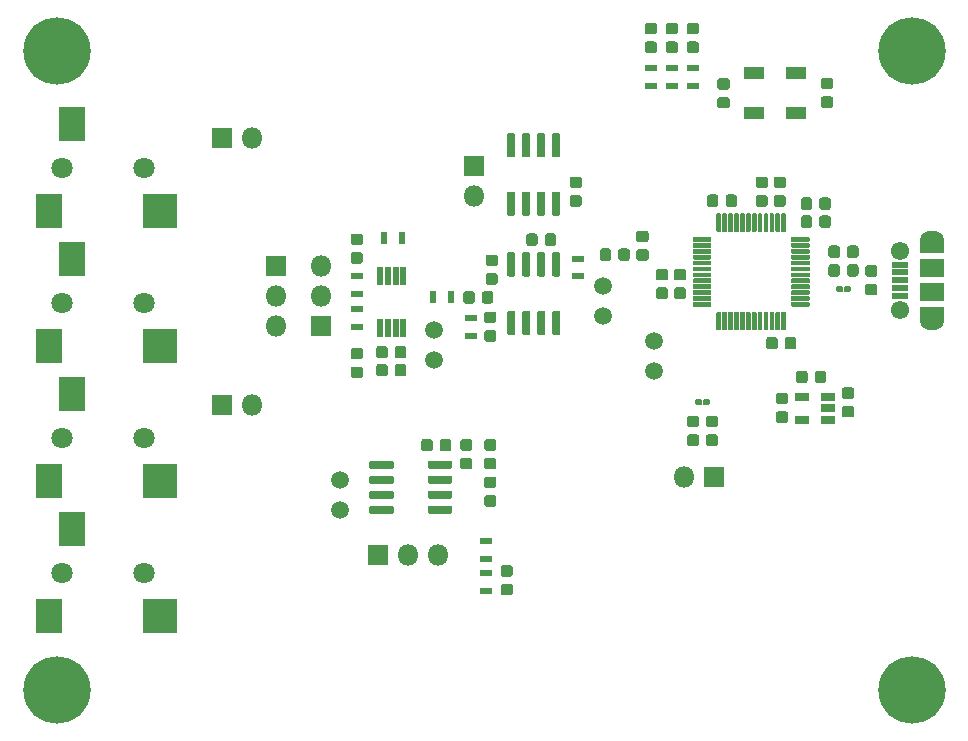
<source format=gbr>
G04 #@! TF.GenerationSoftware,KiCad,Pcbnew,(5.1.5-0-10_14)*
G04 #@! TF.CreationDate,2020-03-25T22:17:50-07:00*
G04 #@! TF.ProjectId,EOGee,454f4765-652e-46b6-9963-61645f706362,rev?*
G04 #@! TF.SameCoordinates,Original*
G04 #@! TF.FileFunction,Soldermask,Top*
G04 #@! TF.FilePolarity,Negative*
%FSLAX46Y46*%
G04 Gerber Fmt 4.6, Leading zero omitted, Abs format (unit mm)*
G04 Created by KiCad (PCBNEW (5.1.5-0-10_14)) date 2020-03-25 22:17:50*
%MOMM*%
%LPD*%
G04 APERTURE LIST*
%ADD10C,0.100000*%
%ADD11O,1.800000X1.800000*%
%ADD12R,1.800000X1.800000*%
%ADD13R,0.600000X1.000000*%
%ADD14R,1.000000X0.600000*%
%ADD15R,2.000000X1.600000*%
%ADD16C,1.550000*%
%ADD17R,1.450000X0.500000*%
%ADD18O,2.000000X1.300000*%
%ADD19R,2.000000X1.300000*%
%ADD20R,2.300000X2.900000*%
%ADD21R,2.900000X2.900000*%
%ADD22C,1.800000*%
%ADD23R,1.800000X1.000000*%
%ADD24C,1.500000*%
%ADD25R,0.550000X1.550000*%
%ADD26R,1.160000X0.750000*%
%ADD27C,5.700000*%
G04 APERTURE END LIST*
D10*
G36*
X141134752Y-44581602D02*
G01*
X141146886Y-44583402D01*
X141158786Y-44586382D01*
X141170335Y-44590515D01*
X141181425Y-44595760D01*
X141191946Y-44602066D01*
X141201799Y-44609374D01*
X141210888Y-44617612D01*
X141219126Y-44626701D01*
X141226434Y-44636554D01*
X141232740Y-44647075D01*
X141237985Y-44658165D01*
X141242118Y-44669714D01*
X141245098Y-44681614D01*
X141246898Y-44693748D01*
X141247500Y-44706000D01*
X141247500Y-44956000D01*
X141246898Y-44968252D01*
X141245098Y-44980386D01*
X141242118Y-44992286D01*
X141237985Y-45003835D01*
X141232740Y-45014925D01*
X141226434Y-45025446D01*
X141219126Y-45035299D01*
X141210888Y-45044388D01*
X141201799Y-45052626D01*
X141191946Y-45059934D01*
X141181425Y-45066240D01*
X141170335Y-45071485D01*
X141158786Y-45075618D01*
X141146886Y-45078598D01*
X141134752Y-45080398D01*
X141122500Y-45081000D01*
X140812500Y-45081000D01*
X140800248Y-45080398D01*
X140788114Y-45078598D01*
X140776214Y-45075618D01*
X140764665Y-45071485D01*
X140753575Y-45066240D01*
X140743054Y-45059934D01*
X140733201Y-45052626D01*
X140724112Y-45044388D01*
X140715874Y-45035299D01*
X140708566Y-45025446D01*
X140702260Y-45014925D01*
X140697015Y-45003835D01*
X140692882Y-44992286D01*
X140689902Y-44980386D01*
X140688102Y-44968252D01*
X140687500Y-44956000D01*
X140687500Y-44706000D01*
X140688102Y-44693748D01*
X140689902Y-44681614D01*
X140692882Y-44669714D01*
X140697015Y-44658165D01*
X140702260Y-44647075D01*
X140708566Y-44636554D01*
X140715874Y-44626701D01*
X140724112Y-44617612D01*
X140733201Y-44609374D01*
X140743054Y-44602066D01*
X140753575Y-44595760D01*
X140764665Y-44590515D01*
X140776214Y-44586382D01*
X140788114Y-44583402D01*
X140800248Y-44581602D01*
X140812500Y-44581000D01*
X141122500Y-44581000D01*
X141134752Y-44581602D01*
G37*
G36*
X141774752Y-44581602D02*
G01*
X141786886Y-44583402D01*
X141798786Y-44586382D01*
X141810335Y-44590515D01*
X141821425Y-44595760D01*
X141831946Y-44602066D01*
X141841799Y-44609374D01*
X141850888Y-44617612D01*
X141859126Y-44626701D01*
X141866434Y-44636554D01*
X141872740Y-44647075D01*
X141877985Y-44658165D01*
X141882118Y-44669714D01*
X141885098Y-44681614D01*
X141886898Y-44693748D01*
X141887500Y-44706000D01*
X141887500Y-44956000D01*
X141886898Y-44968252D01*
X141885098Y-44980386D01*
X141882118Y-44992286D01*
X141877985Y-45003835D01*
X141872740Y-45014925D01*
X141866434Y-45025446D01*
X141859126Y-45035299D01*
X141850888Y-45044388D01*
X141841799Y-45052626D01*
X141831946Y-45059934D01*
X141821425Y-45066240D01*
X141810335Y-45071485D01*
X141798786Y-45075618D01*
X141786886Y-45078598D01*
X141774752Y-45080398D01*
X141762500Y-45081000D01*
X141452500Y-45081000D01*
X141440248Y-45080398D01*
X141428114Y-45078598D01*
X141416214Y-45075618D01*
X141404665Y-45071485D01*
X141393575Y-45066240D01*
X141383054Y-45059934D01*
X141373201Y-45052626D01*
X141364112Y-45044388D01*
X141355874Y-45035299D01*
X141348566Y-45025446D01*
X141342260Y-45014925D01*
X141337015Y-45003835D01*
X141332882Y-44992286D01*
X141329902Y-44980386D01*
X141328102Y-44968252D01*
X141327500Y-44956000D01*
X141327500Y-44706000D01*
X141328102Y-44693748D01*
X141329902Y-44681614D01*
X141332882Y-44669714D01*
X141337015Y-44658165D01*
X141342260Y-44647075D01*
X141348566Y-44636554D01*
X141355874Y-44626701D01*
X141364112Y-44617612D01*
X141373201Y-44609374D01*
X141383054Y-44602066D01*
X141393575Y-44595760D01*
X141404665Y-44590515D01*
X141416214Y-44586382D01*
X141428114Y-44583402D01*
X141440248Y-44581602D01*
X141452500Y-44581000D01*
X141762500Y-44581000D01*
X141774752Y-44581602D01*
G37*
G36*
X129198752Y-54166102D02*
G01*
X129210886Y-54167902D01*
X129222786Y-54170882D01*
X129234335Y-54175015D01*
X129245425Y-54180260D01*
X129255946Y-54186566D01*
X129265799Y-54193874D01*
X129274888Y-54202112D01*
X129283126Y-54211201D01*
X129290434Y-54221054D01*
X129296740Y-54231575D01*
X129301985Y-54242665D01*
X129306118Y-54254214D01*
X129309098Y-54266114D01*
X129310898Y-54278248D01*
X129311500Y-54290500D01*
X129311500Y-54540500D01*
X129310898Y-54552752D01*
X129309098Y-54564886D01*
X129306118Y-54576786D01*
X129301985Y-54588335D01*
X129296740Y-54599425D01*
X129290434Y-54609946D01*
X129283126Y-54619799D01*
X129274888Y-54628888D01*
X129265799Y-54637126D01*
X129255946Y-54644434D01*
X129245425Y-54650740D01*
X129234335Y-54655985D01*
X129222786Y-54660118D01*
X129210886Y-54663098D01*
X129198752Y-54664898D01*
X129186500Y-54665500D01*
X128876500Y-54665500D01*
X128864248Y-54664898D01*
X128852114Y-54663098D01*
X128840214Y-54660118D01*
X128828665Y-54655985D01*
X128817575Y-54650740D01*
X128807054Y-54644434D01*
X128797201Y-54637126D01*
X128788112Y-54628888D01*
X128779874Y-54619799D01*
X128772566Y-54609946D01*
X128766260Y-54599425D01*
X128761015Y-54588335D01*
X128756882Y-54576786D01*
X128753902Y-54564886D01*
X128752102Y-54552752D01*
X128751500Y-54540500D01*
X128751500Y-54290500D01*
X128752102Y-54278248D01*
X128753902Y-54266114D01*
X128756882Y-54254214D01*
X128761015Y-54242665D01*
X128766260Y-54231575D01*
X128772566Y-54221054D01*
X128779874Y-54211201D01*
X128788112Y-54202112D01*
X128797201Y-54193874D01*
X128807054Y-54186566D01*
X128817575Y-54180260D01*
X128828665Y-54175015D01*
X128840214Y-54170882D01*
X128852114Y-54167902D01*
X128864248Y-54166102D01*
X128876500Y-54165500D01*
X129186500Y-54165500D01*
X129198752Y-54166102D01*
G37*
G36*
X129838752Y-54166102D02*
G01*
X129850886Y-54167902D01*
X129862786Y-54170882D01*
X129874335Y-54175015D01*
X129885425Y-54180260D01*
X129895946Y-54186566D01*
X129905799Y-54193874D01*
X129914888Y-54202112D01*
X129923126Y-54211201D01*
X129930434Y-54221054D01*
X129936740Y-54231575D01*
X129941985Y-54242665D01*
X129946118Y-54254214D01*
X129949098Y-54266114D01*
X129950898Y-54278248D01*
X129951500Y-54290500D01*
X129951500Y-54540500D01*
X129950898Y-54552752D01*
X129949098Y-54564886D01*
X129946118Y-54576786D01*
X129941985Y-54588335D01*
X129936740Y-54599425D01*
X129930434Y-54609946D01*
X129923126Y-54619799D01*
X129914888Y-54628888D01*
X129905799Y-54637126D01*
X129895946Y-54644434D01*
X129885425Y-54650740D01*
X129874335Y-54655985D01*
X129862786Y-54660118D01*
X129850886Y-54663098D01*
X129838752Y-54664898D01*
X129826500Y-54665500D01*
X129516500Y-54665500D01*
X129504248Y-54664898D01*
X129492114Y-54663098D01*
X129480214Y-54660118D01*
X129468665Y-54655985D01*
X129457575Y-54650740D01*
X129447054Y-54644434D01*
X129437201Y-54637126D01*
X129428112Y-54628888D01*
X129419874Y-54619799D01*
X129412566Y-54609946D01*
X129406260Y-54599425D01*
X129401015Y-54588335D01*
X129396882Y-54576786D01*
X129393902Y-54564886D01*
X129392102Y-54552752D01*
X129391500Y-54540500D01*
X129391500Y-54290500D01*
X129392102Y-54278248D01*
X129393902Y-54266114D01*
X129396882Y-54254214D01*
X129401015Y-54242665D01*
X129406260Y-54231575D01*
X129412566Y-54221054D01*
X129419874Y-54211201D01*
X129428112Y-54202112D01*
X129437201Y-54193874D01*
X129447054Y-54186566D01*
X129457575Y-54180260D01*
X129468665Y-54175015D01*
X129480214Y-54170882D01*
X129492114Y-54167902D01*
X129504248Y-54166102D01*
X129516500Y-54165500D01*
X129826500Y-54165500D01*
X129838752Y-54166102D01*
G37*
G36*
X107990153Y-59340843D02*
G01*
X108007141Y-59343363D01*
X108023800Y-59347535D01*
X108039970Y-59353321D01*
X108055494Y-59360664D01*
X108070225Y-59369493D01*
X108084019Y-59379723D01*
X108096744Y-59391256D01*
X108108277Y-59403981D01*
X108118507Y-59417775D01*
X108127336Y-59432506D01*
X108134679Y-59448030D01*
X108140465Y-59464200D01*
X108144637Y-59480859D01*
X108147157Y-59497847D01*
X108148000Y-59515000D01*
X108148000Y-59865000D01*
X108147157Y-59882153D01*
X108144637Y-59899141D01*
X108140465Y-59915800D01*
X108134679Y-59931970D01*
X108127336Y-59947494D01*
X108118507Y-59962225D01*
X108108277Y-59976019D01*
X108096744Y-59988744D01*
X108084019Y-60000277D01*
X108070225Y-60010507D01*
X108055494Y-60019336D01*
X108039970Y-60026679D01*
X108023800Y-60032465D01*
X108007141Y-60036637D01*
X107990153Y-60039157D01*
X107973000Y-60040000D01*
X106273000Y-60040000D01*
X106255847Y-60039157D01*
X106238859Y-60036637D01*
X106222200Y-60032465D01*
X106206030Y-60026679D01*
X106190506Y-60019336D01*
X106175775Y-60010507D01*
X106161981Y-60000277D01*
X106149256Y-59988744D01*
X106137723Y-59976019D01*
X106127493Y-59962225D01*
X106118664Y-59947494D01*
X106111321Y-59931970D01*
X106105535Y-59915800D01*
X106101363Y-59899141D01*
X106098843Y-59882153D01*
X106098000Y-59865000D01*
X106098000Y-59515000D01*
X106098843Y-59497847D01*
X106101363Y-59480859D01*
X106105535Y-59464200D01*
X106111321Y-59448030D01*
X106118664Y-59432506D01*
X106127493Y-59417775D01*
X106137723Y-59403981D01*
X106149256Y-59391256D01*
X106161981Y-59379723D01*
X106175775Y-59369493D01*
X106190506Y-59360664D01*
X106206030Y-59353321D01*
X106222200Y-59347535D01*
X106238859Y-59343363D01*
X106255847Y-59340843D01*
X106273000Y-59340000D01*
X107973000Y-59340000D01*
X107990153Y-59340843D01*
G37*
G36*
X107990153Y-60610843D02*
G01*
X108007141Y-60613363D01*
X108023800Y-60617535D01*
X108039970Y-60623321D01*
X108055494Y-60630664D01*
X108070225Y-60639493D01*
X108084019Y-60649723D01*
X108096744Y-60661256D01*
X108108277Y-60673981D01*
X108118507Y-60687775D01*
X108127336Y-60702506D01*
X108134679Y-60718030D01*
X108140465Y-60734200D01*
X108144637Y-60750859D01*
X108147157Y-60767847D01*
X108148000Y-60785000D01*
X108148000Y-61135000D01*
X108147157Y-61152153D01*
X108144637Y-61169141D01*
X108140465Y-61185800D01*
X108134679Y-61201970D01*
X108127336Y-61217494D01*
X108118507Y-61232225D01*
X108108277Y-61246019D01*
X108096744Y-61258744D01*
X108084019Y-61270277D01*
X108070225Y-61280507D01*
X108055494Y-61289336D01*
X108039970Y-61296679D01*
X108023800Y-61302465D01*
X108007141Y-61306637D01*
X107990153Y-61309157D01*
X107973000Y-61310000D01*
X106273000Y-61310000D01*
X106255847Y-61309157D01*
X106238859Y-61306637D01*
X106222200Y-61302465D01*
X106206030Y-61296679D01*
X106190506Y-61289336D01*
X106175775Y-61280507D01*
X106161981Y-61270277D01*
X106149256Y-61258744D01*
X106137723Y-61246019D01*
X106127493Y-61232225D01*
X106118664Y-61217494D01*
X106111321Y-61201970D01*
X106105535Y-61185800D01*
X106101363Y-61169141D01*
X106098843Y-61152153D01*
X106098000Y-61135000D01*
X106098000Y-60785000D01*
X106098843Y-60767847D01*
X106101363Y-60750859D01*
X106105535Y-60734200D01*
X106111321Y-60718030D01*
X106118664Y-60702506D01*
X106127493Y-60687775D01*
X106137723Y-60673981D01*
X106149256Y-60661256D01*
X106161981Y-60649723D01*
X106175775Y-60639493D01*
X106190506Y-60630664D01*
X106206030Y-60623321D01*
X106222200Y-60617535D01*
X106238859Y-60613363D01*
X106255847Y-60610843D01*
X106273000Y-60610000D01*
X107973000Y-60610000D01*
X107990153Y-60610843D01*
G37*
G36*
X107990153Y-61880843D02*
G01*
X108007141Y-61883363D01*
X108023800Y-61887535D01*
X108039970Y-61893321D01*
X108055494Y-61900664D01*
X108070225Y-61909493D01*
X108084019Y-61919723D01*
X108096744Y-61931256D01*
X108108277Y-61943981D01*
X108118507Y-61957775D01*
X108127336Y-61972506D01*
X108134679Y-61988030D01*
X108140465Y-62004200D01*
X108144637Y-62020859D01*
X108147157Y-62037847D01*
X108148000Y-62055000D01*
X108148000Y-62405000D01*
X108147157Y-62422153D01*
X108144637Y-62439141D01*
X108140465Y-62455800D01*
X108134679Y-62471970D01*
X108127336Y-62487494D01*
X108118507Y-62502225D01*
X108108277Y-62516019D01*
X108096744Y-62528744D01*
X108084019Y-62540277D01*
X108070225Y-62550507D01*
X108055494Y-62559336D01*
X108039970Y-62566679D01*
X108023800Y-62572465D01*
X108007141Y-62576637D01*
X107990153Y-62579157D01*
X107973000Y-62580000D01*
X106273000Y-62580000D01*
X106255847Y-62579157D01*
X106238859Y-62576637D01*
X106222200Y-62572465D01*
X106206030Y-62566679D01*
X106190506Y-62559336D01*
X106175775Y-62550507D01*
X106161981Y-62540277D01*
X106149256Y-62528744D01*
X106137723Y-62516019D01*
X106127493Y-62502225D01*
X106118664Y-62487494D01*
X106111321Y-62471970D01*
X106105535Y-62455800D01*
X106101363Y-62439141D01*
X106098843Y-62422153D01*
X106098000Y-62405000D01*
X106098000Y-62055000D01*
X106098843Y-62037847D01*
X106101363Y-62020859D01*
X106105535Y-62004200D01*
X106111321Y-61988030D01*
X106118664Y-61972506D01*
X106127493Y-61957775D01*
X106137723Y-61943981D01*
X106149256Y-61931256D01*
X106161981Y-61919723D01*
X106175775Y-61909493D01*
X106190506Y-61900664D01*
X106206030Y-61893321D01*
X106222200Y-61887535D01*
X106238859Y-61883363D01*
X106255847Y-61880843D01*
X106273000Y-61880000D01*
X107973000Y-61880000D01*
X107990153Y-61880843D01*
G37*
G36*
X107990153Y-63150843D02*
G01*
X108007141Y-63153363D01*
X108023800Y-63157535D01*
X108039970Y-63163321D01*
X108055494Y-63170664D01*
X108070225Y-63179493D01*
X108084019Y-63189723D01*
X108096744Y-63201256D01*
X108108277Y-63213981D01*
X108118507Y-63227775D01*
X108127336Y-63242506D01*
X108134679Y-63258030D01*
X108140465Y-63274200D01*
X108144637Y-63290859D01*
X108147157Y-63307847D01*
X108148000Y-63325000D01*
X108148000Y-63675000D01*
X108147157Y-63692153D01*
X108144637Y-63709141D01*
X108140465Y-63725800D01*
X108134679Y-63741970D01*
X108127336Y-63757494D01*
X108118507Y-63772225D01*
X108108277Y-63786019D01*
X108096744Y-63798744D01*
X108084019Y-63810277D01*
X108070225Y-63820507D01*
X108055494Y-63829336D01*
X108039970Y-63836679D01*
X108023800Y-63842465D01*
X108007141Y-63846637D01*
X107990153Y-63849157D01*
X107973000Y-63850000D01*
X106273000Y-63850000D01*
X106255847Y-63849157D01*
X106238859Y-63846637D01*
X106222200Y-63842465D01*
X106206030Y-63836679D01*
X106190506Y-63829336D01*
X106175775Y-63820507D01*
X106161981Y-63810277D01*
X106149256Y-63798744D01*
X106137723Y-63786019D01*
X106127493Y-63772225D01*
X106118664Y-63757494D01*
X106111321Y-63741970D01*
X106105535Y-63725800D01*
X106101363Y-63709141D01*
X106098843Y-63692153D01*
X106098000Y-63675000D01*
X106098000Y-63325000D01*
X106098843Y-63307847D01*
X106101363Y-63290859D01*
X106105535Y-63274200D01*
X106111321Y-63258030D01*
X106118664Y-63242506D01*
X106127493Y-63227775D01*
X106137723Y-63213981D01*
X106149256Y-63201256D01*
X106161981Y-63189723D01*
X106175775Y-63179493D01*
X106190506Y-63170664D01*
X106206030Y-63163321D01*
X106222200Y-63157535D01*
X106238859Y-63153363D01*
X106255847Y-63150843D01*
X106273000Y-63150000D01*
X107973000Y-63150000D01*
X107990153Y-63150843D01*
G37*
G36*
X103040153Y-63150843D02*
G01*
X103057141Y-63153363D01*
X103073800Y-63157535D01*
X103089970Y-63163321D01*
X103105494Y-63170664D01*
X103120225Y-63179493D01*
X103134019Y-63189723D01*
X103146744Y-63201256D01*
X103158277Y-63213981D01*
X103168507Y-63227775D01*
X103177336Y-63242506D01*
X103184679Y-63258030D01*
X103190465Y-63274200D01*
X103194637Y-63290859D01*
X103197157Y-63307847D01*
X103198000Y-63325000D01*
X103198000Y-63675000D01*
X103197157Y-63692153D01*
X103194637Y-63709141D01*
X103190465Y-63725800D01*
X103184679Y-63741970D01*
X103177336Y-63757494D01*
X103168507Y-63772225D01*
X103158277Y-63786019D01*
X103146744Y-63798744D01*
X103134019Y-63810277D01*
X103120225Y-63820507D01*
X103105494Y-63829336D01*
X103089970Y-63836679D01*
X103073800Y-63842465D01*
X103057141Y-63846637D01*
X103040153Y-63849157D01*
X103023000Y-63850000D01*
X101323000Y-63850000D01*
X101305847Y-63849157D01*
X101288859Y-63846637D01*
X101272200Y-63842465D01*
X101256030Y-63836679D01*
X101240506Y-63829336D01*
X101225775Y-63820507D01*
X101211981Y-63810277D01*
X101199256Y-63798744D01*
X101187723Y-63786019D01*
X101177493Y-63772225D01*
X101168664Y-63757494D01*
X101161321Y-63741970D01*
X101155535Y-63725800D01*
X101151363Y-63709141D01*
X101148843Y-63692153D01*
X101148000Y-63675000D01*
X101148000Y-63325000D01*
X101148843Y-63307847D01*
X101151363Y-63290859D01*
X101155535Y-63274200D01*
X101161321Y-63258030D01*
X101168664Y-63242506D01*
X101177493Y-63227775D01*
X101187723Y-63213981D01*
X101199256Y-63201256D01*
X101211981Y-63189723D01*
X101225775Y-63179493D01*
X101240506Y-63170664D01*
X101256030Y-63163321D01*
X101272200Y-63157535D01*
X101288859Y-63153363D01*
X101305847Y-63150843D01*
X101323000Y-63150000D01*
X103023000Y-63150000D01*
X103040153Y-63150843D01*
G37*
G36*
X103040153Y-61880843D02*
G01*
X103057141Y-61883363D01*
X103073800Y-61887535D01*
X103089970Y-61893321D01*
X103105494Y-61900664D01*
X103120225Y-61909493D01*
X103134019Y-61919723D01*
X103146744Y-61931256D01*
X103158277Y-61943981D01*
X103168507Y-61957775D01*
X103177336Y-61972506D01*
X103184679Y-61988030D01*
X103190465Y-62004200D01*
X103194637Y-62020859D01*
X103197157Y-62037847D01*
X103198000Y-62055000D01*
X103198000Y-62405000D01*
X103197157Y-62422153D01*
X103194637Y-62439141D01*
X103190465Y-62455800D01*
X103184679Y-62471970D01*
X103177336Y-62487494D01*
X103168507Y-62502225D01*
X103158277Y-62516019D01*
X103146744Y-62528744D01*
X103134019Y-62540277D01*
X103120225Y-62550507D01*
X103105494Y-62559336D01*
X103089970Y-62566679D01*
X103073800Y-62572465D01*
X103057141Y-62576637D01*
X103040153Y-62579157D01*
X103023000Y-62580000D01*
X101323000Y-62580000D01*
X101305847Y-62579157D01*
X101288859Y-62576637D01*
X101272200Y-62572465D01*
X101256030Y-62566679D01*
X101240506Y-62559336D01*
X101225775Y-62550507D01*
X101211981Y-62540277D01*
X101199256Y-62528744D01*
X101187723Y-62516019D01*
X101177493Y-62502225D01*
X101168664Y-62487494D01*
X101161321Y-62471970D01*
X101155535Y-62455800D01*
X101151363Y-62439141D01*
X101148843Y-62422153D01*
X101148000Y-62405000D01*
X101148000Y-62055000D01*
X101148843Y-62037847D01*
X101151363Y-62020859D01*
X101155535Y-62004200D01*
X101161321Y-61988030D01*
X101168664Y-61972506D01*
X101177493Y-61957775D01*
X101187723Y-61943981D01*
X101199256Y-61931256D01*
X101211981Y-61919723D01*
X101225775Y-61909493D01*
X101240506Y-61900664D01*
X101256030Y-61893321D01*
X101272200Y-61887535D01*
X101288859Y-61883363D01*
X101305847Y-61880843D01*
X101323000Y-61880000D01*
X103023000Y-61880000D01*
X103040153Y-61880843D01*
G37*
G36*
X103040153Y-60610843D02*
G01*
X103057141Y-60613363D01*
X103073800Y-60617535D01*
X103089970Y-60623321D01*
X103105494Y-60630664D01*
X103120225Y-60639493D01*
X103134019Y-60649723D01*
X103146744Y-60661256D01*
X103158277Y-60673981D01*
X103168507Y-60687775D01*
X103177336Y-60702506D01*
X103184679Y-60718030D01*
X103190465Y-60734200D01*
X103194637Y-60750859D01*
X103197157Y-60767847D01*
X103198000Y-60785000D01*
X103198000Y-61135000D01*
X103197157Y-61152153D01*
X103194637Y-61169141D01*
X103190465Y-61185800D01*
X103184679Y-61201970D01*
X103177336Y-61217494D01*
X103168507Y-61232225D01*
X103158277Y-61246019D01*
X103146744Y-61258744D01*
X103134019Y-61270277D01*
X103120225Y-61280507D01*
X103105494Y-61289336D01*
X103089970Y-61296679D01*
X103073800Y-61302465D01*
X103057141Y-61306637D01*
X103040153Y-61309157D01*
X103023000Y-61310000D01*
X101323000Y-61310000D01*
X101305847Y-61309157D01*
X101288859Y-61306637D01*
X101272200Y-61302465D01*
X101256030Y-61296679D01*
X101240506Y-61289336D01*
X101225775Y-61280507D01*
X101211981Y-61270277D01*
X101199256Y-61258744D01*
X101187723Y-61246019D01*
X101177493Y-61232225D01*
X101168664Y-61217494D01*
X101161321Y-61201970D01*
X101155535Y-61185800D01*
X101151363Y-61169141D01*
X101148843Y-61152153D01*
X101148000Y-61135000D01*
X101148000Y-60785000D01*
X101148843Y-60767847D01*
X101151363Y-60750859D01*
X101155535Y-60734200D01*
X101161321Y-60718030D01*
X101168664Y-60702506D01*
X101177493Y-60687775D01*
X101187723Y-60673981D01*
X101199256Y-60661256D01*
X101211981Y-60649723D01*
X101225775Y-60639493D01*
X101240506Y-60630664D01*
X101256030Y-60623321D01*
X101272200Y-60617535D01*
X101288859Y-60613363D01*
X101305847Y-60610843D01*
X101323000Y-60610000D01*
X103023000Y-60610000D01*
X103040153Y-60610843D01*
G37*
G36*
X103040153Y-59340843D02*
G01*
X103057141Y-59343363D01*
X103073800Y-59347535D01*
X103089970Y-59353321D01*
X103105494Y-59360664D01*
X103120225Y-59369493D01*
X103134019Y-59379723D01*
X103146744Y-59391256D01*
X103158277Y-59403981D01*
X103168507Y-59417775D01*
X103177336Y-59432506D01*
X103184679Y-59448030D01*
X103190465Y-59464200D01*
X103194637Y-59480859D01*
X103197157Y-59497847D01*
X103198000Y-59515000D01*
X103198000Y-59865000D01*
X103197157Y-59882153D01*
X103194637Y-59899141D01*
X103190465Y-59915800D01*
X103184679Y-59931970D01*
X103177336Y-59947494D01*
X103168507Y-59962225D01*
X103158277Y-59976019D01*
X103146744Y-59988744D01*
X103134019Y-60000277D01*
X103120225Y-60010507D01*
X103105494Y-60019336D01*
X103089970Y-60026679D01*
X103073800Y-60032465D01*
X103057141Y-60036637D01*
X103040153Y-60039157D01*
X103023000Y-60040000D01*
X101323000Y-60040000D01*
X101305847Y-60039157D01*
X101288859Y-60036637D01*
X101272200Y-60032465D01*
X101256030Y-60026679D01*
X101240506Y-60019336D01*
X101225775Y-60010507D01*
X101211981Y-60000277D01*
X101199256Y-59988744D01*
X101187723Y-59976019D01*
X101177493Y-59962225D01*
X101168664Y-59947494D01*
X101161321Y-59931970D01*
X101155535Y-59915800D01*
X101151363Y-59899141D01*
X101148843Y-59882153D01*
X101148000Y-59865000D01*
X101148000Y-59515000D01*
X101148843Y-59497847D01*
X101151363Y-59480859D01*
X101155535Y-59464200D01*
X101161321Y-59448030D01*
X101168664Y-59432506D01*
X101177493Y-59417775D01*
X101187723Y-59403981D01*
X101199256Y-59391256D01*
X101211981Y-59379723D01*
X101225775Y-59369493D01*
X101240506Y-59360664D01*
X101256030Y-59353321D01*
X101272200Y-59347535D01*
X101288859Y-59343363D01*
X101305847Y-59340843D01*
X101323000Y-59340000D01*
X103023000Y-59340000D01*
X103040153Y-59340843D01*
G37*
G36*
X113349153Y-41712843D02*
G01*
X113366141Y-41715363D01*
X113382800Y-41719535D01*
X113398970Y-41725321D01*
X113414494Y-41732664D01*
X113429225Y-41741493D01*
X113443019Y-41751723D01*
X113455744Y-41763256D01*
X113467277Y-41775981D01*
X113477507Y-41789775D01*
X113486336Y-41804506D01*
X113493679Y-41820030D01*
X113499465Y-41836200D01*
X113503637Y-41852859D01*
X113506157Y-41869847D01*
X113507000Y-41887000D01*
X113507000Y-43587000D01*
X113506157Y-43604153D01*
X113503637Y-43621141D01*
X113499465Y-43637800D01*
X113493679Y-43653970D01*
X113486336Y-43669494D01*
X113477507Y-43684225D01*
X113467277Y-43698019D01*
X113455744Y-43710744D01*
X113443019Y-43722277D01*
X113429225Y-43732507D01*
X113414494Y-43741336D01*
X113398970Y-43748679D01*
X113382800Y-43754465D01*
X113366141Y-43758637D01*
X113349153Y-43761157D01*
X113332000Y-43762000D01*
X112982000Y-43762000D01*
X112964847Y-43761157D01*
X112947859Y-43758637D01*
X112931200Y-43754465D01*
X112915030Y-43748679D01*
X112899506Y-43741336D01*
X112884775Y-43732507D01*
X112870981Y-43722277D01*
X112858256Y-43710744D01*
X112846723Y-43698019D01*
X112836493Y-43684225D01*
X112827664Y-43669494D01*
X112820321Y-43653970D01*
X112814535Y-43637800D01*
X112810363Y-43621141D01*
X112807843Y-43604153D01*
X112807000Y-43587000D01*
X112807000Y-41887000D01*
X112807843Y-41869847D01*
X112810363Y-41852859D01*
X112814535Y-41836200D01*
X112820321Y-41820030D01*
X112827664Y-41804506D01*
X112836493Y-41789775D01*
X112846723Y-41775981D01*
X112858256Y-41763256D01*
X112870981Y-41751723D01*
X112884775Y-41741493D01*
X112899506Y-41732664D01*
X112915030Y-41725321D01*
X112931200Y-41719535D01*
X112947859Y-41715363D01*
X112964847Y-41712843D01*
X112982000Y-41712000D01*
X113332000Y-41712000D01*
X113349153Y-41712843D01*
G37*
G36*
X114619153Y-41712843D02*
G01*
X114636141Y-41715363D01*
X114652800Y-41719535D01*
X114668970Y-41725321D01*
X114684494Y-41732664D01*
X114699225Y-41741493D01*
X114713019Y-41751723D01*
X114725744Y-41763256D01*
X114737277Y-41775981D01*
X114747507Y-41789775D01*
X114756336Y-41804506D01*
X114763679Y-41820030D01*
X114769465Y-41836200D01*
X114773637Y-41852859D01*
X114776157Y-41869847D01*
X114777000Y-41887000D01*
X114777000Y-43587000D01*
X114776157Y-43604153D01*
X114773637Y-43621141D01*
X114769465Y-43637800D01*
X114763679Y-43653970D01*
X114756336Y-43669494D01*
X114747507Y-43684225D01*
X114737277Y-43698019D01*
X114725744Y-43710744D01*
X114713019Y-43722277D01*
X114699225Y-43732507D01*
X114684494Y-43741336D01*
X114668970Y-43748679D01*
X114652800Y-43754465D01*
X114636141Y-43758637D01*
X114619153Y-43761157D01*
X114602000Y-43762000D01*
X114252000Y-43762000D01*
X114234847Y-43761157D01*
X114217859Y-43758637D01*
X114201200Y-43754465D01*
X114185030Y-43748679D01*
X114169506Y-43741336D01*
X114154775Y-43732507D01*
X114140981Y-43722277D01*
X114128256Y-43710744D01*
X114116723Y-43698019D01*
X114106493Y-43684225D01*
X114097664Y-43669494D01*
X114090321Y-43653970D01*
X114084535Y-43637800D01*
X114080363Y-43621141D01*
X114077843Y-43604153D01*
X114077000Y-43587000D01*
X114077000Y-41887000D01*
X114077843Y-41869847D01*
X114080363Y-41852859D01*
X114084535Y-41836200D01*
X114090321Y-41820030D01*
X114097664Y-41804506D01*
X114106493Y-41789775D01*
X114116723Y-41775981D01*
X114128256Y-41763256D01*
X114140981Y-41751723D01*
X114154775Y-41741493D01*
X114169506Y-41732664D01*
X114185030Y-41725321D01*
X114201200Y-41719535D01*
X114217859Y-41715363D01*
X114234847Y-41712843D01*
X114252000Y-41712000D01*
X114602000Y-41712000D01*
X114619153Y-41712843D01*
G37*
G36*
X115889153Y-41712843D02*
G01*
X115906141Y-41715363D01*
X115922800Y-41719535D01*
X115938970Y-41725321D01*
X115954494Y-41732664D01*
X115969225Y-41741493D01*
X115983019Y-41751723D01*
X115995744Y-41763256D01*
X116007277Y-41775981D01*
X116017507Y-41789775D01*
X116026336Y-41804506D01*
X116033679Y-41820030D01*
X116039465Y-41836200D01*
X116043637Y-41852859D01*
X116046157Y-41869847D01*
X116047000Y-41887000D01*
X116047000Y-43587000D01*
X116046157Y-43604153D01*
X116043637Y-43621141D01*
X116039465Y-43637800D01*
X116033679Y-43653970D01*
X116026336Y-43669494D01*
X116017507Y-43684225D01*
X116007277Y-43698019D01*
X115995744Y-43710744D01*
X115983019Y-43722277D01*
X115969225Y-43732507D01*
X115954494Y-43741336D01*
X115938970Y-43748679D01*
X115922800Y-43754465D01*
X115906141Y-43758637D01*
X115889153Y-43761157D01*
X115872000Y-43762000D01*
X115522000Y-43762000D01*
X115504847Y-43761157D01*
X115487859Y-43758637D01*
X115471200Y-43754465D01*
X115455030Y-43748679D01*
X115439506Y-43741336D01*
X115424775Y-43732507D01*
X115410981Y-43722277D01*
X115398256Y-43710744D01*
X115386723Y-43698019D01*
X115376493Y-43684225D01*
X115367664Y-43669494D01*
X115360321Y-43653970D01*
X115354535Y-43637800D01*
X115350363Y-43621141D01*
X115347843Y-43604153D01*
X115347000Y-43587000D01*
X115347000Y-41887000D01*
X115347843Y-41869847D01*
X115350363Y-41852859D01*
X115354535Y-41836200D01*
X115360321Y-41820030D01*
X115367664Y-41804506D01*
X115376493Y-41789775D01*
X115386723Y-41775981D01*
X115398256Y-41763256D01*
X115410981Y-41751723D01*
X115424775Y-41741493D01*
X115439506Y-41732664D01*
X115455030Y-41725321D01*
X115471200Y-41719535D01*
X115487859Y-41715363D01*
X115504847Y-41712843D01*
X115522000Y-41712000D01*
X115872000Y-41712000D01*
X115889153Y-41712843D01*
G37*
G36*
X117159153Y-41712843D02*
G01*
X117176141Y-41715363D01*
X117192800Y-41719535D01*
X117208970Y-41725321D01*
X117224494Y-41732664D01*
X117239225Y-41741493D01*
X117253019Y-41751723D01*
X117265744Y-41763256D01*
X117277277Y-41775981D01*
X117287507Y-41789775D01*
X117296336Y-41804506D01*
X117303679Y-41820030D01*
X117309465Y-41836200D01*
X117313637Y-41852859D01*
X117316157Y-41869847D01*
X117317000Y-41887000D01*
X117317000Y-43587000D01*
X117316157Y-43604153D01*
X117313637Y-43621141D01*
X117309465Y-43637800D01*
X117303679Y-43653970D01*
X117296336Y-43669494D01*
X117287507Y-43684225D01*
X117277277Y-43698019D01*
X117265744Y-43710744D01*
X117253019Y-43722277D01*
X117239225Y-43732507D01*
X117224494Y-43741336D01*
X117208970Y-43748679D01*
X117192800Y-43754465D01*
X117176141Y-43758637D01*
X117159153Y-43761157D01*
X117142000Y-43762000D01*
X116792000Y-43762000D01*
X116774847Y-43761157D01*
X116757859Y-43758637D01*
X116741200Y-43754465D01*
X116725030Y-43748679D01*
X116709506Y-43741336D01*
X116694775Y-43732507D01*
X116680981Y-43722277D01*
X116668256Y-43710744D01*
X116656723Y-43698019D01*
X116646493Y-43684225D01*
X116637664Y-43669494D01*
X116630321Y-43653970D01*
X116624535Y-43637800D01*
X116620363Y-43621141D01*
X116617843Y-43604153D01*
X116617000Y-43587000D01*
X116617000Y-41887000D01*
X116617843Y-41869847D01*
X116620363Y-41852859D01*
X116624535Y-41836200D01*
X116630321Y-41820030D01*
X116637664Y-41804506D01*
X116646493Y-41789775D01*
X116656723Y-41775981D01*
X116668256Y-41763256D01*
X116680981Y-41751723D01*
X116694775Y-41741493D01*
X116709506Y-41732664D01*
X116725030Y-41725321D01*
X116741200Y-41719535D01*
X116757859Y-41715363D01*
X116774847Y-41712843D01*
X116792000Y-41712000D01*
X117142000Y-41712000D01*
X117159153Y-41712843D01*
G37*
G36*
X117159153Y-46662843D02*
G01*
X117176141Y-46665363D01*
X117192800Y-46669535D01*
X117208970Y-46675321D01*
X117224494Y-46682664D01*
X117239225Y-46691493D01*
X117253019Y-46701723D01*
X117265744Y-46713256D01*
X117277277Y-46725981D01*
X117287507Y-46739775D01*
X117296336Y-46754506D01*
X117303679Y-46770030D01*
X117309465Y-46786200D01*
X117313637Y-46802859D01*
X117316157Y-46819847D01*
X117317000Y-46837000D01*
X117317000Y-48537000D01*
X117316157Y-48554153D01*
X117313637Y-48571141D01*
X117309465Y-48587800D01*
X117303679Y-48603970D01*
X117296336Y-48619494D01*
X117287507Y-48634225D01*
X117277277Y-48648019D01*
X117265744Y-48660744D01*
X117253019Y-48672277D01*
X117239225Y-48682507D01*
X117224494Y-48691336D01*
X117208970Y-48698679D01*
X117192800Y-48704465D01*
X117176141Y-48708637D01*
X117159153Y-48711157D01*
X117142000Y-48712000D01*
X116792000Y-48712000D01*
X116774847Y-48711157D01*
X116757859Y-48708637D01*
X116741200Y-48704465D01*
X116725030Y-48698679D01*
X116709506Y-48691336D01*
X116694775Y-48682507D01*
X116680981Y-48672277D01*
X116668256Y-48660744D01*
X116656723Y-48648019D01*
X116646493Y-48634225D01*
X116637664Y-48619494D01*
X116630321Y-48603970D01*
X116624535Y-48587800D01*
X116620363Y-48571141D01*
X116617843Y-48554153D01*
X116617000Y-48537000D01*
X116617000Y-46837000D01*
X116617843Y-46819847D01*
X116620363Y-46802859D01*
X116624535Y-46786200D01*
X116630321Y-46770030D01*
X116637664Y-46754506D01*
X116646493Y-46739775D01*
X116656723Y-46725981D01*
X116668256Y-46713256D01*
X116680981Y-46701723D01*
X116694775Y-46691493D01*
X116709506Y-46682664D01*
X116725030Y-46675321D01*
X116741200Y-46669535D01*
X116757859Y-46665363D01*
X116774847Y-46662843D01*
X116792000Y-46662000D01*
X117142000Y-46662000D01*
X117159153Y-46662843D01*
G37*
G36*
X115889153Y-46662843D02*
G01*
X115906141Y-46665363D01*
X115922800Y-46669535D01*
X115938970Y-46675321D01*
X115954494Y-46682664D01*
X115969225Y-46691493D01*
X115983019Y-46701723D01*
X115995744Y-46713256D01*
X116007277Y-46725981D01*
X116017507Y-46739775D01*
X116026336Y-46754506D01*
X116033679Y-46770030D01*
X116039465Y-46786200D01*
X116043637Y-46802859D01*
X116046157Y-46819847D01*
X116047000Y-46837000D01*
X116047000Y-48537000D01*
X116046157Y-48554153D01*
X116043637Y-48571141D01*
X116039465Y-48587800D01*
X116033679Y-48603970D01*
X116026336Y-48619494D01*
X116017507Y-48634225D01*
X116007277Y-48648019D01*
X115995744Y-48660744D01*
X115983019Y-48672277D01*
X115969225Y-48682507D01*
X115954494Y-48691336D01*
X115938970Y-48698679D01*
X115922800Y-48704465D01*
X115906141Y-48708637D01*
X115889153Y-48711157D01*
X115872000Y-48712000D01*
X115522000Y-48712000D01*
X115504847Y-48711157D01*
X115487859Y-48708637D01*
X115471200Y-48704465D01*
X115455030Y-48698679D01*
X115439506Y-48691336D01*
X115424775Y-48682507D01*
X115410981Y-48672277D01*
X115398256Y-48660744D01*
X115386723Y-48648019D01*
X115376493Y-48634225D01*
X115367664Y-48619494D01*
X115360321Y-48603970D01*
X115354535Y-48587800D01*
X115350363Y-48571141D01*
X115347843Y-48554153D01*
X115347000Y-48537000D01*
X115347000Y-46837000D01*
X115347843Y-46819847D01*
X115350363Y-46802859D01*
X115354535Y-46786200D01*
X115360321Y-46770030D01*
X115367664Y-46754506D01*
X115376493Y-46739775D01*
X115386723Y-46725981D01*
X115398256Y-46713256D01*
X115410981Y-46701723D01*
X115424775Y-46691493D01*
X115439506Y-46682664D01*
X115455030Y-46675321D01*
X115471200Y-46669535D01*
X115487859Y-46665363D01*
X115504847Y-46662843D01*
X115522000Y-46662000D01*
X115872000Y-46662000D01*
X115889153Y-46662843D01*
G37*
G36*
X114619153Y-46662843D02*
G01*
X114636141Y-46665363D01*
X114652800Y-46669535D01*
X114668970Y-46675321D01*
X114684494Y-46682664D01*
X114699225Y-46691493D01*
X114713019Y-46701723D01*
X114725744Y-46713256D01*
X114737277Y-46725981D01*
X114747507Y-46739775D01*
X114756336Y-46754506D01*
X114763679Y-46770030D01*
X114769465Y-46786200D01*
X114773637Y-46802859D01*
X114776157Y-46819847D01*
X114777000Y-46837000D01*
X114777000Y-48537000D01*
X114776157Y-48554153D01*
X114773637Y-48571141D01*
X114769465Y-48587800D01*
X114763679Y-48603970D01*
X114756336Y-48619494D01*
X114747507Y-48634225D01*
X114737277Y-48648019D01*
X114725744Y-48660744D01*
X114713019Y-48672277D01*
X114699225Y-48682507D01*
X114684494Y-48691336D01*
X114668970Y-48698679D01*
X114652800Y-48704465D01*
X114636141Y-48708637D01*
X114619153Y-48711157D01*
X114602000Y-48712000D01*
X114252000Y-48712000D01*
X114234847Y-48711157D01*
X114217859Y-48708637D01*
X114201200Y-48704465D01*
X114185030Y-48698679D01*
X114169506Y-48691336D01*
X114154775Y-48682507D01*
X114140981Y-48672277D01*
X114128256Y-48660744D01*
X114116723Y-48648019D01*
X114106493Y-48634225D01*
X114097664Y-48619494D01*
X114090321Y-48603970D01*
X114084535Y-48587800D01*
X114080363Y-48571141D01*
X114077843Y-48554153D01*
X114077000Y-48537000D01*
X114077000Y-46837000D01*
X114077843Y-46819847D01*
X114080363Y-46802859D01*
X114084535Y-46786200D01*
X114090321Y-46770030D01*
X114097664Y-46754506D01*
X114106493Y-46739775D01*
X114116723Y-46725981D01*
X114128256Y-46713256D01*
X114140981Y-46701723D01*
X114154775Y-46691493D01*
X114169506Y-46682664D01*
X114185030Y-46675321D01*
X114201200Y-46669535D01*
X114217859Y-46665363D01*
X114234847Y-46662843D01*
X114252000Y-46662000D01*
X114602000Y-46662000D01*
X114619153Y-46662843D01*
G37*
G36*
X113349153Y-46662843D02*
G01*
X113366141Y-46665363D01*
X113382800Y-46669535D01*
X113398970Y-46675321D01*
X113414494Y-46682664D01*
X113429225Y-46691493D01*
X113443019Y-46701723D01*
X113455744Y-46713256D01*
X113467277Y-46725981D01*
X113477507Y-46739775D01*
X113486336Y-46754506D01*
X113493679Y-46770030D01*
X113499465Y-46786200D01*
X113503637Y-46802859D01*
X113506157Y-46819847D01*
X113507000Y-46837000D01*
X113507000Y-48537000D01*
X113506157Y-48554153D01*
X113503637Y-48571141D01*
X113499465Y-48587800D01*
X113493679Y-48603970D01*
X113486336Y-48619494D01*
X113477507Y-48634225D01*
X113467277Y-48648019D01*
X113455744Y-48660744D01*
X113443019Y-48672277D01*
X113429225Y-48682507D01*
X113414494Y-48691336D01*
X113398970Y-48698679D01*
X113382800Y-48704465D01*
X113366141Y-48708637D01*
X113349153Y-48711157D01*
X113332000Y-48712000D01*
X112982000Y-48712000D01*
X112964847Y-48711157D01*
X112947859Y-48708637D01*
X112931200Y-48704465D01*
X112915030Y-48698679D01*
X112899506Y-48691336D01*
X112884775Y-48682507D01*
X112870981Y-48672277D01*
X112858256Y-48660744D01*
X112846723Y-48648019D01*
X112836493Y-48634225D01*
X112827664Y-48619494D01*
X112820321Y-48603970D01*
X112814535Y-48587800D01*
X112810363Y-48571141D01*
X112807843Y-48554153D01*
X112807000Y-48537000D01*
X112807000Y-46837000D01*
X112807843Y-46819847D01*
X112810363Y-46802859D01*
X112814535Y-46786200D01*
X112820321Y-46770030D01*
X112827664Y-46754506D01*
X112836493Y-46739775D01*
X112846723Y-46725981D01*
X112858256Y-46713256D01*
X112870981Y-46701723D01*
X112884775Y-46691493D01*
X112899506Y-46682664D01*
X112915030Y-46675321D01*
X112931200Y-46669535D01*
X112947859Y-46665363D01*
X112964847Y-46662843D01*
X112982000Y-46662000D01*
X113332000Y-46662000D01*
X113349153Y-46662843D01*
G37*
D11*
X127825500Y-60769500D03*
D12*
X130365500Y-60769500D03*
D10*
G36*
X109652142Y-59102174D02*
G01*
X109675803Y-59105684D01*
X109699007Y-59111496D01*
X109721529Y-59119554D01*
X109743153Y-59129782D01*
X109763670Y-59142079D01*
X109782883Y-59156329D01*
X109800607Y-59172393D01*
X109816671Y-59190117D01*
X109830921Y-59209330D01*
X109843218Y-59229847D01*
X109853446Y-59251471D01*
X109861504Y-59273993D01*
X109867316Y-59297197D01*
X109870826Y-59320858D01*
X109872000Y-59344750D01*
X109872000Y-59832250D01*
X109870826Y-59856142D01*
X109867316Y-59879803D01*
X109861504Y-59903007D01*
X109853446Y-59925529D01*
X109843218Y-59947153D01*
X109830921Y-59967670D01*
X109816671Y-59986883D01*
X109800607Y-60004607D01*
X109782883Y-60020671D01*
X109763670Y-60034921D01*
X109743153Y-60047218D01*
X109721529Y-60057446D01*
X109699007Y-60065504D01*
X109675803Y-60071316D01*
X109652142Y-60074826D01*
X109628250Y-60076000D01*
X109065750Y-60076000D01*
X109041858Y-60074826D01*
X109018197Y-60071316D01*
X108994993Y-60065504D01*
X108972471Y-60057446D01*
X108950847Y-60047218D01*
X108930330Y-60034921D01*
X108911117Y-60020671D01*
X108893393Y-60004607D01*
X108877329Y-59986883D01*
X108863079Y-59967670D01*
X108850782Y-59947153D01*
X108840554Y-59925529D01*
X108832496Y-59903007D01*
X108826684Y-59879803D01*
X108823174Y-59856142D01*
X108822000Y-59832250D01*
X108822000Y-59344750D01*
X108823174Y-59320858D01*
X108826684Y-59297197D01*
X108832496Y-59273993D01*
X108840554Y-59251471D01*
X108850782Y-59229847D01*
X108863079Y-59209330D01*
X108877329Y-59190117D01*
X108893393Y-59172393D01*
X108911117Y-59156329D01*
X108930330Y-59142079D01*
X108950847Y-59129782D01*
X108972471Y-59119554D01*
X108994993Y-59111496D01*
X109018197Y-59105684D01*
X109041858Y-59102174D01*
X109065750Y-59101000D01*
X109628250Y-59101000D01*
X109652142Y-59102174D01*
G37*
G36*
X109652142Y-57527174D02*
G01*
X109675803Y-57530684D01*
X109699007Y-57536496D01*
X109721529Y-57544554D01*
X109743153Y-57554782D01*
X109763670Y-57567079D01*
X109782883Y-57581329D01*
X109800607Y-57597393D01*
X109816671Y-57615117D01*
X109830921Y-57634330D01*
X109843218Y-57654847D01*
X109853446Y-57676471D01*
X109861504Y-57698993D01*
X109867316Y-57722197D01*
X109870826Y-57745858D01*
X109872000Y-57769750D01*
X109872000Y-58257250D01*
X109870826Y-58281142D01*
X109867316Y-58304803D01*
X109861504Y-58328007D01*
X109853446Y-58350529D01*
X109843218Y-58372153D01*
X109830921Y-58392670D01*
X109816671Y-58411883D01*
X109800607Y-58429607D01*
X109782883Y-58445671D01*
X109763670Y-58459921D01*
X109743153Y-58472218D01*
X109721529Y-58482446D01*
X109699007Y-58490504D01*
X109675803Y-58496316D01*
X109652142Y-58499826D01*
X109628250Y-58501000D01*
X109065750Y-58501000D01*
X109041858Y-58499826D01*
X109018197Y-58496316D01*
X108994993Y-58490504D01*
X108972471Y-58482446D01*
X108950847Y-58472218D01*
X108930330Y-58459921D01*
X108911117Y-58445671D01*
X108893393Y-58429607D01*
X108877329Y-58411883D01*
X108863079Y-58392670D01*
X108850782Y-58372153D01*
X108840554Y-58350529D01*
X108832496Y-58328007D01*
X108826684Y-58304803D01*
X108823174Y-58281142D01*
X108822000Y-58257250D01*
X108822000Y-57769750D01*
X108823174Y-57745858D01*
X108826684Y-57722197D01*
X108832496Y-57698993D01*
X108840554Y-57676471D01*
X108850782Y-57654847D01*
X108863079Y-57634330D01*
X108877329Y-57615117D01*
X108893393Y-57597393D01*
X108911117Y-57581329D01*
X108930330Y-57567079D01*
X108950847Y-57554782D01*
X108972471Y-57544554D01*
X108994993Y-57536496D01*
X109018197Y-57530684D01*
X109041858Y-57527174D01*
X109065750Y-57526000D01*
X109628250Y-57526000D01*
X109652142Y-57527174D01*
G37*
G36*
X106287142Y-57515174D02*
G01*
X106310803Y-57518684D01*
X106334007Y-57524496D01*
X106356529Y-57532554D01*
X106378153Y-57542782D01*
X106398670Y-57555079D01*
X106417883Y-57569329D01*
X106435607Y-57585393D01*
X106451671Y-57603117D01*
X106465921Y-57622330D01*
X106478218Y-57642847D01*
X106488446Y-57664471D01*
X106496504Y-57686993D01*
X106502316Y-57710197D01*
X106505826Y-57733858D01*
X106507000Y-57757750D01*
X106507000Y-58320250D01*
X106505826Y-58344142D01*
X106502316Y-58367803D01*
X106496504Y-58391007D01*
X106488446Y-58413529D01*
X106478218Y-58435153D01*
X106465921Y-58455670D01*
X106451671Y-58474883D01*
X106435607Y-58492607D01*
X106417883Y-58508671D01*
X106398670Y-58522921D01*
X106378153Y-58535218D01*
X106356529Y-58545446D01*
X106334007Y-58553504D01*
X106310803Y-58559316D01*
X106287142Y-58562826D01*
X106263250Y-58564000D01*
X105775750Y-58564000D01*
X105751858Y-58562826D01*
X105728197Y-58559316D01*
X105704993Y-58553504D01*
X105682471Y-58545446D01*
X105660847Y-58535218D01*
X105640330Y-58522921D01*
X105621117Y-58508671D01*
X105603393Y-58492607D01*
X105587329Y-58474883D01*
X105573079Y-58455670D01*
X105560782Y-58435153D01*
X105550554Y-58413529D01*
X105542496Y-58391007D01*
X105536684Y-58367803D01*
X105533174Y-58344142D01*
X105532000Y-58320250D01*
X105532000Y-57757750D01*
X105533174Y-57733858D01*
X105536684Y-57710197D01*
X105542496Y-57686993D01*
X105550554Y-57664471D01*
X105560782Y-57642847D01*
X105573079Y-57622330D01*
X105587329Y-57603117D01*
X105603393Y-57585393D01*
X105621117Y-57569329D01*
X105640330Y-57555079D01*
X105660847Y-57542782D01*
X105682471Y-57532554D01*
X105704993Y-57524496D01*
X105728197Y-57518684D01*
X105751858Y-57515174D01*
X105775750Y-57514000D01*
X106263250Y-57514000D01*
X106287142Y-57515174D01*
G37*
G36*
X107862142Y-57515174D02*
G01*
X107885803Y-57518684D01*
X107909007Y-57524496D01*
X107931529Y-57532554D01*
X107953153Y-57542782D01*
X107973670Y-57555079D01*
X107992883Y-57569329D01*
X108010607Y-57585393D01*
X108026671Y-57603117D01*
X108040921Y-57622330D01*
X108053218Y-57642847D01*
X108063446Y-57664471D01*
X108071504Y-57686993D01*
X108077316Y-57710197D01*
X108080826Y-57733858D01*
X108082000Y-57757750D01*
X108082000Y-58320250D01*
X108080826Y-58344142D01*
X108077316Y-58367803D01*
X108071504Y-58391007D01*
X108063446Y-58413529D01*
X108053218Y-58435153D01*
X108040921Y-58455670D01*
X108026671Y-58474883D01*
X108010607Y-58492607D01*
X107992883Y-58508671D01*
X107973670Y-58522921D01*
X107953153Y-58535218D01*
X107931529Y-58545446D01*
X107909007Y-58553504D01*
X107885803Y-58559316D01*
X107862142Y-58562826D01*
X107838250Y-58564000D01*
X107350750Y-58564000D01*
X107326858Y-58562826D01*
X107303197Y-58559316D01*
X107279993Y-58553504D01*
X107257471Y-58545446D01*
X107235847Y-58535218D01*
X107215330Y-58522921D01*
X107196117Y-58508671D01*
X107178393Y-58492607D01*
X107162329Y-58474883D01*
X107148079Y-58455670D01*
X107135782Y-58435153D01*
X107125554Y-58413529D01*
X107117496Y-58391007D01*
X107111684Y-58367803D01*
X107108174Y-58344142D01*
X107107000Y-58320250D01*
X107107000Y-57757750D01*
X107108174Y-57733858D01*
X107111684Y-57710197D01*
X107117496Y-57686993D01*
X107125554Y-57664471D01*
X107135782Y-57642847D01*
X107148079Y-57622330D01*
X107162329Y-57603117D01*
X107178393Y-57585393D01*
X107196117Y-57569329D01*
X107215330Y-57555079D01*
X107235847Y-57542782D01*
X107257471Y-57532554D01*
X107279993Y-57524496D01*
X107303197Y-57518684D01*
X107326858Y-57515174D01*
X107350750Y-57514000D01*
X107838250Y-57514000D01*
X107862142Y-57515174D01*
G37*
G36*
X113081142Y-69770174D02*
G01*
X113104803Y-69773684D01*
X113128007Y-69779496D01*
X113150529Y-69787554D01*
X113172153Y-69797782D01*
X113192670Y-69810079D01*
X113211883Y-69824329D01*
X113229607Y-69840393D01*
X113245671Y-69858117D01*
X113259921Y-69877330D01*
X113272218Y-69897847D01*
X113282446Y-69919471D01*
X113290504Y-69941993D01*
X113296316Y-69965197D01*
X113299826Y-69988858D01*
X113301000Y-70012750D01*
X113301000Y-70500250D01*
X113299826Y-70524142D01*
X113296316Y-70547803D01*
X113290504Y-70571007D01*
X113282446Y-70593529D01*
X113272218Y-70615153D01*
X113259921Y-70635670D01*
X113245671Y-70654883D01*
X113229607Y-70672607D01*
X113211883Y-70688671D01*
X113192670Y-70702921D01*
X113172153Y-70715218D01*
X113150529Y-70725446D01*
X113128007Y-70733504D01*
X113104803Y-70739316D01*
X113081142Y-70742826D01*
X113057250Y-70744000D01*
X112494750Y-70744000D01*
X112470858Y-70742826D01*
X112447197Y-70739316D01*
X112423993Y-70733504D01*
X112401471Y-70725446D01*
X112379847Y-70715218D01*
X112359330Y-70702921D01*
X112340117Y-70688671D01*
X112322393Y-70672607D01*
X112306329Y-70654883D01*
X112292079Y-70635670D01*
X112279782Y-70615153D01*
X112269554Y-70593529D01*
X112261496Y-70571007D01*
X112255684Y-70547803D01*
X112252174Y-70524142D01*
X112251000Y-70500250D01*
X112251000Y-70012750D01*
X112252174Y-69988858D01*
X112255684Y-69965197D01*
X112261496Y-69941993D01*
X112269554Y-69919471D01*
X112279782Y-69897847D01*
X112292079Y-69877330D01*
X112306329Y-69858117D01*
X112322393Y-69840393D01*
X112340117Y-69824329D01*
X112359330Y-69810079D01*
X112379847Y-69797782D01*
X112401471Y-69787554D01*
X112423993Y-69779496D01*
X112447197Y-69773684D01*
X112470858Y-69770174D01*
X112494750Y-69769000D01*
X113057250Y-69769000D01*
X113081142Y-69770174D01*
G37*
G36*
X113081142Y-68195174D02*
G01*
X113104803Y-68198684D01*
X113128007Y-68204496D01*
X113150529Y-68212554D01*
X113172153Y-68222782D01*
X113192670Y-68235079D01*
X113211883Y-68249329D01*
X113229607Y-68265393D01*
X113245671Y-68283117D01*
X113259921Y-68302330D01*
X113272218Y-68322847D01*
X113282446Y-68344471D01*
X113290504Y-68366993D01*
X113296316Y-68390197D01*
X113299826Y-68413858D01*
X113301000Y-68437750D01*
X113301000Y-68925250D01*
X113299826Y-68949142D01*
X113296316Y-68972803D01*
X113290504Y-68996007D01*
X113282446Y-69018529D01*
X113272218Y-69040153D01*
X113259921Y-69060670D01*
X113245671Y-69079883D01*
X113229607Y-69097607D01*
X113211883Y-69113671D01*
X113192670Y-69127921D01*
X113172153Y-69140218D01*
X113150529Y-69150446D01*
X113128007Y-69158504D01*
X113104803Y-69164316D01*
X113081142Y-69167826D01*
X113057250Y-69169000D01*
X112494750Y-69169000D01*
X112470858Y-69167826D01*
X112447197Y-69164316D01*
X112423993Y-69158504D01*
X112401471Y-69150446D01*
X112379847Y-69140218D01*
X112359330Y-69127921D01*
X112340117Y-69113671D01*
X112322393Y-69097607D01*
X112306329Y-69079883D01*
X112292079Y-69060670D01*
X112279782Y-69040153D01*
X112269554Y-69018529D01*
X112261496Y-68996007D01*
X112255684Y-68972803D01*
X112252174Y-68949142D01*
X112251000Y-68925250D01*
X112251000Y-68437750D01*
X112252174Y-68413858D01*
X112255684Y-68390197D01*
X112261496Y-68366993D01*
X112269554Y-68344471D01*
X112279782Y-68322847D01*
X112292079Y-68302330D01*
X112306329Y-68283117D01*
X112322393Y-68265393D01*
X112340117Y-68249329D01*
X112359330Y-68235079D01*
X112379847Y-68222782D01*
X112401471Y-68212554D01*
X112423993Y-68204496D01*
X112447197Y-68198684D01*
X112470858Y-68195174D01*
X112494750Y-68194000D01*
X113057250Y-68194000D01*
X113081142Y-68195174D01*
G37*
D13*
X106565000Y-45529500D03*
X108065000Y-45529500D03*
D10*
G36*
X143942142Y-42795174D02*
G01*
X143965803Y-42798684D01*
X143989007Y-42804496D01*
X144011529Y-42812554D01*
X144033153Y-42822782D01*
X144053670Y-42835079D01*
X144072883Y-42849329D01*
X144090607Y-42865393D01*
X144106671Y-42883117D01*
X144120921Y-42902330D01*
X144133218Y-42922847D01*
X144143446Y-42944471D01*
X144151504Y-42966993D01*
X144157316Y-42990197D01*
X144160826Y-43013858D01*
X144162000Y-43037750D01*
X144162000Y-43525250D01*
X144160826Y-43549142D01*
X144157316Y-43572803D01*
X144151504Y-43596007D01*
X144143446Y-43618529D01*
X144133218Y-43640153D01*
X144120921Y-43660670D01*
X144106671Y-43679883D01*
X144090607Y-43697607D01*
X144072883Y-43713671D01*
X144053670Y-43727921D01*
X144033153Y-43740218D01*
X144011529Y-43750446D01*
X143989007Y-43758504D01*
X143965803Y-43764316D01*
X143942142Y-43767826D01*
X143918250Y-43769000D01*
X143355750Y-43769000D01*
X143331858Y-43767826D01*
X143308197Y-43764316D01*
X143284993Y-43758504D01*
X143262471Y-43750446D01*
X143240847Y-43740218D01*
X143220330Y-43727921D01*
X143201117Y-43713671D01*
X143183393Y-43697607D01*
X143167329Y-43679883D01*
X143153079Y-43660670D01*
X143140782Y-43640153D01*
X143130554Y-43618529D01*
X143122496Y-43596007D01*
X143116684Y-43572803D01*
X143113174Y-43549142D01*
X143112000Y-43525250D01*
X143112000Y-43037750D01*
X143113174Y-43013858D01*
X143116684Y-42990197D01*
X143122496Y-42966993D01*
X143130554Y-42944471D01*
X143140782Y-42922847D01*
X143153079Y-42902330D01*
X143167329Y-42883117D01*
X143183393Y-42865393D01*
X143201117Y-42849329D01*
X143220330Y-42835079D01*
X143240847Y-42822782D01*
X143262471Y-42812554D01*
X143284993Y-42804496D01*
X143308197Y-42798684D01*
X143331858Y-42795174D01*
X143355750Y-42794000D01*
X143918250Y-42794000D01*
X143942142Y-42795174D01*
G37*
G36*
X143942142Y-44370174D02*
G01*
X143965803Y-44373684D01*
X143989007Y-44379496D01*
X144011529Y-44387554D01*
X144033153Y-44397782D01*
X144053670Y-44410079D01*
X144072883Y-44424329D01*
X144090607Y-44440393D01*
X144106671Y-44458117D01*
X144120921Y-44477330D01*
X144133218Y-44497847D01*
X144143446Y-44519471D01*
X144151504Y-44541993D01*
X144157316Y-44565197D01*
X144160826Y-44588858D01*
X144162000Y-44612750D01*
X144162000Y-45100250D01*
X144160826Y-45124142D01*
X144157316Y-45147803D01*
X144151504Y-45171007D01*
X144143446Y-45193529D01*
X144133218Y-45215153D01*
X144120921Y-45235670D01*
X144106671Y-45254883D01*
X144090607Y-45272607D01*
X144072883Y-45288671D01*
X144053670Y-45302921D01*
X144033153Y-45315218D01*
X144011529Y-45325446D01*
X143989007Y-45333504D01*
X143965803Y-45339316D01*
X143942142Y-45342826D01*
X143918250Y-45344000D01*
X143355750Y-45344000D01*
X143331858Y-45342826D01*
X143308197Y-45339316D01*
X143284993Y-45333504D01*
X143262471Y-45325446D01*
X143240847Y-45315218D01*
X143220330Y-45302921D01*
X143201117Y-45288671D01*
X143183393Y-45272607D01*
X143167329Y-45254883D01*
X143153079Y-45235670D01*
X143140782Y-45215153D01*
X143130554Y-45193529D01*
X143122496Y-45171007D01*
X143116684Y-45147803D01*
X143113174Y-45124142D01*
X143112000Y-45100250D01*
X143112000Y-44612750D01*
X143113174Y-44588858D01*
X143116684Y-44565197D01*
X143122496Y-44541993D01*
X143130554Y-44519471D01*
X143140782Y-44497847D01*
X143153079Y-44477330D01*
X143167329Y-44458117D01*
X143183393Y-44440393D01*
X143201117Y-44424329D01*
X143220330Y-44410079D01*
X143240847Y-44397782D01*
X143262471Y-44387554D01*
X143284993Y-44379496D01*
X143308197Y-44373684D01*
X143331858Y-44370174D01*
X143355750Y-44369000D01*
X143918250Y-44369000D01*
X143942142Y-44370174D01*
G37*
G36*
X128856642Y-55541674D02*
G01*
X128880303Y-55545184D01*
X128903507Y-55550996D01*
X128926029Y-55559054D01*
X128947653Y-55569282D01*
X128968170Y-55581579D01*
X128987383Y-55595829D01*
X129005107Y-55611893D01*
X129021171Y-55629617D01*
X129035421Y-55648830D01*
X129047718Y-55669347D01*
X129057946Y-55690971D01*
X129066004Y-55713493D01*
X129071816Y-55736697D01*
X129075326Y-55760358D01*
X129076500Y-55784250D01*
X129076500Y-56271750D01*
X129075326Y-56295642D01*
X129071816Y-56319303D01*
X129066004Y-56342507D01*
X129057946Y-56365029D01*
X129047718Y-56386653D01*
X129035421Y-56407170D01*
X129021171Y-56426383D01*
X129005107Y-56444107D01*
X128987383Y-56460171D01*
X128968170Y-56474421D01*
X128947653Y-56486718D01*
X128926029Y-56496946D01*
X128903507Y-56505004D01*
X128880303Y-56510816D01*
X128856642Y-56514326D01*
X128832750Y-56515500D01*
X128270250Y-56515500D01*
X128246358Y-56514326D01*
X128222697Y-56510816D01*
X128199493Y-56505004D01*
X128176971Y-56496946D01*
X128155347Y-56486718D01*
X128134830Y-56474421D01*
X128115617Y-56460171D01*
X128097893Y-56444107D01*
X128081829Y-56426383D01*
X128067579Y-56407170D01*
X128055282Y-56386653D01*
X128045054Y-56365029D01*
X128036996Y-56342507D01*
X128031184Y-56319303D01*
X128027674Y-56295642D01*
X128026500Y-56271750D01*
X128026500Y-55784250D01*
X128027674Y-55760358D01*
X128031184Y-55736697D01*
X128036996Y-55713493D01*
X128045054Y-55690971D01*
X128055282Y-55669347D01*
X128067579Y-55648830D01*
X128081829Y-55629617D01*
X128097893Y-55611893D01*
X128115617Y-55595829D01*
X128134830Y-55581579D01*
X128155347Y-55569282D01*
X128176971Y-55559054D01*
X128199493Y-55550996D01*
X128222697Y-55545184D01*
X128246358Y-55541674D01*
X128270250Y-55540500D01*
X128832750Y-55540500D01*
X128856642Y-55541674D01*
G37*
G36*
X128856642Y-57116674D02*
G01*
X128880303Y-57120184D01*
X128903507Y-57125996D01*
X128926029Y-57134054D01*
X128947653Y-57144282D01*
X128968170Y-57156579D01*
X128987383Y-57170829D01*
X129005107Y-57186893D01*
X129021171Y-57204617D01*
X129035421Y-57223830D01*
X129047718Y-57244347D01*
X129057946Y-57265971D01*
X129066004Y-57288493D01*
X129071816Y-57311697D01*
X129075326Y-57335358D01*
X129076500Y-57359250D01*
X129076500Y-57846750D01*
X129075326Y-57870642D01*
X129071816Y-57894303D01*
X129066004Y-57917507D01*
X129057946Y-57940029D01*
X129047718Y-57961653D01*
X129035421Y-57982170D01*
X129021171Y-58001383D01*
X129005107Y-58019107D01*
X128987383Y-58035171D01*
X128968170Y-58049421D01*
X128947653Y-58061718D01*
X128926029Y-58071946D01*
X128903507Y-58080004D01*
X128880303Y-58085816D01*
X128856642Y-58089326D01*
X128832750Y-58090500D01*
X128270250Y-58090500D01*
X128246358Y-58089326D01*
X128222697Y-58085816D01*
X128199493Y-58080004D01*
X128176971Y-58071946D01*
X128155347Y-58061718D01*
X128134830Y-58049421D01*
X128115617Y-58035171D01*
X128097893Y-58019107D01*
X128081829Y-58001383D01*
X128067579Y-57982170D01*
X128055282Y-57961653D01*
X128045054Y-57940029D01*
X128036996Y-57917507D01*
X128031184Y-57894303D01*
X128027674Y-57870642D01*
X128026500Y-57846750D01*
X128026500Y-57359250D01*
X128027674Y-57335358D01*
X128031184Y-57311697D01*
X128036996Y-57288493D01*
X128045054Y-57265971D01*
X128055282Y-57244347D01*
X128067579Y-57223830D01*
X128081829Y-57204617D01*
X128097893Y-57186893D01*
X128115617Y-57170829D01*
X128134830Y-57156579D01*
X128155347Y-57144282D01*
X128176971Y-57134054D01*
X128199493Y-57125996D01*
X128222697Y-57120184D01*
X128246358Y-57116674D01*
X128270250Y-57115500D01*
X128832750Y-57115500D01*
X128856642Y-57116674D01*
G37*
G36*
X142342642Y-41132174D02*
G01*
X142366303Y-41135684D01*
X142389507Y-41141496D01*
X142412029Y-41149554D01*
X142433653Y-41159782D01*
X142454170Y-41172079D01*
X142473383Y-41186329D01*
X142491107Y-41202393D01*
X142507171Y-41220117D01*
X142521421Y-41239330D01*
X142533718Y-41259847D01*
X142543946Y-41281471D01*
X142552004Y-41303993D01*
X142557816Y-41327197D01*
X142561326Y-41350858D01*
X142562500Y-41374750D01*
X142562500Y-41937250D01*
X142561326Y-41961142D01*
X142557816Y-41984803D01*
X142552004Y-42008007D01*
X142543946Y-42030529D01*
X142533718Y-42052153D01*
X142521421Y-42072670D01*
X142507171Y-42091883D01*
X142491107Y-42109607D01*
X142473383Y-42125671D01*
X142454170Y-42139921D01*
X142433653Y-42152218D01*
X142412029Y-42162446D01*
X142389507Y-42170504D01*
X142366303Y-42176316D01*
X142342642Y-42179826D01*
X142318750Y-42181000D01*
X141831250Y-42181000D01*
X141807358Y-42179826D01*
X141783697Y-42176316D01*
X141760493Y-42170504D01*
X141737971Y-42162446D01*
X141716347Y-42152218D01*
X141695830Y-42139921D01*
X141676617Y-42125671D01*
X141658893Y-42109607D01*
X141642829Y-42091883D01*
X141628579Y-42072670D01*
X141616282Y-42052153D01*
X141606054Y-42030529D01*
X141597996Y-42008007D01*
X141592184Y-41984803D01*
X141588674Y-41961142D01*
X141587500Y-41937250D01*
X141587500Y-41374750D01*
X141588674Y-41350858D01*
X141592184Y-41327197D01*
X141597996Y-41303993D01*
X141606054Y-41281471D01*
X141616282Y-41259847D01*
X141628579Y-41239330D01*
X141642829Y-41220117D01*
X141658893Y-41202393D01*
X141676617Y-41186329D01*
X141695830Y-41172079D01*
X141716347Y-41159782D01*
X141737971Y-41149554D01*
X141760493Y-41141496D01*
X141783697Y-41135684D01*
X141807358Y-41132174D01*
X141831250Y-41131000D01*
X142318750Y-41131000D01*
X142342642Y-41132174D01*
G37*
G36*
X140767642Y-41132174D02*
G01*
X140791303Y-41135684D01*
X140814507Y-41141496D01*
X140837029Y-41149554D01*
X140858653Y-41159782D01*
X140879170Y-41172079D01*
X140898383Y-41186329D01*
X140916107Y-41202393D01*
X140932171Y-41220117D01*
X140946421Y-41239330D01*
X140958718Y-41259847D01*
X140968946Y-41281471D01*
X140977004Y-41303993D01*
X140982816Y-41327197D01*
X140986326Y-41350858D01*
X140987500Y-41374750D01*
X140987500Y-41937250D01*
X140986326Y-41961142D01*
X140982816Y-41984803D01*
X140977004Y-42008007D01*
X140968946Y-42030529D01*
X140958718Y-42052153D01*
X140946421Y-42072670D01*
X140932171Y-42091883D01*
X140916107Y-42109607D01*
X140898383Y-42125671D01*
X140879170Y-42139921D01*
X140858653Y-42152218D01*
X140837029Y-42162446D01*
X140814507Y-42170504D01*
X140791303Y-42176316D01*
X140767642Y-42179826D01*
X140743750Y-42181000D01*
X140256250Y-42181000D01*
X140232358Y-42179826D01*
X140208697Y-42176316D01*
X140185493Y-42170504D01*
X140162971Y-42162446D01*
X140141347Y-42152218D01*
X140120830Y-42139921D01*
X140101617Y-42125671D01*
X140083893Y-42109607D01*
X140067829Y-42091883D01*
X140053579Y-42072670D01*
X140041282Y-42052153D01*
X140031054Y-42030529D01*
X140022996Y-42008007D01*
X140017184Y-41984803D01*
X140013674Y-41961142D01*
X140012500Y-41937250D01*
X140012500Y-41374750D01*
X140013674Y-41350858D01*
X140017184Y-41327197D01*
X140022996Y-41303993D01*
X140031054Y-41281471D01*
X140041282Y-41259847D01*
X140053579Y-41239330D01*
X140067829Y-41220117D01*
X140083893Y-41202393D01*
X140101617Y-41186329D01*
X140120830Y-41172079D01*
X140141347Y-41159782D01*
X140162971Y-41149554D01*
X140185493Y-41141496D01*
X140208697Y-41135684D01*
X140232358Y-41132174D01*
X140256250Y-41131000D01*
X140743750Y-41131000D01*
X140767642Y-41132174D01*
G37*
G36*
X111418142Y-45005674D02*
G01*
X111441803Y-45009184D01*
X111465007Y-45014996D01*
X111487529Y-45023054D01*
X111509153Y-45033282D01*
X111529670Y-45045579D01*
X111548883Y-45059829D01*
X111566607Y-45075893D01*
X111582671Y-45093617D01*
X111596921Y-45112830D01*
X111609218Y-45133347D01*
X111619446Y-45154971D01*
X111627504Y-45177493D01*
X111633316Y-45200697D01*
X111636826Y-45224358D01*
X111638000Y-45248250D01*
X111638000Y-45810750D01*
X111636826Y-45834642D01*
X111633316Y-45858303D01*
X111627504Y-45881507D01*
X111619446Y-45904029D01*
X111609218Y-45925653D01*
X111596921Y-45946170D01*
X111582671Y-45965383D01*
X111566607Y-45983107D01*
X111548883Y-45999171D01*
X111529670Y-46013421D01*
X111509153Y-46025718D01*
X111487529Y-46035946D01*
X111465007Y-46044004D01*
X111441803Y-46049816D01*
X111418142Y-46053326D01*
X111394250Y-46054500D01*
X110906750Y-46054500D01*
X110882858Y-46053326D01*
X110859197Y-46049816D01*
X110835993Y-46044004D01*
X110813471Y-46035946D01*
X110791847Y-46025718D01*
X110771330Y-46013421D01*
X110752117Y-45999171D01*
X110734393Y-45983107D01*
X110718329Y-45965383D01*
X110704079Y-45946170D01*
X110691782Y-45925653D01*
X110681554Y-45904029D01*
X110673496Y-45881507D01*
X110667684Y-45858303D01*
X110664174Y-45834642D01*
X110663000Y-45810750D01*
X110663000Y-45248250D01*
X110664174Y-45224358D01*
X110667684Y-45200697D01*
X110673496Y-45177493D01*
X110681554Y-45154971D01*
X110691782Y-45133347D01*
X110704079Y-45112830D01*
X110718329Y-45093617D01*
X110734393Y-45075893D01*
X110752117Y-45059829D01*
X110771330Y-45045579D01*
X110791847Y-45033282D01*
X110813471Y-45023054D01*
X110835993Y-45014996D01*
X110859197Y-45009184D01*
X110882858Y-45005674D01*
X110906750Y-45004500D01*
X111394250Y-45004500D01*
X111418142Y-45005674D01*
G37*
G36*
X109843142Y-45005674D02*
G01*
X109866803Y-45009184D01*
X109890007Y-45014996D01*
X109912529Y-45023054D01*
X109934153Y-45033282D01*
X109954670Y-45045579D01*
X109973883Y-45059829D01*
X109991607Y-45075893D01*
X110007671Y-45093617D01*
X110021921Y-45112830D01*
X110034218Y-45133347D01*
X110044446Y-45154971D01*
X110052504Y-45177493D01*
X110058316Y-45200697D01*
X110061826Y-45224358D01*
X110063000Y-45248250D01*
X110063000Y-45810750D01*
X110061826Y-45834642D01*
X110058316Y-45858303D01*
X110052504Y-45881507D01*
X110044446Y-45904029D01*
X110034218Y-45925653D01*
X110021921Y-45946170D01*
X110007671Y-45965383D01*
X109991607Y-45983107D01*
X109973883Y-45999171D01*
X109954670Y-46013421D01*
X109934153Y-46025718D01*
X109912529Y-46035946D01*
X109890007Y-46044004D01*
X109866803Y-46049816D01*
X109843142Y-46053326D01*
X109819250Y-46054500D01*
X109331750Y-46054500D01*
X109307858Y-46053326D01*
X109284197Y-46049816D01*
X109260993Y-46044004D01*
X109238471Y-46035946D01*
X109216847Y-46025718D01*
X109196330Y-46013421D01*
X109177117Y-45999171D01*
X109159393Y-45983107D01*
X109143329Y-45965383D01*
X109129079Y-45946170D01*
X109116782Y-45925653D01*
X109106554Y-45904029D01*
X109098496Y-45881507D01*
X109092684Y-45858303D01*
X109089174Y-45834642D01*
X109088000Y-45810750D01*
X109088000Y-45248250D01*
X109089174Y-45224358D01*
X109092684Y-45200697D01*
X109098496Y-45177493D01*
X109106554Y-45154971D01*
X109116782Y-45133347D01*
X109129079Y-45112830D01*
X109143329Y-45093617D01*
X109159393Y-45075893D01*
X109177117Y-45059829D01*
X109196330Y-45045579D01*
X109216847Y-45033282D01*
X109238471Y-45023054D01*
X109260993Y-45014996D01*
X109284197Y-45009184D01*
X109307858Y-45005674D01*
X109331750Y-45004500D01*
X109819250Y-45004500D01*
X109843142Y-45005674D01*
G37*
G36*
X127051142Y-22284674D02*
G01*
X127074803Y-22288184D01*
X127098007Y-22293996D01*
X127120529Y-22302054D01*
X127142153Y-22312282D01*
X127162670Y-22324579D01*
X127181883Y-22338829D01*
X127199607Y-22354893D01*
X127215671Y-22372617D01*
X127229921Y-22391830D01*
X127242218Y-22412347D01*
X127252446Y-22433971D01*
X127260504Y-22456493D01*
X127266316Y-22479697D01*
X127269826Y-22503358D01*
X127271000Y-22527250D01*
X127271000Y-23014750D01*
X127269826Y-23038642D01*
X127266316Y-23062303D01*
X127260504Y-23085507D01*
X127252446Y-23108029D01*
X127242218Y-23129653D01*
X127229921Y-23150170D01*
X127215671Y-23169383D01*
X127199607Y-23187107D01*
X127181883Y-23203171D01*
X127162670Y-23217421D01*
X127142153Y-23229718D01*
X127120529Y-23239946D01*
X127098007Y-23248004D01*
X127074803Y-23253816D01*
X127051142Y-23257326D01*
X127027250Y-23258500D01*
X126464750Y-23258500D01*
X126440858Y-23257326D01*
X126417197Y-23253816D01*
X126393993Y-23248004D01*
X126371471Y-23239946D01*
X126349847Y-23229718D01*
X126329330Y-23217421D01*
X126310117Y-23203171D01*
X126292393Y-23187107D01*
X126276329Y-23169383D01*
X126262079Y-23150170D01*
X126249782Y-23129653D01*
X126239554Y-23108029D01*
X126231496Y-23085507D01*
X126225684Y-23062303D01*
X126222174Y-23038642D01*
X126221000Y-23014750D01*
X126221000Y-22527250D01*
X126222174Y-22503358D01*
X126225684Y-22479697D01*
X126231496Y-22456493D01*
X126239554Y-22433971D01*
X126249782Y-22412347D01*
X126262079Y-22391830D01*
X126276329Y-22372617D01*
X126292393Y-22354893D01*
X126310117Y-22338829D01*
X126329330Y-22324579D01*
X126349847Y-22312282D01*
X126371471Y-22302054D01*
X126393993Y-22293996D01*
X126417197Y-22288184D01*
X126440858Y-22284674D01*
X126464750Y-22283500D01*
X127027250Y-22283500D01*
X127051142Y-22284674D01*
G37*
G36*
X127051142Y-23859674D02*
G01*
X127074803Y-23863184D01*
X127098007Y-23868996D01*
X127120529Y-23877054D01*
X127142153Y-23887282D01*
X127162670Y-23899579D01*
X127181883Y-23913829D01*
X127199607Y-23929893D01*
X127215671Y-23947617D01*
X127229921Y-23966830D01*
X127242218Y-23987347D01*
X127252446Y-24008971D01*
X127260504Y-24031493D01*
X127266316Y-24054697D01*
X127269826Y-24078358D01*
X127271000Y-24102250D01*
X127271000Y-24589750D01*
X127269826Y-24613642D01*
X127266316Y-24637303D01*
X127260504Y-24660507D01*
X127252446Y-24683029D01*
X127242218Y-24704653D01*
X127229921Y-24725170D01*
X127215671Y-24744383D01*
X127199607Y-24762107D01*
X127181883Y-24778171D01*
X127162670Y-24792421D01*
X127142153Y-24804718D01*
X127120529Y-24814946D01*
X127098007Y-24823004D01*
X127074803Y-24828816D01*
X127051142Y-24832326D01*
X127027250Y-24833500D01*
X126464750Y-24833500D01*
X126440858Y-24832326D01*
X126417197Y-24828816D01*
X126393993Y-24823004D01*
X126371471Y-24814946D01*
X126349847Y-24804718D01*
X126329330Y-24792421D01*
X126310117Y-24778171D01*
X126292393Y-24762107D01*
X126276329Y-24744383D01*
X126262079Y-24725170D01*
X126249782Y-24704653D01*
X126239554Y-24683029D01*
X126231496Y-24660507D01*
X126225684Y-24637303D01*
X126222174Y-24613642D01*
X126221000Y-24589750D01*
X126221000Y-24102250D01*
X126222174Y-24078358D01*
X126225684Y-24054697D01*
X126231496Y-24031493D01*
X126239554Y-24008971D01*
X126249782Y-23987347D01*
X126262079Y-23966830D01*
X126276329Y-23947617D01*
X126292393Y-23929893D01*
X126310117Y-23913829D01*
X126329330Y-23899579D01*
X126349847Y-23887282D01*
X126371471Y-23877054D01*
X126393993Y-23868996D01*
X126417197Y-23863184D01*
X126440858Y-23859674D01*
X126464750Y-23858500D01*
X127027250Y-23858500D01*
X127051142Y-23859674D01*
G37*
G36*
X128829142Y-23859674D02*
G01*
X128852803Y-23863184D01*
X128876007Y-23868996D01*
X128898529Y-23877054D01*
X128920153Y-23887282D01*
X128940670Y-23899579D01*
X128959883Y-23913829D01*
X128977607Y-23929893D01*
X128993671Y-23947617D01*
X129007921Y-23966830D01*
X129020218Y-23987347D01*
X129030446Y-24008971D01*
X129038504Y-24031493D01*
X129044316Y-24054697D01*
X129047826Y-24078358D01*
X129049000Y-24102250D01*
X129049000Y-24589750D01*
X129047826Y-24613642D01*
X129044316Y-24637303D01*
X129038504Y-24660507D01*
X129030446Y-24683029D01*
X129020218Y-24704653D01*
X129007921Y-24725170D01*
X128993671Y-24744383D01*
X128977607Y-24762107D01*
X128959883Y-24778171D01*
X128940670Y-24792421D01*
X128920153Y-24804718D01*
X128898529Y-24814946D01*
X128876007Y-24823004D01*
X128852803Y-24828816D01*
X128829142Y-24832326D01*
X128805250Y-24833500D01*
X128242750Y-24833500D01*
X128218858Y-24832326D01*
X128195197Y-24828816D01*
X128171993Y-24823004D01*
X128149471Y-24814946D01*
X128127847Y-24804718D01*
X128107330Y-24792421D01*
X128088117Y-24778171D01*
X128070393Y-24762107D01*
X128054329Y-24744383D01*
X128040079Y-24725170D01*
X128027782Y-24704653D01*
X128017554Y-24683029D01*
X128009496Y-24660507D01*
X128003684Y-24637303D01*
X128000174Y-24613642D01*
X127999000Y-24589750D01*
X127999000Y-24102250D01*
X128000174Y-24078358D01*
X128003684Y-24054697D01*
X128009496Y-24031493D01*
X128017554Y-24008971D01*
X128027782Y-23987347D01*
X128040079Y-23966830D01*
X128054329Y-23947617D01*
X128070393Y-23929893D01*
X128088117Y-23913829D01*
X128107330Y-23899579D01*
X128127847Y-23887282D01*
X128149471Y-23877054D01*
X128171993Y-23868996D01*
X128195197Y-23863184D01*
X128218858Y-23859674D01*
X128242750Y-23858500D01*
X128805250Y-23858500D01*
X128829142Y-23859674D01*
G37*
G36*
X128829142Y-22284674D02*
G01*
X128852803Y-22288184D01*
X128876007Y-22293996D01*
X128898529Y-22302054D01*
X128920153Y-22312282D01*
X128940670Y-22324579D01*
X128959883Y-22338829D01*
X128977607Y-22354893D01*
X128993671Y-22372617D01*
X129007921Y-22391830D01*
X129020218Y-22412347D01*
X129030446Y-22433971D01*
X129038504Y-22456493D01*
X129044316Y-22479697D01*
X129047826Y-22503358D01*
X129049000Y-22527250D01*
X129049000Y-23014750D01*
X129047826Y-23038642D01*
X129044316Y-23062303D01*
X129038504Y-23085507D01*
X129030446Y-23108029D01*
X129020218Y-23129653D01*
X129007921Y-23150170D01*
X128993671Y-23169383D01*
X128977607Y-23187107D01*
X128959883Y-23203171D01*
X128940670Y-23217421D01*
X128920153Y-23229718D01*
X128898529Y-23239946D01*
X128876007Y-23248004D01*
X128852803Y-23253816D01*
X128829142Y-23257326D01*
X128805250Y-23258500D01*
X128242750Y-23258500D01*
X128218858Y-23257326D01*
X128195197Y-23253816D01*
X128171993Y-23248004D01*
X128149471Y-23239946D01*
X128127847Y-23229718D01*
X128107330Y-23217421D01*
X128088117Y-23203171D01*
X128070393Y-23187107D01*
X128054329Y-23169383D01*
X128040079Y-23150170D01*
X128027782Y-23129653D01*
X128017554Y-23108029D01*
X128009496Y-23085507D01*
X128003684Y-23062303D01*
X128000174Y-23038642D01*
X127999000Y-23014750D01*
X127999000Y-22527250D01*
X128000174Y-22503358D01*
X128003684Y-22479697D01*
X128009496Y-22456493D01*
X128017554Y-22433971D01*
X128027782Y-22412347D01*
X128040079Y-22391830D01*
X128054329Y-22372617D01*
X128070393Y-22354893D01*
X128088117Y-22338829D01*
X128107330Y-22324579D01*
X128127847Y-22312282D01*
X128149471Y-22302054D01*
X128171993Y-22293996D01*
X128195197Y-22288184D01*
X128218858Y-22284674D01*
X128242750Y-22283500D01*
X128805250Y-22283500D01*
X128829142Y-22284674D01*
G37*
G36*
X125273142Y-22284674D02*
G01*
X125296803Y-22288184D01*
X125320007Y-22293996D01*
X125342529Y-22302054D01*
X125364153Y-22312282D01*
X125384670Y-22324579D01*
X125403883Y-22338829D01*
X125421607Y-22354893D01*
X125437671Y-22372617D01*
X125451921Y-22391830D01*
X125464218Y-22412347D01*
X125474446Y-22433971D01*
X125482504Y-22456493D01*
X125488316Y-22479697D01*
X125491826Y-22503358D01*
X125493000Y-22527250D01*
X125493000Y-23014750D01*
X125491826Y-23038642D01*
X125488316Y-23062303D01*
X125482504Y-23085507D01*
X125474446Y-23108029D01*
X125464218Y-23129653D01*
X125451921Y-23150170D01*
X125437671Y-23169383D01*
X125421607Y-23187107D01*
X125403883Y-23203171D01*
X125384670Y-23217421D01*
X125364153Y-23229718D01*
X125342529Y-23239946D01*
X125320007Y-23248004D01*
X125296803Y-23253816D01*
X125273142Y-23257326D01*
X125249250Y-23258500D01*
X124686750Y-23258500D01*
X124662858Y-23257326D01*
X124639197Y-23253816D01*
X124615993Y-23248004D01*
X124593471Y-23239946D01*
X124571847Y-23229718D01*
X124551330Y-23217421D01*
X124532117Y-23203171D01*
X124514393Y-23187107D01*
X124498329Y-23169383D01*
X124484079Y-23150170D01*
X124471782Y-23129653D01*
X124461554Y-23108029D01*
X124453496Y-23085507D01*
X124447684Y-23062303D01*
X124444174Y-23038642D01*
X124443000Y-23014750D01*
X124443000Y-22527250D01*
X124444174Y-22503358D01*
X124447684Y-22479697D01*
X124453496Y-22456493D01*
X124461554Y-22433971D01*
X124471782Y-22412347D01*
X124484079Y-22391830D01*
X124498329Y-22372617D01*
X124514393Y-22354893D01*
X124532117Y-22338829D01*
X124551330Y-22324579D01*
X124571847Y-22312282D01*
X124593471Y-22302054D01*
X124615993Y-22293996D01*
X124639197Y-22288184D01*
X124662858Y-22284674D01*
X124686750Y-22283500D01*
X125249250Y-22283500D01*
X125273142Y-22284674D01*
G37*
G36*
X125273142Y-23859674D02*
G01*
X125296803Y-23863184D01*
X125320007Y-23868996D01*
X125342529Y-23877054D01*
X125364153Y-23887282D01*
X125384670Y-23899579D01*
X125403883Y-23913829D01*
X125421607Y-23929893D01*
X125437671Y-23947617D01*
X125451921Y-23966830D01*
X125464218Y-23987347D01*
X125474446Y-24008971D01*
X125482504Y-24031493D01*
X125488316Y-24054697D01*
X125491826Y-24078358D01*
X125493000Y-24102250D01*
X125493000Y-24589750D01*
X125491826Y-24613642D01*
X125488316Y-24637303D01*
X125482504Y-24660507D01*
X125474446Y-24683029D01*
X125464218Y-24704653D01*
X125451921Y-24725170D01*
X125437671Y-24744383D01*
X125421607Y-24762107D01*
X125403883Y-24778171D01*
X125384670Y-24792421D01*
X125364153Y-24804718D01*
X125342529Y-24814946D01*
X125320007Y-24823004D01*
X125296803Y-24828816D01*
X125273142Y-24832326D01*
X125249250Y-24833500D01*
X124686750Y-24833500D01*
X124662858Y-24832326D01*
X124639197Y-24828816D01*
X124615993Y-24823004D01*
X124593471Y-24814946D01*
X124571847Y-24804718D01*
X124551330Y-24792421D01*
X124532117Y-24778171D01*
X124514393Y-24762107D01*
X124498329Y-24744383D01*
X124484079Y-24725170D01*
X124471782Y-24704653D01*
X124461554Y-24683029D01*
X124453496Y-24660507D01*
X124447684Y-24637303D01*
X124444174Y-24613642D01*
X124443000Y-24589750D01*
X124443000Y-24102250D01*
X124444174Y-24078358D01*
X124447684Y-24054697D01*
X124453496Y-24031493D01*
X124461554Y-24008971D01*
X124471782Y-23987347D01*
X124484079Y-23966830D01*
X124498329Y-23947617D01*
X124514393Y-23929893D01*
X124532117Y-23913829D01*
X124551330Y-23899579D01*
X124571847Y-23887282D01*
X124593471Y-23877054D01*
X124615993Y-23868996D01*
X124639197Y-23863184D01*
X124662858Y-23859674D01*
X124686750Y-23858500D01*
X125249250Y-23858500D01*
X125273142Y-23859674D01*
G37*
D13*
X103874000Y-40513000D03*
X102374000Y-40513000D03*
D14*
X100076000Y-46494000D03*
X100076000Y-47994000D03*
X100076000Y-45200000D03*
X100076000Y-43700000D03*
X110998000Y-67679000D03*
X110998000Y-66179000D03*
X110998000Y-70346000D03*
X110998000Y-68846000D03*
D10*
G36*
X111811142Y-41906174D02*
G01*
X111834803Y-41909684D01*
X111858007Y-41915496D01*
X111880529Y-41923554D01*
X111902153Y-41933782D01*
X111922670Y-41946079D01*
X111941883Y-41960329D01*
X111959607Y-41976393D01*
X111975671Y-41994117D01*
X111989921Y-42013330D01*
X112002218Y-42033847D01*
X112012446Y-42055471D01*
X112020504Y-42077993D01*
X112026316Y-42101197D01*
X112029826Y-42124858D01*
X112031000Y-42148750D01*
X112031000Y-42636250D01*
X112029826Y-42660142D01*
X112026316Y-42683803D01*
X112020504Y-42707007D01*
X112012446Y-42729529D01*
X112002218Y-42751153D01*
X111989921Y-42771670D01*
X111975671Y-42790883D01*
X111959607Y-42808607D01*
X111941883Y-42824671D01*
X111922670Y-42838921D01*
X111902153Y-42851218D01*
X111880529Y-42861446D01*
X111858007Y-42869504D01*
X111834803Y-42875316D01*
X111811142Y-42878826D01*
X111787250Y-42880000D01*
X111224750Y-42880000D01*
X111200858Y-42878826D01*
X111177197Y-42875316D01*
X111153993Y-42869504D01*
X111131471Y-42861446D01*
X111109847Y-42851218D01*
X111089330Y-42838921D01*
X111070117Y-42824671D01*
X111052393Y-42808607D01*
X111036329Y-42790883D01*
X111022079Y-42771670D01*
X111009782Y-42751153D01*
X110999554Y-42729529D01*
X110991496Y-42707007D01*
X110985684Y-42683803D01*
X110982174Y-42660142D01*
X110981000Y-42636250D01*
X110981000Y-42148750D01*
X110982174Y-42124858D01*
X110985684Y-42101197D01*
X110991496Y-42077993D01*
X110999554Y-42055471D01*
X111009782Y-42033847D01*
X111022079Y-42013330D01*
X111036329Y-41994117D01*
X111052393Y-41976393D01*
X111070117Y-41960329D01*
X111089330Y-41946079D01*
X111109847Y-41933782D01*
X111131471Y-41923554D01*
X111153993Y-41915496D01*
X111177197Y-41909684D01*
X111200858Y-41906174D01*
X111224750Y-41905000D01*
X111787250Y-41905000D01*
X111811142Y-41906174D01*
G37*
G36*
X111811142Y-43481174D02*
G01*
X111834803Y-43484684D01*
X111858007Y-43490496D01*
X111880529Y-43498554D01*
X111902153Y-43508782D01*
X111922670Y-43521079D01*
X111941883Y-43535329D01*
X111959607Y-43551393D01*
X111975671Y-43569117D01*
X111989921Y-43588330D01*
X112002218Y-43608847D01*
X112012446Y-43630471D01*
X112020504Y-43652993D01*
X112026316Y-43676197D01*
X112029826Y-43699858D01*
X112031000Y-43723750D01*
X112031000Y-44211250D01*
X112029826Y-44235142D01*
X112026316Y-44258803D01*
X112020504Y-44282007D01*
X112012446Y-44304529D01*
X112002218Y-44326153D01*
X111989921Y-44346670D01*
X111975671Y-44365883D01*
X111959607Y-44383607D01*
X111941883Y-44399671D01*
X111922670Y-44413921D01*
X111902153Y-44426218D01*
X111880529Y-44436446D01*
X111858007Y-44444504D01*
X111834803Y-44450316D01*
X111811142Y-44453826D01*
X111787250Y-44455000D01*
X111224750Y-44455000D01*
X111200858Y-44453826D01*
X111177197Y-44450316D01*
X111153993Y-44444504D01*
X111131471Y-44436446D01*
X111109847Y-44426218D01*
X111089330Y-44413921D01*
X111070117Y-44399671D01*
X111052393Y-44383607D01*
X111036329Y-44365883D01*
X111022079Y-44346670D01*
X111009782Y-44326153D01*
X110999554Y-44304529D01*
X110991496Y-44282007D01*
X110985684Y-44258803D01*
X110982174Y-44235142D01*
X110981000Y-44211250D01*
X110981000Y-43723750D01*
X110982174Y-43699858D01*
X110985684Y-43676197D01*
X110991496Y-43652993D01*
X110999554Y-43630471D01*
X111009782Y-43608847D01*
X111022079Y-43588330D01*
X111036329Y-43569117D01*
X111052393Y-43551393D01*
X111070117Y-43535329D01*
X111089330Y-43521079D01*
X111109847Y-43508782D01*
X111131471Y-43498554D01*
X111153993Y-43490496D01*
X111177197Y-43484684D01*
X111200858Y-43481174D01*
X111224750Y-43480000D01*
X111787250Y-43480000D01*
X111811142Y-43481174D01*
G37*
G36*
X130456642Y-55541674D02*
G01*
X130480303Y-55545184D01*
X130503507Y-55550996D01*
X130526029Y-55559054D01*
X130547653Y-55569282D01*
X130568170Y-55581579D01*
X130587383Y-55595829D01*
X130605107Y-55611893D01*
X130621171Y-55629617D01*
X130635421Y-55648830D01*
X130647718Y-55669347D01*
X130657946Y-55690971D01*
X130666004Y-55713493D01*
X130671816Y-55736697D01*
X130675326Y-55760358D01*
X130676500Y-55784250D01*
X130676500Y-56271750D01*
X130675326Y-56295642D01*
X130671816Y-56319303D01*
X130666004Y-56342507D01*
X130657946Y-56365029D01*
X130647718Y-56386653D01*
X130635421Y-56407170D01*
X130621171Y-56426383D01*
X130605107Y-56444107D01*
X130587383Y-56460171D01*
X130568170Y-56474421D01*
X130547653Y-56486718D01*
X130526029Y-56496946D01*
X130503507Y-56505004D01*
X130480303Y-56510816D01*
X130456642Y-56514326D01*
X130432750Y-56515500D01*
X129870250Y-56515500D01*
X129846358Y-56514326D01*
X129822697Y-56510816D01*
X129799493Y-56505004D01*
X129776971Y-56496946D01*
X129755347Y-56486718D01*
X129734830Y-56474421D01*
X129715617Y-56460171D01*
X129697893Y-56444107D01*
X129681829Y-56426383D01*
X129667579Y-56407170D01*
X129655282Y-56386653D01*
X129645054Y-56365029D01*
X129636996Y-56342507D01*
X129631184Y-56319303D01*
X129627674Y-56295642D01*
X129626500Y-56271750D01*
X129626500Y-55784250D01*
X129627674Y-55760358D01*
X129631184Y-55736697D01*
X129636996Y-55713493D01*
X129645054Y-55690971D01*
X129655282Y-55669347D01*
X129667579Y-55648830D01*
X129681829Y-55629617D01*
X129697893Y-55611893D01*
X129715617Y-55595829D01*
X129734830Y-55581579D01*
X129755347Y-55569282D01*
X129776971Y-55559054D01*
X129799493Y-55550996D01*
X129822697Y-55545184D01*
X129846358Y-55541674D01*
X129870250Y-55540500D01*
X130432750Y-55540500D01*
X130456642Y-55541674D01*
G37*
G36*
X130456642Y-57116674D02*
G01*
X130480303Y-57120184D01*
X130503507Y-57125996D01*
X130526029Y-57134054D01*
X130547653Y-57144282D01*
X130568170Y-57156579D01*
X130587383Y-57170829D01*
X130605107Y-57186893D01*
X130621171Y-57204617D01*
X130635421Y-57223830D01*
X130647718Y-57244347D01*
X130657946Y-57265971D01*
X130666004Y-57288493D01*
X130671816Y-57311697D01*
X130675326Y-57335358D01*
X130676500Y-57359250D01*
X130676500Y-57846750D01*
X130675326Y-57870642D01*
X130671816Y-57894303D01*
X130666004Y-57917507D01*
X130657946Y-57940029D01*
X130647718Y-57961653D01*
X130635421Y-57982170D01*
X130621171Y-58001383D01*
X130605107Y-58019107D01*
X130587383Y-58035171D01*
X130568170Y-58049421D01*
X130547653Y-58061718D01*
X130526029Y-58071946D01*
X130503507Y-58080004D01*
X130480303Y-58085816D01*
X130456642Y-58089326D01*
X130432750Y-58090500D01*
X129870250Y-58090500D01*
X129846358Y-58089326D01*
X129822697Y-58085816D01*
X129799493Y-58080004D01*
X129776971Y-58071946D01*
X129755347Y-58061718D01*
X129734830Y-58049421D01*
X129715617Y-58035171D01*
X129697893Y-58019107D01*
X129681829Y-58001383D01*
X129667579Y-57982170D01*
X129655282Y-57961653D01*
X129645054Y-57940029D01*
X129636996Y-57917507D01*
X129631184Y-57894303D01*
X129627674Y-57870642D01*
X129626500Y-57846750D01*
X129626500Y-57359250D01*
X129627674Y-57335358D01*
X129631184Y-57311697D01*
X129636996Y-57288493D01*
X129645054Y-57265971D01*
X129655282Y-57244347D01*
X129667579Y-57223830D01*
X129681829Y-57204617D01*
X129697893Y-57186893D01*
X129715617Y-57170829D01*
X129734830Y-57156579D01*
X129755347Y-57144282D01*
X129776971Y-57134054D01*
X129799493Y-57125996D01*
X129822697Y-57120184D01*
X129846358Y-57116674D01*
X129870250Y-57115500D01*
X130432750Y-57115500D01*
X130456642Y-57116674D01*
G37*
G36*
X111684142Y-59102174D02*
G01*
X111707803Y-59105684D01*
X111731007Y-59111496D01*
X111753529Y-59119554D01*
X111775153Y-59129782D01*
X111795670Y-59142079D01*
X111814883Y-59156329D01*
X111832607Y-59172393D01*
X111848671Y-59190117D01*
X111862921Y-59209330D01*
X111875218Y-59229847D01*
X111885446Y-59251471D01*
X111893504Y-59273993D01*
X111899316Y-59297197D01*
X111902826Y-59320858D01*
X111904000Y-59344750D01*
X111904000Y-59832250D01*
X111902826Y-59856142D01*
X111899316Y-59879803D01*
X111893504Y-59903007D01*
X111885446Y-59925529D01*
X111875218Y-59947153D01*
X111862921Y-59967670D01*
X111848671Y-59986883D01*
X111832607Y-60004607D01*
X111814883Y-60020671D01*
X111795670Y-60034921D01*
X111775153Y-60047218D01*
X111753529Y-60057446D01*
X111731007Y-60065504D01*
X111707803Y-60071316D01*
X111684142Y-60074826D01*
X111660250Y-60076000D01*
X111097750Y-60076000D01*
X111073858Y-60074826D01*
X111050197Y-60071316D01*
X111026993Y-60065504D01*
X111004471Y-60057446D01*
X110982847Y-60047218D01*
X110962330Y-60034921D01*
X110943117Y-60020671D01*
X110925393Y-60004607D01*
X110909329Y-59986883D01*
X110895079Y-59967670D01*
X110882782Y-59947153D01*
X110872554Y-59925529D01*
X110864496Y-59903007D01*
X110858684Y-59879803D01*
X110855174Y-59856142D01*
X110854000Y-59832250D01*
X110854000Y-59344750D01*
X110855174Y-59320858D01*
X110858684Y-59297197D01*
X110864496Y-59273993D01*
X110872554Y-59251471D01*
X110882782Y-59229847D01*
X110895079Y-59209330D01*
X110909329Y-59190117D01*
X110925393Y-59172393D01*
X110943117Y-59156329D01*
X110962330Y-59142079D01*
X110982847Y-59129782D01*
X111004471Y-59119554D01*
X111026993Y-59111496D01*
X111050197Y-59105684D01*
X111073858Y-59102174D01*
X111097750Y-59101000D01*
X111660250Y-59101000D01*
X111684142Y-59102174D01*
G37*
G36*
X111684142Y-57527174D02*
G01*
X111707803Y-57530684D01*
X111731007Y-57536496D01*
X111753529Y-57544554D01*
X111775153Y-57554782D01*
X111795670Y-57567079D01*
X111814883Y-57581329D01*
X111832607Y-57597393D01*
X111848671Y-57615117D01*
X111862921Y-57634330D01*
X111875218Y-57654847D01*
X111885446Y-57676471D01*
X111893504Y-57698993D01*
X111899316Y-57722197D01*
X111902826Y-57745858D01*
X111904000Y-57769750D01*
X111904000Y-58257250D01*
X111902826Y-58281142D01*
X111899316Y-58304803D01*
X111893504Y-58328007D01*
X111885446Y-58350529D01*
X111875218Y-58372153D01*
X111862921Y-58392670D01*
X111848671Y-58411883D01*
X111832607Y-58429607D01*
X111814883Y-58445671D01*
X111795670Y-58459921D01*
X111775153Y-58472218D01*
X111753529Y-58482446D01*
X111731007Y-58490504D01*
X111707803Y-58496316D01*
X111684142Y-58499826D01*
X111660250Y-58501000D01*
X111097750Y-58501000D01*
X111073858Y-58499826D01*
X111050197Y-58496316D01*
X111026993Y-58490504D01*
X111004471Y-58482446D01*
X110982847Y-58472218D01*
X110962330Y-58459921D01*
X110943117Y-58445671D01*
X110925393Y-58429607D01*
X110909329Y-58411883D01*
X110895079Y-58392670D01*
X110882782Y-58372153D01*
X110872554Y-58350529D01*
X110864496Y-58328007D01*
X110858684Y-58304803D01*
X110855174Y-58281142D01*
X110854000Y-58257250D01*
X110854000Y-57769750D01*
X110855174Y-57745858D01*
X110858684Y-57722197D01*
X110864496Y-57698993D01*
X110872554Y-57676471D01*
X110882782Y-57654847D01*
X110895079Y-57634330D01*
X110909329Y-57615117D01*
X110925393Y-57597393D01*
X110943117Y-57581329D01*
X110962330Y-57567079D01*
X110982847Y-57554782D01*
X111004471Y-57544554D01*
X111026993Y-57536496D01*
X111050197Y-57530684D01*
X111073858Y-57527174D01*
X111097750Y-57526000D01*
X111660250Y-57526000D01*
X111684142Y-57527174D01*
G37*
G36*
X111684142Y-62277174D02*
G01*
X111707803Y-62280684D01*
X111731007Y-62286496D01*
X111753529Y-62294554D01*
X111775153Y-62304782D01*
X111795670Y-62317079D01*
X111814883Y-62331329D01*
X111832607Y-62347393D01*
X111848671Y-62365117D01*
X111862921Y-62384330D01*
X111875218Y-62404847D01*
X111885446Y-62426471D01*
X111893504Y-62448993D01*
X111899316Y-62472197D01*
X111902826Y-62495858D01*
X111904000Y-62519750D01*
X111904000Y-63007250D01*
X111902826Y-63031142D01*
X111899316Y-63054803D01*
X111893504Y-63078007D01*
X111885446Y-63100529D01*
X111875218Y-63122153D01*
X111862921Y-63142670D01*
X111848671Y-63161883D01*
X111832607Y-63179607D01*
X111814883Y-63195671D01*
X111795670Y-63209921D01*
X111775153Y-63222218D01*
X111753529Y-63232446D01*
X111731007Y-63240504D01*
X111707803Y-63246316D01*
X111684142Y-63249826D01*
X111660250Y-63251000D01*
X111097750Y-63251000D01*
X111073858Y-63249826D01*
X111050197Y-63246316D01*
X111026993Y-63240504D01*
X111004471Y-63232446D01*
X110982847Y-63222218D01*
X110962330Y-63209921D01*
X110943117Y-63195671D01*
X110925393Y-63179607D01*
X110909329Y-63161883D01*
X110895079Y-63142670D01*
X110882782Y-63122153D01*
X110872554Y-63100529D01*
X110864496Y-63078007D01*
X110858684Y-63054803D01*
X110855174Y-63031142D01*
X110854000Y-63007250D01*
X110854000Y-62519750D01*
X110855174Y-62495858D01*
X110858684Y-62472197D01*
X110864496Y-62448993D01*
X110872554Y-62426471D01*
X110882782Y-62404847D01*
X110895079Y-62384330D01*
X110909329Y-62365117D01*
X110925393Y-62347393D01*
X110943117Y-62331329D01*
X110962330Y-62317079D01*
X110982847Y-62304782D01*
X111004471Y-62294554D01*
X111026993Y-62286496D01*
X111050197Y-62280684D01*
X111073858Y-62277174D01*
X111097750Y-62276000D01*
X111660250Y-62276000D01*
X111684142Y-62277174D01*
G37*
G36*
X111684142Y-60702174D02*
G01*
X111707803Y-60705684D01*
X111731007Y-60711496D01*
X111753529Y-60719554D01*
X111775153Y-60729782D01*
X111795670Y-60742079D01*
X111814883Y-60756329D01*
X111832607Y-60772393D01*
X111848671Y-60790117D01*
X111862921Y-60809330D01*
X111875218Y-60829847D01*
X111885446Y-60851471D01*
X111893504Y-60873993D01*
X111899316Y-60897197D01*
X111902826Y-60920858D01*
X111904000Y-60944750D01*
X111904000Y-61432250D01*
X111902826Y-61456142D01*
X111899316Y-61479803D01*
X111893504Y-61503007D01*
X111885446Y-61525529D01*
X111875218Y-61547153D01*
X111862921Y-61567670D01*
X111848671Y-61586883D01*
X111832607Y-61604607D01*
X111814883Y-61620671D01*
X111795670Y-61634921D01*
X111775153Y-61647218D01*
X111753529Y-61657446D01*
X111731007Y-61665504D01*
X111707803Y-61671316D01*
X111684142Y-61674826D01*
X111660250Y-61676000D01*
X111097750Y-61676000D01*
X111073858Y-61674826D01*
X111050197Y-61671316D01*
X111026993Y-61665504D01*
X111004471Y-61657446D01*
X110982847Y-61647218D01*
X110962330Y-61634921D01*
X110943117Y-61620671D01*
X110925393Y-61604607D01*
X110909329Y-61586883D01*
X110895079Y-61567670D01*
X110882782Y-61547153D01*
X110872554Y-61525529D01*
X110864496Y-61503007D01*
X110858684Y-61479803D01*
X110855174Y-61456142D01*
X110854000Y-61432250D01*
X110854000Y-60944750D01*
X110855174Y-60920858D01*
X110858684Y-60897197D01*
X110864496Y-60873993D01*
X110872554Y-60851471D01*
X110882782Y-60829847D01*
X110895079Y-60809330D01*
X110909329Y-60790117D01*
X110925393Y-60772393D01*
X110943117Y-60756329D01*
X110962330Y-60742079D01*
X110982847Y-60729782D01*
X111004471Y-60719554D01*
X111026993Y-60711496D01*
X111050197Y-60705684D01*
X111073858Y-60702174D01*
X111097750Y-60701000D01*
X111660250Y-60701000D01*
X111684142Y-60702174D01*
G37*
G36*
X142342642Y-42719674D02*
G01*
X142366303Y-42723184D01*
X142389507Y-42728996D01*
X142412029Y-42737054D01*
X142433653Y-42747282D01*
X142454170Y-42759579D01*
X142473383Y-42773829D01*
X142491107Y-42789893D01*
X142507171Y-42807617D01*
X142521421Y-42826830D01*
X142533718Y-42847347D01*
X142543946Y-42868971D01*
X142552004Y-42891493D01*
X142557816Y-42914697D01*
X142561326Y-42938358D01*
X142562500Y-42962250D01*
X142562500Y-43524750D01*
X142561326Y-43548642D01*
X142557816Y-43572303D01*
X142552004Y-43595507D01*
X142543946Y-43618029D01*
X142533718Y-43639653D01*
X142521421Y-43660170D01*
X142507171Y-43679383D01*
X142491107Y-43697107D01*
X142473383Y-43713171D01*
X142454170Y-43727421D01*
X142433653Y-43739718D01*
X142412029Y-43749946D01*
X142389507Y-43758004D01*
X142366303Y-43763816D01*
X142342642Y-43767326D01*
X142318750Y-43768500D01*
X141831250Y-43768500D01*
X141807358Y-43767326D01*
X141783697Y-43763816D01*
X141760493Y-43758004D01*
X141737971Y-43749946D01*
X141716347Y-43739718D01*
X141695830Y-43727421D01*
X141676617Y-43713171D01*
X141658893Y-43697107D01*
X141642829Y-43679383D01*
X141628579Y-43660170D01*
X141616282Y-43639653D01*
X141606054Y-43618029D01*
X141597996Y-43595507D01*
X141592184Y-43572303D01*
X141588674Y-43548642D01*
X141587500Y-43524750D01*
X141587500Y-42962250D01*
X141588674Y-42938358D01*
X141592184Y-42914697D01*
X141597996Y-42891493D01*
X141606054Y-42868971D01*
X141616282Y-42847347D01*
X141628579Y-42826830D01*
X141642829Y-42807617D01*
X141658893Y-42789893D01*
X141676617Y-42773829D01*
X141695830Y-42759579D01*
X141716347Y-42747282D01*
X141737971Y-42737054D01*
X141760493Y-42728996D01*
X141783697Y-42723184D01*
X141807358Y-42719674D01*
X141831250Y-42718500D01*
X142318750Y-42718500D01*
X142342642Y-42719674D01*
G37*
G36*
X140767642Y-42719674D02*
G01*
X140791303Y-42723184D01*
X140814507Y-42728996D01*
X140837029Y-42737054D01*
X140858653Y-42747282D01*
X140879170Y-42759579D01*
X140898383Y-42773829D01*
X140916107Y-42789893D01*
X140932171Y-42807617D01*
X140946421Y-42826830D01*
X140958718Y-42847347D01*
X140968946Y-42868971D01*
X140977004Y-42891493D01*
X140982816Y-42914697D01*
X140986326Y-42938358D01*
X140987500Y-42962250D01*
X140987500Y-43524750D01*
X140986326Y-43548642D01*
X140982816Y-43572303D01*
X140977004Y-43595507D01*
X140968946Y-43618029D01*
X140958718Y-43639653D01*
X140946421Y-43660170D01*
X140932171Y-43679383D01*
X140916107Y-43697107D01*
X140898383Y-43713171D01*
X140879170Y-43727421D01*
X140858653Y-43739718D01*
X140837029Y-43749946D01*
X140814507Y-43758004D01*
X140791303Y-43763816D01*
X140767642Y-43767326D01*
X140743750Y-43768500D01*
X140256250Y-43768500D01*
X140232358Y-43767326D01*
X140208697Y-43763816D01*
X140185493Y-43758004D01*
X140162971Y-43749946D01*
X140141347Y-43739718D01*
X140120830Y-43727421D01*
X140101617Y-43713171D01*
X140083893Y-43697107D01*
X140067829Y-43679383D01*
X140053579Y-43660170D01*
X140041282Y-43639653D01*
X140031054Y-43618029D01*
X140022996Y-43595507D01*
X140017184Y-43572303D01*
X140013674Y-43548642D01*
X140012500Y-43524750D01*
X140012500Y-42962250D01*
X140013674Y-42938358D01*
X140017184Y-42914697D01*
X140022996Y-42891493D01*
X140031054Y-42868971D01*
X140041282Y-42847347D01*
X140053579Y-42826830D01*
X140067829Y-42807617D01*
X140083893Y-42789893D01*
X140101617Y-42773829D01*
X140120830Y-42759579D01*
X140141347Y-42747282D01*
X140162971Y-42737054D01*
X140185493Y-42728996D01*
X140208697Y-42723184D01*
X140232358Y-42719674D01*
X140256250Y-42718500D01*
X140743750Y-42718500D01*
X140767642Y-42719674D01*
G37*
G36*
X141973642Y-53145674D02*
G01*
X141997303Y-53149184D01*
X142020507Y-53154996D01*
X142043029Y-53163054D01*
X142064653Y-53173282D01*
X142085170Y-53185579D01*
X142104383Y-53199829D01*
X142122107Y-53215893D01*
X142138171Y-53233617D01*
X142152421Y-53252830D01*
X142164718Y-53273347D01*
X142174946Y-53294971D01*
X142183004Y-53317493D01*
X142188816Y-53340697D01*
X142192326Y-53364358D01*
X142193500Y-53388250D01*
X142193500Y-53875750D01*
X142192326Y-53899642D01*
X142188816Y-53923303D01*
X142183004Y-53946507D01*
X142174946Y-53969029D01*
X142164718Y-53990653D01*
X142152421Y-54011170D01*
X142138171Y-54030383D01*
X142122107Y-54048107D01*
X142104383Y-54064171D01*
X142085170Y-54078421D01*
X142064653Y-54090718D01*
X142043029Y-54100946D01*
X142020507Y-54109004D01*
X141997303Y-54114816D01*
X141973642Y-54118326D01*
X141949750Y-54119500D01*
X141387250Y-54119500D01*
X141363358Y-54118326D01*
X141339697Y-54114816D01*
X141316493Y-54109004D01*
X141293971Y-54100946D01*
X141272347Y-54090718D01*
X141251830Y-54078421D01*
X141232617Y-54064171D01*
X141214893Y-54048107D01*
X141198829Y-54030383D01*
X141184579Y-54011170D01*
X141172282Y-53990653D01*
X141162054Y-53969029D01*
X141153996Y-53946507D01*
X141148184Y-53923303D01*
X141144674Y-53899642D01*
X141143500Y-53875750D01*
X141143500Y-53388250D01*
X141144674Y-53364358D01*
X141148184Y-53340697D01*
X141153996Y-53317493D01*
X141162054Y-53294971D01*
X141172282Y-53273347D01*
X141184579Y-53252830D01*
X141198829Y-53233617D01*
X141214893Y-53215893D01*
X141232617Y-53199829D01*
X141251830Y-53185579D01*
X141272347Y-53173282D01*
X141293971Y-53163054D01*
X141316493Y-53154996D01*
X141339697Y-53149184D01*
X141363358Y-53145674D01*
X141387250Y-53144500D01*
X141949750Y-53144500D01*
X141973642Y-53145674D01*
G37*
G36*
X141973642Y-54720674D02*
G01*
X141997303Y-54724184D01*
X142020507Y-54729996D01*
X142043029Y-54738054D01*
X142064653Y-54748282D01*
X142085170Y-54760579D01*
X142104383Y-54774829D01*
X142122107Y-54790893D01*
X142138171Y-54808617D01*
X142152421Y-54827830D01*
X142164718Y-54848347D01*
X142174946Y-54869971D01*
X142183004Y-54892493D01*
X142188816Y-54915697D01*
X142192326Y-54939358D01*
X142193500Y-54963250D01*
X142193500Y-55450750D01*
X142192326Y-55474642D01*
X142188816Y-55498303D01*
X142183004Y-55521507D01*
X142174946Y-55544029D01*
X142164718Y-55565653D01*
X142152421Y-55586170D01*
X142138171Y-55605383D01*
X142122107Y-55623107D01*
X142104383Y-55639171D01*
X142085170Y-55653421D01*
X142064653Y-55665718D01*
X142043029Y-55675946D01*
X142020507Y-55684004D01*
X141997303Y-55689816D01*
X141973642Y-55693326D01*
X141949750Y-55694500D01*
X141387250Y-55694500D01*
X141363358Y-55693326D01*
X141339697Y-55689816D01*
X141316493Y-55684004D01*
X141293971Y-55675946D01*
X141272347Y-55665718D01*
X141251830Y-55653421D01*
X141232617Y-55639171D01*
X141214893Y-55623107D01*
X141198829Y-55605383D01*
X141184579Y-55586170D01*
X141172282Y-55565653D01*
X141162054Y-55544029D01*
X141153996Y-55521507D01*
X141148184Y-55498303D01*
X141144674Y-55474642D01*
X141143500Y-55450750D01*
X141143500Y-54963250D01*
X141144674Y-54939358D01*
X141148184Y-54915697D01*
X141153996Y-54892493D01*
X141162054Y-54869971D01*
X141172282Y-54848347D01*
X141184579Y-54827830D01*
X141198829Y-54808617D01*
X141214893Y-54790893D01*
X141232617Y-54774829D01*
X141251830Y-54760579D01*
X141272347Y-54748282D01*
X141293971Y-54738054D01*
X141316493Y-54729996D01*
X141339697Y-54724184D01*
X141363358Y-54720674D01*
X141387250Y-54719500D01*
X141949750Y-54719500D01*
X141973642Y-54720674D01*
G37*
G36*
X136385642Y-53590174D02*
G01*
X136409303Y-53593684D01*
X136432507Y-53599496D01*
X136455029Y-53607554D01*
X136476653Y-53617782D01*
X136497170Y-53630079D01*
X136516383Y-53644329D01*
X136534107Y-53660393D01*
X136550171Y-53678117D01*
X136564421Y-53697330D01*
X136576718Y-53717847D01*
X136586946Y-53739471D01*
X136595004Y-53761993D01*
X136600816Y-53785197D01*
X136604326Y-53808858D01*
X136605500Y-53832750D01*
X136605500Y-54320250D01*
X136604326Y-54344142D01*
X136600816Y-54367803D01*
X136595004Y-54391007D01*
X136586946Y-54413529D01*
X136576718Y-54435153D01*
X136564421Y-54455670D01*
X136550171Y-54474883D01*
X136534107Y-54492607D01*
X136516383Y-54508671D01*
X136497170Y-54522921D01*
X136476653Y-54535218D01*
X136455029Y-54545446D01*
X136432507Y-54553504D01*
X136409303Y-54559316D01*
X136385642Y-54562826D01*
X136361750Y-54564000D01*
X135799250Y-54564000D01*
X135775358Y-54562826D01*
X135751697Y-54559316D01*
X135728493Y-54553504D01*
X135705971Y-54545446D01*
X135684347Y-54535218D01*
X135663830Y-54522921D01*
X135644617Y-54508671D01*
X135626893Y-54492607D01*
X135610829Y-54474883D01*
X135596579Y-54455670D01*
X135584282Y-54435153D01*
X135574054Y-54413529D01*
X135565996Y-54391007D01*
X135560184Y-54367803D01*
X135556674Y-54344142D01*
X135555500Y-54320250D01*
X135555500Y-53832750D01*
X135556674Y-53808858D01*
X135560184Y-53785197D01*
X135565996Y-53761993D01*
X135574054Y-53739471D01*
X135584282Y-53717847D01*
X135596579Y-53697330D01*
X135610829Y-53678117D01*
X135626893Y-53660393D01*
X135644617Y-53644329D01*
X135663830Y-53630079D01*
X135684347Y-53617782D01*
X135705971Y-53607554D01*
X135728493Y-53599496D01*
X135751697Y-53593684D01*
X135775358Y-53590174D01*
X135799250Y-53589000D01*
X136361750Y-53589000D01*
X136385642Y-53590174D01*
G37*
G36*
X136385642Y-55165174D02*
G01*
X136409303Y-55168684D01*
X136432507Y-55174496D01*
X136455029Y-55182554D01*
X136476653Y-55192782D01*
X136497170Y-55205079D01*
X136516383Y-55219329D01*
X136534107Y-55235393D01*
X136550171Y-55253117D01*
X136564421Y-55272330D01*
X136576718Y-55292847D01*
X136586946Y-55314471D01*
X136595004Y-55336993D01*
X136600816Y-55360197D01*
X136604326Y-55383858D01*
X136605500Y-55407750D01*
X136605500Y-55895250D01*
X136604326Y-55919142D01*
X136600816Y-55942803D01*
X136595004Y-55966007D01*
X136586946Y-55988529D01*
X136576718Y-56010153D01*
X136564421Y-56030670D01*
X136550171Y-56049883D01*
X136534107Y-56067607D01*
X136516383Y-56083671D01*
X136497170Y-56097921D01*
X136476653Y-56110218D01*
X136455029Y-56120446D01*
X136432507Y-56128504D01*
X136409303Y-56134316D01*
X136385642Y-56137826D01*
X136361750Y-56139000D01*
X135799250Y-56139000D01*
X135775358Y-56137826D01*
X135751697Y-56134316D01*
X135728493Y-56128504D01*
X135705971Y-56120446D01*
X135684347Y-56110218D01*
X135663830Y-56097921D01*
X135644617Y-56083671D01*
X135626893Y-56067607D01*
X135610829Y-56049883D01*
X135596579Y-56030670D01*
X135584282Y-56010153D01*
X135574054Y-55988529D01*
X135565996Y-55966007D01*
X135560184Y-55942803D01*
X135556674Y-55919142D01*
X135555500Y-55895250D01*
X135555500Y-55407750D01*
X135556674Y-55383858D01*
X135560184Y-55360197D01*
X135565996Y-55336993D01*
X135574054Y-55314471D01*
X135584282Y-55292847D01*
X135596579Y-55272330D01*
X135610829Y-55253117D01*
X135626893Y-55235393D01*
X135644617Y-55219329D01*
X135663830Y-55205079D01*
X135684347Y-55192782D01*
X135705971Y-55182554D01*
X135728493Y-55174496D01*
X135751697Y-55168684D01*
X135775358Y-55165174D01*
X135799250Y-55164000D01*
X136361750Y-55164000D01*
X136385642Y-55165174D01*
G37*
G36*
X111684142Y-48307174D02*
G01*
X111707803Y-48310684D01*
X111731007Y-48316496D01*
X111753529Y-48324554D01*
X111775153Y-48334782D01*
X111795670Y-48347079D01*
X111814883Y-48361329D01*
X111832607Y-48377393D01*
X111848671Y-48395117D01*
X111862921Y-48414330D01*
X111875218Y-48434847D01*
X111885446Y-48456471D01*
X111893504Y-48478993D01*
X111899316Y-48502197D01*
X111902826Y-48525858D01*
X111904000Y-48549750D01*
X111904000Y-49037250D01*
X111902826Y-49061142D01*
X111899316Y-49084803D01*
X111893504Y-49108007D01*
X111885446Y-49130529D01*
X111875218Y-49152153D01*
X111862921Y-49172670D01*
X111848671Y-49191883D01*
X111832607Y-49209607D01*
X111814883Y-49225671D01*
X111795670Y-49239921D01*
X111775153Y-49252218D01*
X111753529Y-49262446D01*
X111731007Y-49270504D01*
X111707803Y-49276316D01*
X111684142Y-49279826D01*
X111660250Y-49281000D01*
X111097750Y-49281000D01*
X111073858Y-49279826D01*
X111050197Y-49276316D01*
X111026993Y-49270504D01*
X111004471Y-49262446D01*
X110982847Y-49252218D01*
X110962330Y-49239921D01*
X110943117Y-49225671D01*
X110925393Y-49209607D01*
X110909329Y-49191883D01*
X110895079Y-49172670D01*
X110882782Y-49152153D01*
X110872554Y-49130529D01*
X110864496Y-49108007D01*
X110858684Y-49084803D01*
X110855174Y-49061142D01*
X110854000Y-49037250D01*
X110854000Y-48549750D01*
X110855174Y-48525858D01*
X110858684Y-48502197D01*
X110864496Y-48478993D01*
X110872554Y-48456471D01*
X110882782Y-48434847D01*
X110895079Y-48414330D01*
X110909329Y-48395117D01*
X110925393Y-48377393D01*
X110943117Y-48361329D01*
X110962330Y-48347079D01*
X110982847Y-48334782D01*
X111004471Y-48324554D01*
X111026993Y-48316496D01*
X111050197Y-48310684D01*
X111073858Y-48307174D01*
X111097750Y-48306000D01*
X111660250Y-48306000D01*
X111684142Y-48307174D01*
G37*
G36*
X111684142Y-46732174D02*
G01*
X111707803Y-46735684D01*
X111731007Y-46741496D01*
X111753529Y-46749554D01*
X111775153Y-46759782D01*
X111795670Y-46772079D01*
X111814883Y-46786329D01*
X111832607Y-46802393D01*
X111848671Y-46820117D01*
X111862921Y-46839330D01*
X111875218Y-46859847D01*
X111885446Y-46881471D01*
X111893504Y-46903993D01*
X111899316Y-46927197D01*
X111902826Y-46950858D01*
X111904000Y-46974750D01*
X111904000Y-47462250D01*
X111902826Y-47486142D01*
X111899316Y-47509803D01*
X111893504Y-47533007D01*
X111885446Y-47555529D01*
X111875218Y-47577153D01*
X111862921Y-47597670D01*
X111848671Y-47616883D01*
X111832607Y-47634607D01*
X111814883Y-47650671D01*
X111795670Y-47664921D01*
X111775153Y-47677218D01*
X111753529Y-47687446D01*
X111731007Y-47695504D01*
X111707803Y-47701316D01*
X111684142Y-47704826D01*
X111660250Y-47706000D01*
X111097750Y-47706000D01*
X111073858Y-47704826D01*
X111050197Y-47701316D01*
X111026993Y-47695504D01*
X111004471Y-47687446D01*
X110982847Y-47677218D01*
X110962330Y-47664921D01*
X110943117Y-47650671D01*
X110925393Y-47634607D01*
X110909329Y-47616883D01*
X110895079Y-47597670D01*
X110882782Y-47577153D01*
X110872554Y-47555529D01*
X110864496Y-47533007D01*
X110858684Y-47509803D01*
X110855174Y-47486142D01*
X110854000Y-47462250D01*
X110854000Y-46974750D01*
X110855174Y-46950858D01*
X110858684Y-46927197D01*
X110864496Y-46903993D01*
X110872554Y-46881471D01*
X110882782Y-46859847D01*
X110895079Y-46839330D01*
X110909329Y-46820117D01*
X110925393Y-46802393D01*
X110943117Y-46786329D01*
X110962330Y-46772079D01*
X110982847Y-46759782D01*
X111004471Y-46749554D01*
X111026993Y-46741496D01*
X111050197Y-46735684D01*
X111073858Y-46732174D01*
X111097750Y-46731000D01*
X111660250Y-46731000D01*
X111684142Y-46732174D01*
G37*
G36*
X127749642Y-43112674D02*
G01*
X127773303Y-43116184D01*
X127796507Y-43121996D01*
X127819029Y-43130054D01*
X127840653Y-43140282D01*
X127861170Y-43152579D01*
X127880383Y-43166829D01*
X127898107Y-43182893D01*
X127914171Y-43200617D01*
X127928421Y-43219830D01*
X127940718Y-43240347D01*
X127950946Y-43261971D01*
X127959004Y-43284493D01*
X127964816Y-43307697D01*
X127968326Y-43331358D01*
X127969500Y-43355250D01*
X127969500Y-43842750D01*
X127968326Y-43866642D01*
X127964816Y-43890303D01*
X127959004Y-43913507D01*
X127950946Y-43936029D01*
X127940718Y-43957653D01*
X127928421Y-43978170D01*
X127914171Y-43997383D01*
X127898107Y-44015107D01*
X127880383Y-44031171D01*
X127861170Y-44045421D01*
X127840653Y-44057718D01*
X127819029Y-44067946D01*
X127796507Y-44076004D01*
X127773303Y-44081816D01*
X127749642Y-44085326D01*
X127725750Y-44086500D01*
X127163250Y-44086500D01*
X127139358Y-44085326D01*
X127115697Y-44081816D01*
X127092493Y-44076004D01*
X127069971Y-44067946D01*
X127048347Y-44057718D01*
X127027830Y-44045421D01*
X127008617Y-44031171D01*
X126990893Y-44015107D01*
X126974829Y-43997383D01*
X126960579Y-43978170D01*
X126948282Y-43957653D01*
X126938054Y-43936029D01*
X126929996Y-43913507D01*
X126924184Y-43890303D01*
X126920674Y-43866642D01*
X126919500Y-43842750D01*
X126919500Y-43355250D01*
X126920674Y-43331358D01*
X126924184Y-43307697D01*
X126929996Y-43284493D01*
X126938054Y-43261971D01*
X126948282Y-43240347D01*
X126960579Y-43219830D01*
X126974829Y-43200617D01*
X126990893Y-43182893D01*
X127008617Y-43166829D01*
X127027830Y-43152579D01*
X127048347Y-43140282D01*
X127069971Y-43130054D01*
X127092493Y-43121996D01*
X127115697Y-43116184D01*
X127139358Y-43112674D01*
X127163250Y-43111500D01*
X127725750Y-43111500D01*
X127749642Y-43112674D01*
G37*
G36*
X127749642Y-44687674D02*
G01*
X127773303Y-44691184D01*
X127796507Y-44696996D01*
X127819029Y-44705054D01*
X127840653Y-44715282D01*
X127861170Y-44727579D01*
X127880383Y-44741829D01*
X127898107Y-44757893D01*
X127914171Y-44775617D01*
X127928421Y-44794830D01*
X127940718Y-44815347D01*
X127950946Y-44836971D01*
X127959004Y-44859493D01*
X127964816Y-44882697D01*
X127968326Y-44906358D01*
X127969500Y-44930250D01*
X127969500Y-45417750D01*
X127968326Y-45441642D01*
X127964816Y-45465303D01*
X127959004Y-45488507D01*
X127950946Y-45511029D01*
X127940718Y-45532653D01*
X127928421Y-45553170D01*
X127914171Y-45572383D01*
X127898107Y-45590107D01*
X127880383Y-45606171D01*
X127861170Y-45620421D01*
X127840653Y-45632718D01*
X127819029Y-45642946D01*
X127796507Y-45651004D01*
X127773303Y-45656816D01*
X127749642Y-45660326D01*
X127725750Y-45661500D01*
X127163250Y-45661500D01*
X127139358Y-45660326D01*
X127115697Y-45656816D01*
X127092493Y-45651004D01*
X127069971Y-45642946D01*
X127048347Y-45632718D01*
X127027830Y-45620421D01*
X127008617Y-45606171D01*
X126990893Y-45590107D01*
X126974829Y-45572383D01*
X126960579Y-45553170D01*
X126948282Y-45532653D01*
X126938054Y-45511029D01*
X126929996Y-45488507D01*
X126924184Y-45465303D01*
X126920674Y-45441642D01*
X126919500Y-45417750D01*
X126919500Y-44930250D01*
X126920674Y-44906358D01*
X126924184Y-44882697D01*
X126929996Y-44859493D01*
X126938054Y-44836971D01*
X126948282Y-44815347D01*
X126960579Y-44794830D01*
X126974829Y-44775617D01*
X126990893Y-44757893D01*
X127008617Y-44741829D01*
X127027830Y-44727579D01*
X127048347Y-44715282D01*
X127069971Y-44705054D01*
X127092493Y-44696996D01*
X127115697Y-44691184D01*
X127139358Y-44687674D01*
X127163250Y-44686500D01*
X127725750Y-44686500D01*
X127749642Y-44687674D01*
G37*
G36*
X126225642Y-44687674D02*
G01*
X126249303Y-44691184D01*
X126272507Y-44696996D01*
X126295029Y-44705054D01*
X126316653Y-44715282D01*
X126337170Y-44727579D01*
X126356383Y-44741829D01*
X126374107Y-44757893D01*
X126390171Y-44775617D01*
X126404421Y-44794830D01*
X126416718Y-44815347D01*
X126426946Y-44836971D01*
X126435004Y-44859493D01*
X126440816Y-44882697D01*
X126444326Y-44906358D01*
X126445500Y-44930250D01*
X126445500Y-45417750D01*
X126444326Y-45441642D01*
X126440816Y-45465303D01*
X126435004Y-45488507D01*
X126426946Y-45511029D01*
X126416718Y-45532653D01*
X126404421Y-45553170D01*
X126390171Y-45572383D01*
X126374107Y-45590107D01*
X126356383Y-45606171D01*
X126337170Y-45620421D01*
X126316653Y-45632718D01*
X126295029Y-45642946D01*
X126272507Y-45651004D01*
X126249303Y-45656816D01*
X126225642Y-45660326D01*
X126201750Y-45661500D01*
X125639250Y-45661500D01*
X125615358Y-45660326D01*
X125591697Y-45656816D01*
X125568493Y-45651004D01*
X125545971Y-45642946D01*
X125524347Y-45632718D01*
X125503830Y-45620421D01*
X125484617Y-45606171D01*
X125466893Y-45590107D01*
X125450829Y-45572383D01*
X125436579Y-45553170D01*
X125424282Y-45532653D01*
X125414054Y-45511029D01*
X125405996Y-45488507D01*
X125400184Y-45465303D01*
X125396674Y-45441642D01*
X125395500Y-45417750D01*
X125395500Y-44930250D01*
X125396674Y-44906358D01*
X125400184Y-44882697D01*
X125405996Y-44859493D01*
X125414054Y-44836971D01*
X125424282Y-44815347D01*
X125436579Y-44794830D01*
X125450829Y-44775617D01*
X125466893Y-44757893D01*
X125484617Y-44741829D01*
X125503830Y-44727579D01*
X125524347Y-44715282D01*
X125545971Y-44705054D01*
X125568493Y-44696996D01*
X125591697Y-44691184D01*
X125615358Y-44687674D01*
X125639250Y-44686500D01*
X126201750Y-44686500D01*
X126225642Y-44687674D01*
G37*
G36*
X126225642Y-43112674D02*
G01*
X126249303Y-43116184D01*
X126272507Y-43121996D01*
X126295029Y-43130054D01*
X126316653Y-43140282D01*
X126337170Y-43152579D01*
X126356383Y-43166829D01*
X126374107Y-43182893D01*
X126390171Y-43200617D01*
X126404421Y-43219830D01*
X126416718Y-43240347D01*
X126426946Y-43261971D01*
X126435004Y-43284493D01*
X126440816Y-43307697D01*
X126444326Y-43331358D01*
X126445500Y-43355250D01*
X126445500Y-43842750D01*
X126444326Y-43866642D01*
X126440816Y-43890303D01*
X126435004Y-43913507D01*
X126426946Y-43936029D01*
X126416718Y-43957653D01*
X126404421Y-43978170D01*
X126390171Y-43997383D01*
X126374107Y-44015107D01*
X126356383Y-44031171D01*
X126337170Y-44045421D01*
X126316653Y-44057718D01*
X126295029Y-44067946D01*
X126272507Y-44076004D01*
X126249303Y-44081816D01*
X126225642Y-44085326D01*
X126201750Y-44086500D01*
X125639250Y-44086500D01*
X125615358Y-44085326D01*
X125591697Y-44081816D01*
X125568493Y-44076004D01*
X125545971Y-44067946D01*
X125524347Y-44057718D01*
X125503830Y-44045421D01*
X125484617Y-44031171D01*
X125466893Y-44015107D01*
X125450829Y-43997383D01*
X125436579Y-43978170D01*
X125424282Y-43957653D01*
X125414054Y-43936029D01*
X125405996Y-43913507D01*
X125400184Y-43890303D01*
X125396674Y-43866642D01*
X125395500Y-43842750D01*
X125395500Y-43355250D01*
X125396674Y-43331358D01*
X125400184Y-43307697D01*
X125405996Y-43284493D01*
X125414054Y-43261971D01*
X125424282Y-43240347D01*
X125436579Y-43219830D01*
X125450829Y-43200617D01*
X125466893Y-43182893D01*
X125484617Y-43166829D01*
X125503830Y-43152579D01*
X125524347Y-43140282D01*
X125545971Y-43130054D01*
X125568493Y-43121996D01*
X125591697Y-43116184D01*
X125615358Y-43112674D01*
X125639250Y-43111500D01*
X126201750Y-43111500D01*
X126225642Y-43112674D01*
G37*
G36*
X135497142Y-48879174D02*
G01*
X135520803Y-48882684D01*
X135544007Y-48888496D01*
X135566529Y-48896554D01*
X135588153Y-48906782D01*
X135608670Y-48919079D01*
X135627883Y-48933329D01*
X135645607Y-48949393D01*
X135661671Y-48967117D01*
X135675921Y-48986330D01*
X135688218Y-49006847D01*
X135698446Y-49028471D01*
X135706504Y-49050993D01*
X135712316Y-49074197D01*
X135715826Y-49097858D01*
X135717000Y-49121750D01*
X135717000Y-49684250D01*
X135715826Y-49708142D01*
X135712316Y-49731803D01*
X135706504Y-49755007D01*
X135698446Y-49777529D01*
X135688218Y-49799153D01*
X135675921Y-49819670D01*
X135661671Y-49838883D01*
X135645607Y-49856607D01*
X135627883Y-49872671D01*
X135608670Y-49886921D01*
X135588153Y-49899218D01*
X135566529Y-49909446D01*
X135544007Y-49917504D01*
X135520803Y-49923316D01*
X135497142Y-49926826D01*
X135473250Y-49928000D01*
X134985750Y-49928000D01*
X134961858Y-49926826D01*
X134938197Y-49923316D01*
X134914993Y-49917504D01*
X134892471Y-49909446D01*
X134870847Y-49899218D01*
X134850330Y-49886921D01*
X134831117Y-49872671D01*
X134813393Y-49856607D01*
X134797329Y-49838883D01*
X134783079Y-49819670D01*
X134770782Y-49799153D01*
X134760554Y-49777529D01*
X134752496Y-49755007D01*
X134746684Y-49731803D01*
X134743174Y-49708142D01*
X134742000Y-49684250D01*
X134742000Y-49121750D01*
X134743174Y-49097858D01*
X134746684Y-49074197D01*
X134752496Y-49050993D01*
X134760554Y-49028471D01*
X134770782Y-49006847D01*
X134783079Y-48986330D01*
X134797329Y-48967117D01*
X134813393Y-48949393D01*
X134831117Y-48933329D01*
X134850330Y-48919079D01*
X134870847Y-48906782D01*
X134892471Y-48896554D01*
X134914993Y-48888496D01*
X134938197Y-48882684D01*
X134961858Y-48879174D01*
X134985750Y-48878000D01*
X135473250Y-48878000D01*
X135497142Y-48879174D01*
G37*
G36*
X137072142Y-48879174D02*
G01*
X137095803Y-48882684D01*
X137119007Y-48888496D01*
X137141529Y-48896554D01*
X137163153Y-48906782D01*
X137183670Y-48919079D01*
X137202883Y-48933329D01*
X137220607Y-48949393D01*
X137236671Y-48967117D01*
X137250921Y-48986330D01*
X137263218Y-49006847D01*
X137273446Y-49028471D01*
X137281504Y-49050993D01*
X137287316Y-49074197D01*
X137290826Y-49097858D01*
X137292000Y-49121750D01*
X137292000Y-49684250D01*
X137290826Y-49708142D01*
X137287316Y-49731803D01*
X137281504Y-49755007D01*
X137273446Y-49777529D01*
X137263218Y-49799153D01*
X137250921Y-49819670D01*
X137236671Y-49838883D01*
X137220607Y-49856607D01*
X137202883Y-49872671D01*
X137183670Y-49886921D01*
X137163153Y-49899218D01*
X137141529Y-49909446D01*
X137119007Y-49917504D01*
X137095803Y-49923316D01*
X137072142Y-49926826D01*
X137048250Y-49928000D01*
X136560750Y-49928000D01*
X136536858Y-49926826D01*
X136513197Y-49923316D01*
X136489993Y-49917504D01*
X136467471Y-49909446D01*
X136445847Y-49899218D01*
X136425330Y-49886921D01*
X136406117Y-49872671D01*
X136388393Y-49856607D01*
X136372329Y-49838883D01*
X136358079Y-49819670D01*
X136345782Y-49799153D01*
X136335554Y-49777529D01*
X136327496Y-49755007D01*
X136321684Y-49731803D01*
X136318174Y-49708142D01*
X136317000Y-49684250D01*
X136317000Y-49121750D01*
X136318174Y-49097858D01*
X136321684Y-49074197D01*
X136327496Y-49050993D01*
X136335554Y-49028471D01*
X136345782Y-49006847D01*
X136358079Y-48986330D01*
X136372329Y-48967117D01*
X136388393Y-48949393D01*
X136406117Y-48933329D01*
X136425330Y-48919079D01*
X136445847Y-48906782D01*
X136467471Y-48896554D01*
X136489993Y-48888496D01*
X136513197Y-48882684D01*
X136536858Y-48879174D01*
X136560750Y-48878000D01*
X137048250Y-48878000D01*
X137072142Y-48879174D01*
G37*
G36*
X140195642Y-28495174D02*
G01*
X140219303Y-28498684D01*
X140242507Y-28504496D01*
X140265029Y-28512554D01*
X140286653Y-28522782D01*
X140307170Y-28535079D01*
X140326383Y-28549329D01*
X140344107Y-28565393D01*
X140360171Y-28583117D01*
X140374421Y-28602330D01*
X140386718Y-28622847D01*
X140396946Y-28644471D01*
X140405004Y-28666993D01*
X140410816Y-28690197D01*
X140414326Y-28713858D01*
X140415500Y-28737750D01*
X140415500Y-29225250D01*
X140414326Y-29249142D01*
X140410816Y-29272803D01*
X140405004Y-29296007D01*
X140396946Y-29318529D01*
X140386718Y-29340153D01*
X140374421Y-29360670D01*
X140360171Y-29379883D01*
X140344107Y-29397607D01*
X140326383Y-29413671D01*
X140307170Y-29427921D01*
X140286653Y-29440218D01*
X140265029Y-29450446D01*
X140242507Y-29458504D01*
X140219303Y-29464316D01*
X140195642Y-29467826D01*
X140171750Y-29469000D01*
X139609250Y-29469000D01*
X139585358Y-29467826D01*
X139561697Y-29464316D01*
X139538493Y-29458504D01*
X139515971Y-29450446D01*
X139494347Y-29440218D01*
X139473830Y-29427921D01*
X139454617Y-29413671D01*
X139436893Y-29397607D01*
X139420829Y-29379883D01*
X139406579Y-29360670D01*
X139394282Y-29340153D01*
X139384054Y-29318529D01*
X139375996Y-29296007D01*
X139370184Y-29272803D01*
X139366674Y-29249142D01*
X139365500Y-29225250D01*
X139365500Y-28737750D01*
X139366674Y-28713858D01*
X139370184Y-28690197D01*
X139375996Y-28666993D01*
X139384054Y-28644471D01*
X139394282Y-28622847D01*
X139406579Y-28602330D01*
X139420829Y-28583117D01*
X139436893Y-28565393D01*
X139454617Y-28549329D01*
X139473830Y-28535079D01*
X139494347Y-28522782D01*
X139515971Y-28512554D01*
X139538493Y-28504496D01*
X139561697Y-28498684D01*
X139585358Y-28495174D01*
X139609250Y-28494000D01*
X140171750Y-28494000D01*
X140195642Y-28495174D01*
G37*
G36*
X140195642Y-26920174D02*
G01*
X140219303Y-26923684D01*
X140242507Y-26929496D01*
X140265029Y-26937554D01*
X140286653Y-26947782D01*
X140307170Y-26960079D01*
X140326383Y-26974329D01*
X140344107Y-26990393D01*
X140360171Y-27008117D01*
X140374421Y-27027330D01*
X140386718Y-27047847D01*
X140396946Y-27069471D01*
X140405004Y-27091993D01*
X140410816Y-27115197D01*
X140414326Y-27138858D01*
X140415500Y-27162750D01*
X140415500Y-27650250D01*
X140414326Y-27674142D01*
X140410816Y-27697803D01*
X140405004Y-27721007D01*
X140396946Y-27743529D01*
X140386718Y-27765153D01*
X140374421Y-27785670D01*
X140360171Y-27804883D01*
X140344107Y-27822607D01*
X140326383Y-27838671D01*
X140307170Y-27852921D01*
X140286653Y-27865218D01*
X140265029Y-27875446D01*
X140242507Y-27883504D01*
X140219303Y-27889316D01*
X140195642Y-27892826D01*
X140171750Y-27894000D01*
X139609250Y-27894000D01*
X139585358Y-27892826D01*
X139561697Y-27889316D01*
X139538493Y-27883504D01*
X139515971Y-27875446D01*
X139494347Y-27865218D01*
X139473830Y-27852921D01*
X139454617Y-27838671D01*
X139436893Y-27822607D01*
X139420829Y-27804883D01*
X139406579Y-27785670D01*
X139394282Y-27765153D01*
X139384054Y-27743529D01*
X139375996Y-27721007D01*
X139370184Y-27697803D01*
X139366674Y-27674142D01*
X139365500Y-27650250D01*
X139365500Y-27162750D01*
X139366674Y-27138858D01*
X139370184Y-27115197D01*
X139375996Y-27091993D01*
X139384054Y-27069471D01*
X139394282Y-27047847D01*
X139406579Y-27027330D01*
X139420829Y-27008117D01*
X139436893Y-26990393D01*
X139454617Y-26974329D01*
X139473830Y-26960079D01*
X139494347Y-26947782D01*
X139515971Y-26937554D01*
X139538493Y-26929496D01*
X139561697Y-26923684D01*
X139585358Y-26920174D01*
X139609250Y-26919000D01*
X140171750Y-26919000D01*
X140195642Y-26920174D01*
G37*
G36*
X136195142Y-36877174D02*
G01*
X136218803Y-36880684D01*
X136242007Y-36886496D01*
X136264529Y-36894554D01*
X136286153Y-36904782D01*
X136306670Y-36917079D01*
X136325883Y-36931329D01*
X136343607Y-36947393D01*
X136359671Y-36965117D01*
X136373921Y-36984330D01*
X136386218Y-37004847D01*
X136396446Y-37026471D01*
X136404504Y-37048993D01*
X136410316Y-37072197D01*
X136413826Y-37095858D01*
X136415000Y-37119750D01*
X136415000Y-37607250D01*
X136413826Y-37631142D01*
X136410316Y-37654803D01*
X136404504Y-37678007D01*
X136396446Y-37700529D01*
X136386218Y-37722153D01*
X136373921Y-37742670D01*
X136359671Y-37761883D01*
X136343607Y-37779607D01*
X136325883Y-37795671D01*
X136306670Y-37809921D01*
X136286153Y-37822218D01*
X136264529Y-37832446D01*
X136242007Y-37840504D01*
X136218803Y-37846316D01*
X136195142Y-37849826D01*
X136171250Y-37851000D01*
X135608750Y-37851000D01*
X135584858Y-37849826D01*
X135561197Y-37846316D01*
X135537993Y-37840504D01*
X135515471Y-37832446D01*
X135493847Y-37822218D01*
X135473330Y-37809921D01*
X135454117Y-37795671D01*
X135436393Y-37779607D01*
X135420329Y-37761883D01*
X135406079Y-37742670D01*
X135393782Y-37722153D01*
X135383554Y-37700529D01*
X135375496Y-37678007D01*
X135369684Y-37654803D01*
X135366174Y-37631142D01*
X135365000Y-37607250D01*
X135365000Y-37119750D01*
X135366174Y-37095858D01*
X135369684Y-37072197D01*
X135375496Y-37048993D01*
X135383554Y-37026471D01*
X135393782Y-37004847D01*
X135406079Y-36984330D01*
X135420329Y-36965117D01*
X135436393Y-36947393D01*
X135454117Y-36931329D01*
X135473330Y-36917079D01*
X135493847Y-36904782D01*
X135515471Y-36894554D01*
X135537993Y-36886496D01*
X135561197Y-36880684D01*
X135584858Y-36877174D01*
X135608750Y-36876000D01*
X136171250Y-36876000D01*
X136195142Y-36877174D01*
G37*
G36*
X136195142Y-35302174D02*
G01*
X136218803Y-35305684D01*
X136242007Y-35311496D01*
X136264529Y-35319554D01*
X136286153Y-35329782D01*
X136306670Y-35342079D01*
X136325883Y-35356329D01*
X136343607Y-35372393D01*
X136359671Y-35390117D01*
X136373921Y-35409330D01*
X136386218Y-35429847D01*
X136396446Y-35451471D01*
X136404504Y-35473993D01*
X136410316Y-35497197D01*
X136413826Y-35520858D01*
X136415000Y-35544750D01*
X136415000Y-36032250D01*
X136413826Y-36056142D01*
X136410316Y-36079803D01*
X136404504Y-36103007D01*
X136396446Y-36125529D01*
X136386218Y-36147153D01*
X136373921Y-36167670D01*
X136359671Y-36186883D01*
X136343607Y-36204607D01*
X136325883Y-36220671D01*
X136306670Y-36234921D01*
X136286153Y-36247218D01*
X136264529Y-36257446D01*
X136242007Y-36265504D01*
X136218803Y-36271316D01*
X136195142Y-36274826D01*
X136171250Y-36276000D01*
X135608750Y-36276000D01*
X135584858Y-36274826D01*
X135561197Y-36271316D01*
X135537993Y-36265504D01*
X135515471Y-36257446D01*
X135493847Y-36247218D01*
X135473330Y-36234921D01*
X135454117Y-36220671D01*
X135436393Y-36204607D01*
X135420329Y-36186883D01*
X135406079Y-36167670D01*
X135393782Y-36147153D01*
X135383554Y-36125529D01*
X135375496Y-36103007D01*
X135369684Y-36079803D01*
X135366174Y-36056142D01*
X135365000Y-36032250D01*
X135365000Y-35544750D01*
X135366174Y-35520858D01*
X135369684Y-35497197D01*
X135375496Y-35473993D01*
X135383554Y-35451471D01*
X135393782Y-35429847D01*
X135406079Y-35409330D01*
X135420329Y-35390117D01*
X135436393Y-35372393D01*
X135454117Y-35356329D01*
X135473330Y-35342079D01*
X135493847Y-35329782D01*
X135515471Y-35319554D01*
X135537993Y-35311496D01*
X135561197Y-35305684D01*
X135584858Y-35302174D01*
X135608750Y-35301000D01*
X136171250Y-35301000D01*
X136195142Y-35302174D01*
G37*
D15*
X148811500Y-43069000D03*
D16*
X146111500Y-46569000D03*
D17*
X146111500Y-44719000D03*
X146111500Y-45369000D03*
X146111500Y-42769000D03*
X146111500Y-43419000D03*
X146111500Y-44069000D03*
D16*
X146111500Y-41569000D03*
D15*
X148811500Y-45069000D03*
D18*
X148811500Y-47569000D03*
X148811500Y-40569000D03*
D19*
X148811500Y-41169000D03*
X148811500Y-46969000D03*
D20*
X75997000Y-65134000D03*
X73997000Y-72534000D03*
D21*
X83397000Y-72534000D03*
D22*
X75097000Y-68834000D03*
X82097000Y-68834000D03*
D14*
X109728000Y-48756000D03*
X109728000Y-47256000D03*
X118808500Y-43739500D03*
X118808500Y-42239500D03*
D10*
G36*
X131432642Y-28558674D02*
G01*
X131456303Y-28562184D01*
X131479507Y-28567996D01*
X131502029Y-28576054D01*
X131523653Y-28586282D01*
X131544170Y-28598579D01*
X131563383Y-28612829D01*
X131581107Y-28628893D01*
X131597171Y-28646617D01*
X131611421Y-28665830D01*
X131623718Y-28686347D01*
X131633946Y-28707971D01*
X131642004Y-28730493D01*
X131647816Y-28753697D01*
X131651326Y-28777358D01*
X131652500Y-28801250D01*
X131652500Y-29288750D01*
X131651326Y-29312642D01*
X131647816Y-29336303D01*
X131642004Y-29359507D01*
X131633946Y-29382029D01*
X131623718Y-29403653D01*
X131611421Y-29424170D01*
X131597171Y-29443383D01*
X131581107Y-29461107D01*
X131563383Y-29477171D01*
X131544170Y-29491421D01*
X131523653Y-29503718D01*
X131502029Y-29513946D01*
X131479507Y-29522004D01*
X131456303Y-29527816D01*
X131432642Y-29531326D01*
X131408750Y-29532500D01*
X130846250Y-29532500D01*
X130822358Y-29531326D01*
X130798697Y-29527816D01*
X130775493Y-29522004D01*
X130752971Y-29513946D01*
X130731347Y-29503718D01*
X130710830Y-29491421D01*
X130691617Y-29477171D01*
X130673893Y-29461107D01*
X130657829Y-29443383D01*
X130643579Y-29424170D01*
X130631282Y-29403653D01*
X130621054Y-29382029D01*
X130612996Y-29359507D01*
X130607184Y-29336303D01*
X130603674Y-29312642D01*
X130602500Y-29288750D01*
X130602500Y-28801250D01*
X130603674Y-28777358D01*
X130607184Y-28753697D01*
X130612996Y-28730493D01*
X130621054Y-28707971D01*
X130631282Y-28686347D01*
X130643579Y-28665830D01*
X130657829Y-28646617D01*
X130673893Y-28628893D01*
X130691617Y-28612829D01*
X130710830Y-28598579D01*
X130731347Y-28586282D01*
X130752971Y-28576054D01*
X130775493Y-28567996D01*
X130798697Y-28562184D01*
X130822358Y-28558674D01*
X130846250Y-28557500D01*
X131408750Y-28557500D01*
X131432642Y-28558674D01*
G37*
G36*
X131432642Y-26983674D02*
G01*
X131456303Y-26987184D01*
X131479507Y-26992996D01*
X131502029Y-27001054D01*
X131523653Y-27011282D01*
X131544170Y-27023579D01*
X131563383Y-27037829D01*
X131581107Y-27053893D01*
X131597171Y-27071617D01*
X131611421Y-27090830D01*
X131623718Y-27111347D01*
X131633946Y-27132971D01*
X131642004Y-27155493D01*
X131647816Y-27178697D01*
X131651326Y-27202358D01*
X131652500Y-27226250D01*
X131652500Y-27713750D01*
X131651326Y-27737642D01*
X131647816Y-27761303D01*
X131642004Y-27784507D01*
X131633946Y-27807029D01*
X131623718Y-27828653D01*
X131611421Y-27849170D01*
X131597171Y-27868383D01*
X131581107Y-27886107D01*
X131563383Y-27902171D01*
X131544170Y-27916421D01*
X131523653Y-27928718D01*
X131502029Y-27938946D01*
X131479507Y-27947004D01*
X131456303Y-27952816D01*
X131432642Y-27956326D01*
X131408750Y-27957500D01*
X130846250Y-27957500D01*
X130822358Y-27956326D01*
X130798697Y-27952816D01*
X130775493Y-27947004D01*
X130752971Y-27938946D01*
X130731347Y-27928718D01*
X130710830Y-27916421D01*
X130691617Y-27902171D01*
X130673893Y-27886107D01*
X130657829Y-27868383D01*
X130643579Y-27849170D01*
X130631282Y-27828653D01*
X130621054Y-27807029D01*
X130612996Y-27784507D01*
X130607184Y-27761303D01*
X130603674Y-27737642D01*
X130602500Y-27713750D01*
X130602500Y-27226250D01*
X130603674Y-27202358D01*
X130607184Y-27178697D01*
X130612996Y-27155493D01*
X130621054Y-27132971D01*
X130631282Y-27111347D01*
X130643579Y-27090830D01*
X130657829Y-27071617D01*
X130673893Y-27053893D01*
X130691617Y-27037829D01*
X130710830Y-27023579D01*
X130731347Y-27011282D01*
X130752971Y-27001054D01*
X130775493Y-26992996D01*
X130798697Y-26987184D01*
X130822358Y-26983674D01*
X130846250Y-26982500D01*
X131408750Y-26982500D01*
X131432642Y-26983674D01*
G37*
D14*
X126746000Y-27610500D03*
X126746000Y-26110500D03*
X128524000Y-26110500D03*
X128524000Y-27610500D03*
X124968000Y-27610500D03*
X124968000Y-26110500D03*
D23*
X133731000Y-29894000D03*
X133731000Y-26494000D03*
X137287000Y-26494000D03*
X137287000Y-29894000D03*
D24*
X106616500Y-50800000D03*
X106616500Y-48260000D03*
X120904000Y-44577000D03*
X120904000Y-47117000D03*
X125285500Y-49212500D03*
X125285500Y-51752500D03*
D10*
G36*
X104052142Y-49641174D02*
G01*
X104075803Y-49644684D01*
X104099007Y-49650496D01*
X104121529Y-49658554D01*
X104143153Y-49668782D01*
X104163670Y-49681079D01*
X104182883Y-49695329D01*
X104200607Y-49711393D01*
X104216671Y-49729117D01*
X104230921Y-49748330D01*
X104243218Y-49768847D01*
X104253446Y-49790471D01*
X104261504Y-49812993D01*
X104267316Y-49836197D01*
X104270826Y-49859858D01*
X104272000Y-49883750D01*
X104272000Y-50446250D01*
X104270826Y-50470142D01*
X104267316Y-50493803D01*
X104261504Y-50517007D01*
X104253446Y-50539529D01*
X104243218Y-50561153D01*
X104230921Y-50581670D01*
X104216671Y-50600883D01*
X104200607Y-50618607D01*
X104182883Y-50634671D01*
X104163670Y-50648921D01*
X104143153Y-50661218D01*
X104121529Y-50671446D01*
X104099007Y-50679504D01*
X104075803Y-50685316D01*
X104052142Y-50688826D01*
X104028250Y-50690000D01*
X103540750Y-50690000D01*
X103516858Y-50688826D01*
X103493197Y-50685316D01*
X103469993Y-50679504D01*
X103447471Y-50671446D01*
X103425847Y-50661218D01*
X103405330Y-50648921D01*
X103386117Y-50634671D01*
X103368393Y-50618607D01*
X103352329Y-50600883D01*
X103338079Y-50581670D01*
X103325782Y-50561153D01*
X103315554Y-50539529D01*
X103307496Y-50517007D01*
X103301684Y-50493803D01*
X103298174Y-50470142D01*
X103297000Y-50446250D01*
X103297000Y-49883750D01*
X103298174Y-49859858D01*
X103301684Y-49836197D01*
X103307496Y-49812993D01*
X103315554Y-49790471D01*
X103325782Y-49768847D01*
X103338079Y-49748330D01*
X103352329Y-49729117D01*
X103368393Y-49711393D01*
X103386117Y-49695329D01*
X103405330Y-49681079D01*
X103425847Y-49668782D01*
X103447471Y-49658554D01*
X103469993Y-49650496D01*
X103493197Y-49644684D01*
X103516858Y-49641174D01*
X103540750Y-49640000D01*
X104028250Y-49640000D01*
X104052142Y-49641174D01*
G37*
G36*
X102477142Y-49641174D02*
G01*
X102500803Y-49644684D01*
X102524007Y-49650496D01*
X102546529Y-49658554D01*
X102568153Y-49668782D01*
X102588670Y-49681079D01*
X102607883Y-49695329D01*
X102625607Y-49711393D01*
X102641671Y-49729117D01*
X102655921Y-49748330D01*
X102668218Y-49768847D01*
X102678446Y-49790471D01*
X102686504Y-49812993D01*
X102692316Y-49836197D01*
X102695826Y-49859858D01*
X102697000Y-49883750D01*
X102697000Y-50446250D01*
X102695826Y-50470142D01*
X102692316Y-50493803D01*
X102686504Y-50517007D01*
X102678446Y-50539529D01*
X102668218Y-50561153D01*
X102655921Y-50581670D01*
X102641671Y-50600883D01*
X102625607Y-50618607D01*
X102607883Y-50634671D01*
X102588670Y-50648921D01*
X102568153Y-50661218D01*
X102546529Y-50671446D01*
X102524007Y-50679504D01*
X102500803Y-50685316D01*
X102477142Y-50688826D01*
X102453250Y-50690000D01*
X101965750Y-50690000D01*
X101941858Y-50688826D01*
X101918197Y-50685316D01*
X101894993Y-50679504D01*
X101872471Y-50671446D01*
X101850847Y-50661218D01*
X101830330Y-50648921D01*
X101811117Y-50634671D01*
X101793393Y-50618607D01*
X101777329Y-50600883D01*
X101763079Y-50581670D01*
X101750782Y-50561153D01*
X101740554Y-50539529D01*
X101732496Y-50517007D01*
X101726684Y-50493803D01*
X101723174Y-50470142D01*
X101722000Y-50446250D01*
X101722000Y-49883750D01*
X101723174Y-49859858D01*
X101726684Y-49836197D01*
X101732496Y-49812993D01*
X101740554Y-49790471D01*
X101750782Y-49768847D01*
X101763079Y-49748330D01*
X101777329Y-49729117D01*
X101793393Y-49711393D01*
X101811117Y-49695329D01*
X101830330Y-49681079D01*
X101850847Y-49668782D01*
X101872471Y-49658554D01*
X101894993Y-49650496D01*
X101918197Y-49644684D01*
X101941858Y-49641174D01*
X101965750Y-49640000D01*
X102453250Y-49640000D01*
X102477142Y-49641174D01*
G37*
G36*
X102477142Y-51165174D02*
G01*
X102500803Y-51168684D01*
X102524007Y-51174496D01*
X102546529Y-51182554D01*
X102568153Y-51192782D01*
X102588670Y-51205079D01*
X102607883Y-51219329D01*
X102625607Y-51235393D01*
X102641671Y-51253117D01*
X102655921Y-51272330D01*
X102668218Y-51292847D01*
X102678446Y-51314471D01*
X102686504Y-51336993D01*
X102692316Y-51360197D01*
X102695826Y-51383858D01*
X102697000Y-51407750D01*
X102697000Y-51970250D01*
X102695826Y-51994142D01*
X102692316Y-52017803D01*
X102686504Y-52041007D01*
X102678446Y-52063529D01*
X102668218Y-52085153D01*
X102655921Y-52105670D01*
X102641671Y-52124883D01*
X102625607Y-52142607D01*
X102607883Y-52158671D01*
X102588670Y-52172921D01*
X102568153Y-52185218D01*
X102546529Y-52195446D01*
X102524007Y-52203504D01*
X102500803Y-52209316D01*
X102477142Y-52212826D01*
X102453250Y-52214000D01*
X101965750Y-52214000D01*
X101941858Y-52212826D01*
X101918197Y-52209316D01*
X101894993Y-52203504D01*
X101872471Y-52195446D01*
X101850847Y-52185218D01*
X101830330Y-52172921D01*
X101811117Y-52158671D01*
X101793393Y-52142607D01*
X101777329Y-52124883D01*
X101763079Y-52105670D01*
X101750782Y-52085153D01*
X101740554Y-52063529D01*
X101732496Y-52041007D01*
X101726684Y-52017803D01*
X101723174Y-51994142D01*
X101722000Y-51970250D01*
X101722000Y-51407750D01*
X101723174Y-51383858D01*
X101726684Y-51360197D01*
X101732496Y-51336993D01*
X101740554Y-51314471D01*
X101750782Y-51292847D01*
X101763079Y-51272330D01*
X101777329Y-51253117D01*
X101793393Y-51235393D01*
X101811117Y-51219329D01*
X101830330Y-51205079D01*
X101850847Y-51192782D01*
X101872471Y-51182554D01*
X101894993Y-51174496D01*
X101918197Y-51168684D01*
X101941858Y-51165174D01*
X101965750Y-51164000D01*
X102453250Y-51164000D01*
X102477142Y-51165174D01*
G37*
G36*
X104052142Y-51165174D02*
G01*
X104075803Y-51168684D01*
X104099007Y-51174496D01*
X104121529Y-51182554D01*
X104143153Y-51192782D01*
X104163670Y-51205079D01*
X104182883Y-51219329D01*
X104200607Y-51235393D01*
X104216671Y-51253117D01*
X104230921Y-51272330D01*
X104243218Y-51292847D01*
X104253446Y-51314471D01*
X104261504Y-51336993D01*
X104267316Y-51360197D01*
X104270826Y-51383858D01*
X104272000Y-51407750D01*
X104272000Y-51970250D01*
X104270826Y-51994142D01*
X104267316Y-52017803D01*
X104261504Y-52041007D01*
X104253446Y-52063529D01*
X104243218Y-52085153D01*
X104230921Y-52105670D01*
X104216671Y-52124883D01*
X104200607Y-52142607D01*
X104182883Y-52158671D01*
X104163670Y-52172921D01*
X104143153Y-52185218D01*
X104121529Y-52195446D01*
X104099007Y-52203504D01*
X104075803Y-52209316D01*
X104052142Y-52212826D01*
X104028250Y-52214000D01*
X103540750Y-52214000D01*
X103516858Y-52212826D01*
X103493197Y-52209316D01*
X103469993Y-52203504D01*
X103447471Y-52195446D01*
X103425847Y-52185218D01*
X103405330Y-52172921D01*
X103386117Y-52158671D01*
X103368393Y-52142607D01*
X103352329Y-52124883D01*
X103338079Y-52105670D01*
X103325782Y-52085153D01*
X103315554Y-52063529D01*
X103307496Y-52041007D01*
X103301684Y-52017803D01*
X103298174Y-51994142D01*
X103297000Y-51970250D01*
X103297000Y-51407750D01*
X103298174Y-51383858D01*
X103301684Y-51360197D01*
X103307496Y-51336993D01*
X103315554Y-51314471D01*
X103325782Y-51292847D01*
X103338079Y-51272330D01*
X103352329Y-51253117D01*
X103368393Y-51235393D01*
X103386117Y-51219329D01*
X103405330Y-51205079D01*
X103425847Y-51192782D01*
X103447471Y-51182554D01*
X103469993Y-51174496D01*
X103493197Y-51168684D01*
X103516858Y-51165174D01*
X103540750Y-51164000D01*
X104028250Y-51164000D01*
X104052142Y-51165174D01*
G37*
D25*
X104035500Y-43710500D03*
X103385500Y-43710500D03*
X102735500Y-43710500D03*
X102085500Y-43710500D03*
X102085500Y-48110500D03*
X102735500Y-48110500D03*
X103385500Y-48110500D03*
X104035500Y-48110500D03*
D10*
G36*
X124574642Y-41449174D02*
G01*
X124598303Y-41452684D01*
X124621507Y-41458496D01*
X124644029Y-41466554D01*
X124665653Y-41476782D01*
X124686170Y-41489079D01*
X124705383Y-41503329D01*
X124723107Y-41519393D01*
X124739171Y-41537117D01*
X124753421Y-41556330D01*
X124765718Y-41576847D01*
X124775946Y-41598471D01*
X124784004Y-41620993D01*
X124789816Y-41644197D01*
X124793326Y-41667858D01*
X124794500Y-41691750D01*
X124794500Y-42179250D01*
X124793326Y-42203142D01*
X124789816Y-42226803D01*
X124784004Y-42250007D01*
X124775946Y-42272529D01*
X124765718Y-42294153D01*
X124753421Y-42314670D01*
X124739171Y-42333883D01*
X124723107Y-42351607D01*
X124705383Y-42367671D01*
X124686170Y-42381921D01*
X124665653Y-42394218D01*
X124644029Y-42404446D01*
X124621507Y-42412504D01*
X124598303Y-42418316D01*
X124574642Y-42421826D01*
X124550750Y-42423000D01*
X123988250Y-42423000D01*
X123964358Y-42421826D01*
X123940697Y-42418316D01*
X123917493Y-42412504D01*
X123894971Y-42404446D01*
X123873347Y-42394218D01*
X123852830Y-42381921D01*
X123833617Y-42367671D01*
X123815893Y-42351607D01*
X123799829Y-42333883D01*
X123785579Y-42314670D01*
X123773282Y-42294153D01*
X123763054Y-42272529D01*
X123754996Y-42250007D01*
X123749184Y-42226803D01*
X123745674Y-42203142D01*
X123744500Y-42179250D01*
X123744500Y-41691750D01*
X123745674Y-41667858D01*
X123749184Y-41644197D01*
X123754996Y-41620993D01*
X123763054Y-41598471D01*
X123773282Y-41576847D01*
X123785579Y-41556330D01*
X123799829Y-41537117D01*
X123815893Y-41519393D01*
X123833617Y-41503329D01*
X123852830Y-41489079D01*
X123873347Y-41476782D01*
X123894971Y-41466554D01*
X123917493Y-41458496D01*
X123940697Y-41452684D01*
X123964358Y-41449174D01*
X123988250Y-41448000D01*
X124550750Y-41448000D01*
X124574642Y-41449174D01*
G37*
G36*
X124574642Y-39874174D02*
G01*
X124598303Y-39877684D01*
X124621507Y-39883496D01*
X124644029Y-39891554D01*
X124665653Y-39901782D01*
X124686170Y-39914079D01*
X124705383Y-39928329D01*
X124723107Y-39944393D01*
X124739171Y-39962117D01*
X124753421Y-39981330D01*
X124765718Y-40001847D01*
X124775946Y-40023471D01*
X124784004Y-40045993D01*
X124789816Y-40069197D01*
X124793326Y-40092858D01*
X124794500Y-40116750D01*
X124794500Y-40604250D01*
X124793326Y-40628142D01*
X124789816Y-40651803D01*
X124784004Y-40675007D01*
X124775946Y-40697529D01*
X124765718Y-40719153D01*
X124753421Y-40739670D01*
X124739171Y-40758883D01*
X124723107Y-40776607D01*
X124705383Y-40792671D01*
X124686170Y-40806921D01*
X124665653Y-40819218D01*
X124644029Y-40829446D01*
X124621507Y-40837504D01*
X124598303Y-40843316D01*
X124574642Y-40846826D01*
X124550750Y-40848000D01*
X123988250Y-40848000D01*
X123964358Y-40846826D01*
X123940697Y-40843316D01*
X123917493Y-40837504D01*
X123894971Y-40829446D01*
X123873347Y-40819218D01*
X123852830Y-40806921D01*
X123833617Y-40792671D01*
X123815893Y-40776607D01*
X123799829Y-40758883D01*
X123785579Y-40739670D01*
X123773282Y-40719153D01*
X123763054Y-40697529D01*
X123754996Y-40675007D01*
X123749184Y-40651803D01*
X123745674Y-40628142D01*
X123744500Y-40604250D01*
X123744500Y-40116750D01*
X123745674Y-40092858D01*
X123749184Y-40069197D01*
X123754996Y-40045993D01*
X123763054Y-40023471D01*
X123773282Y-40001847D01*
X123785579Y-39981330D01*
X123799829Y-39962117D01*
X123815893Y-39944393D01*
X123833617Y-39928329D01*
X123852830Y-39914079D01*
X123873347Y-39901782D01*
X123894971Y-39891554D01*
X123917493Y-39883496D01*
X123940697Y-39877684D01*
X123964358Y-39874174D01*
X123988250Y-39873000D01*
X124550750Y-39873000D01*
X124574642Y-39874174D01*
G37*
G36*
X132055642Y-36814174D02*
G01*
X132079303Y-36817684D01*
X132102507Y-36823496D01*
X132125029Y-36831554D01*
X132146653Y-36841782D01*
X132167170Y-36854079D01*
X132186383Y-36868329D01*
X132204107Y-36884393D01*
X132220171Y-36902117D01*
X132234421Y-36921330D01*
X132246718Y-36941847D01*
X132256946Y-36963471D01*
X132265004Y-36985993D01*
X132270816Y-37009197D01*
X132274326Y-37032858D01*
X132275500Y-37056750D01*
X132275500Y-37619250D01*
X132274326Y-37643142D01*
X132270816Y-37666803D01*
X132265004Y-37690007D01*
X132256946Y-37712529D01*
X132246718Y-37734153D01*
X132234421Y-37754670D01*
X132220171Y-37773883D01*
X132204107Y-37791607D01*
X132186383Y-37807671D01*
X132167170Y-37821921D01*
X132146653Y-37834218D01*
X132125029Y-37844446D01*
X132102507Y-37852504D01*
X132079303Y-37858316D01*
X132055642Y-37861826D01*
X132031750Y-37863000D01*
X131544250Y-37863000D01*
X131520358Y-37861826D01*
X131496697Y-37858316D01*
X131473493Y-37852504D01*
X131450971Y-37844446D01*
X131429347Y-37834218D01*
X131408830Y-37821921D01*
X131389617Y-37807671D01*
X131371893Y-37791607D01*
X131355829Y-37773883D01*
X131341579Y-37754670D01*
X131329282Y-37734153D01*
X131319054Y-37712529D01*
X131310996Y-37690007D01*
X131305184Y-37666803D01*
X131301674Y-37643142D01*
X131300500Y-37619250D01*
X131300500Y-37056750D01*
X131301674Y-37032858D01*
X131305184Y-37009197D01*
X131310996Y-36985993D01*
X131319054Y-36963471D01*
X131329282Y-36941847D01*
X131341579Y-36921330D01*
X131355829Y-36902117D01*
X131371893Y-36884393D01*
X131389617Y-36868329D01*
X131408830Y-36854079D01*
X131429347Y-36841782D01*
X131450971Y-36831554D01*
X131473493Y-36823496D01*
X131496697Y-36817684D01*
X131520358Y-36814174D01*
X131544250Y-36813000D01*
X132031750Y-36813000D01*
X132055642Y-36814174D01*
G37*
G36*
X130480642Y-36814174D02*
G01*
X130504303Y-36817684D01*
X130527507Y-36823496D01*
X130550029Y-36831554D01*
X130571653Y-36841782D01*
X130592170Y-36854079D01*
X130611383Y-36868329D01*
X130629107Y-36884393D01*
X130645171Y-36902117D01*
X130659421Y-36921330D01*
X130671718Y-36941847D01*
X130681946Y-36963471D01*
X130690004Y-36985993D01*
X130695816Y-37009197D01*
X130699326Y-37032858D01*
X130700500Y-37056750D01*
X130700500Y-37619250D01*
X130699326Y-37643142D01*
X130695816Y-37666803D01*
X130690004Y-37690007D01*
X130681946Y-37712529D01*
X130671718Y-37734153D01*
X130659421Y-37754670D01*
X130645171Y-37773883D01*
X130629107Y-37791607D01*
X130611383Y-37807671D01*
X130592170Y-37821921D01*
X130571653Y-37834218D01*
X130550029Y-37844446D01*
X130527507Y-37852504D01*
X130504303Y-37858316D01*
X130480642Y-37861826D01*
X130456750Y-37863000D01*
X129969250Y-37863000D01*
X129945358Y-37861826D01*
X129921697Y-37858316D01*
X129898493Y-37852504D01*
X129875971Y-37844446D01*
X129854347Y-37834218D01*
X129833830Y-37821921D01*
X129814617Y-37807671D01*
X129796893Y-37791607D01*
X129780829Y-37773883D01*
X129766579Y-37754670D01*
X129754282Y-37734153D01*
X129744054Y-37712529D01*
X129735996Y-37690007D01*
X129730184Y-37666803D01*
X129726674Y-37643142D01*
X129725500Y-37619250D01*
X129725500Y-37056750D01*
X129726674Y-37032858D01*
X129730184Y-37009197D01*
X129735996Y-36985993D01*
X129744054Y-36963471D01*
X129754282Y-36941847D01*
X129766579Y-36921330D01*
X129780829Y-36902117D01*
X129796893Y-36884393D01*
X129814617Y-36868329D01*
X129833830Y-36854079D01*
X129854347Y-36841782D01*
X129875971Y-36831554D01*
X129898493Y-36823496D01*
X129921697Y-36817684D01*
X129945358Y-36814174D01*
X129969250Y-36813000D01*
X130456750Y-36813000D01*
X130480642Y-36814174D01*
G37*
G36*
X118923142Y-35302174D02*
G01*
X118946803Y-35305684D01*
X118970007Y-35311496D01*
X118992529Y-35319554D01*
X119014153Y-35329782D01*
X119034670Y-35342079D01*
X119053883Y-35356329D01*
X119071607Y-35372393D01*
X119087671Y-35390117D01*
X119101921Y-35409330D01*
X119114218Y-35429847D01*
X119124446Y-35451471D01*
X119132504Y-35473993D01*
X119138316Y-35497197D01*
X119141826Y-35520858D01*
X119143000Y-35544750D01*
X119143000Y-36032250D01*
X119141826Y-36056142D01*
X119138316Y-36079803D01*
X119132504Y-36103007D01*
X119124446Y-36125529D01*
X119114218Y-36147153D01*
X119101921Y-36167670D01*
X119087671Y-36186883D01*
X119071607Y-36204607D01*
X119053883Y-36220671D01*
X119034670Y-36234921D01*
X119014153Y-36247218D01*
X118992529Y-36257446D01*
X118970007Y-36265504D01*
X118946803Y-36271316D01*
X118923142Y-36274826D01*
X118899250Y-36276000D01*
X118336750Y-36276000D01*
X118312858Y-36274826D01*
X118289197Y-36271316D01*
X118265993Y-36265504D01*
X118243471Y-36257446D01*
X118221847Y-36247218D01*
X118201330Y-36234921D01*
X118182117Y-36220671D01*
X118164393Y-36204607D01*
X118148329Y-36186883D01*
X118134079Y-36167670D01*
X118121782Y-36147153D01*
X118111554Y-36125529D01*
X118103496Y-36103007D01*
X118097684Y-36079803D01*
X118094174Y-36056142D01*
X118093000Y-36032250D01*
X118093000Y-35544750D01*
X118094174Y-35520858D01*
X118097684Y-35497197D01*
X118103496Y-35473993D01*
X118111554Y-35451471D01*
X118121782Y-35429847D01*
X118134079Y-35409330D01*
X118148329Y-35390117D01*
X118164393Y-35372393D01*
X118182117Y-35356329D01*
X118201330Y-35342079D01*
X118221847Y-35329782D01*
X118243471Y-35319554D01*
X118265993Y-35311496D01*
X118289197Y-35305684D01*
X118312858Y-35302174D01*
X118336750Y-35301000D01*
X118899250Y-35301000D01*
X118923142Y-35302174D01*
G37*
G36*
X118923142Y-36877174D02*
G01*
X118946803Y-36880684D01*
X118970007Y-36886496D01*
X118992529Y-36894554D01*
X119014153Y-36904782D01*
X119034670Y-36917079D01*
X119053883Y-36931329D01*
X119071607Y-36947393D01*
X119087671Y-36965117D01*
X119101921Y-36984330D01*
X119114218Y-37004847D01*
X119124446Y-37026471D01*
X119132504Y-37048993D01*
X119138316Y-37072197D01*
X119141826Y-37095858D01*
X119143000Y-37119750D01*
X119143000Y-37607250D01*
X119141826Y-37631142D01*
X119138316Y-37654803D01*
X119132504Y-37678007D01*
X119124446Y-37700529D01*
X119114218Y-37722153D01*
X119101921Y-37742670D01*
X119087671Y-37761883D01*
X119071607Y-37779607D01*
X119053883Y-37795671D01*
X119034670Y-37809921D01*
X119014153Y-37822218D01*
X118992529Y-37832446D01*
X118970007Y-37840504D01*
X118946803Y-37846316D01*
X118923142Y-37849826D01*
X118899250Y-37851000D01*
X118336750Y-37851000D01*
X118312858Y-37849826D01*
X118289197Y-37846316D01*
X118265993Y-37840504D01*
X118243471Y-37832446D01*
X118221847Y-37822218D01*
X118201330Y-37809921D01*
X118182117Y-37795671D01*
X118164393Y-37779607D01*
X118148329Y-37761883D01*
X118134079Y-37742670D01*
X118121782Y-37722153D01*
X118111554Y-37700529D01*
X118103496Y-37678007D01*
X118097684Y-37654803D01*
X118094174Y-37631142D01*
X118093000Y-37607250D01*
X118093000Y-37119750D01*
X118094174Y-37095858D01*
X118097684Y-37072197D01*
X118103496Y-37048993D01*
X118111554Y-37026471D01*
X118121782Y-37004847D01*
X118134079Y-36984330D01*
X118148329Y-36965117D01*
X118164393Y-36947393D01*
X118182117Y-36931329D01*
X118201330Y-36917079D01*
X118221847Y-36904782D01*
X118243471Y-36894554D01*
X118265993Y-36886496D01*
X118289197Y-36880684D01*
X118312858Y-36877174D01*
X118336750Y-36876000D01*
X118899250Y-36876000D01*
X118923142Y-36877174D01*
G37*
G36*
X138418142Y-38592174D02*
G01*
X138441803Y-38595684D01*
X138465007Y-38601496D01*
X138487529Y-38609554D01*
X138509153Y-38619782D01*
X138529670Y-38632079D01*
X138548883Y-38646329D01*
X138566607Y-38662393D01*
X138582671Y-38680117D01*
X138596921Y-38699330D01*
X138609218Y-38719847D01*
X138619446Y-38741471D01*
X138627504Y-38763993D01*
X138633316Y-38787197D01*
X138636826Y-38810858D01*
X138638000Y-38834750D01*
X138638000Y-39397250D01*
X138636826Y-39421142D01*
X138633316Y-39444803D01*
X138627504Y-39468007D01*
X138619446Y-39490529D01*
X138609218Y-39512153D01*
X138596921Y-39532670D01*
X138582671Y-39551883D01*
X138566607Y-39569607D01*
X138548883Y-39585671D01*
X138529670Y-39599921D01*
X138509153Y-39612218D01*
X138487529Y-39622446D01*
X138465007Y-39630504D01*
X138441803Y-39636316D01*
X138418142Y-39639826D01*
X138394250Y-39641000D01*
X137906750Y-39641000D01*
X137882858Y-39639826D01*
X137859197Y-39636316D01*
X137835993Y-39630504D01*
X137813471Y-39622446D01*
X137791847Y-39612218D01*
X137771330Y-39599921D01*
X137752117Y-39585671D01*
X137734393Y-39569607D01*
X137718329Y-39551883D01*
X137704079Y-39532670D01*
X137691782Y-39512153D01*
X137681554Y-39490529D01*
X137673496Y-39468007D01*
X137667684Y-39444803D01*
X137664174Y-39421142D01*
X137663000Y-39397250D01*
X137663000Y-38834750D01*
X137664174Y-38810858D01*
X137667684Y-38787197D01*
X137673496Y-38763993D01*
X137681554Y-38741471D01*
X137691782Y-38719847D01*
X137704079Y-38699330D01*
X137718329Y-38680117D01*
X137734393Y-38662393D01*
X137752117Y-38646329D01*
X137771330Y-38632079D01*
X137791847Y-38619782D01*
X137813471Y-38609554D01*
X137835993Y-38601496D01*
X137859197Y-38595684D01*
X137882858Y-38592174D01*
X137906750Y-38591000D01*
X138394250Y-38591000D01*
X138418142Y-38592174D01*
G37*
G36*
X139993142Y-38592174D02*
G01*
X140016803Y-38595684D01*
X140040007Y-38601496D01*
X140062529Y-38609554D01*
X140084153Y-38619782D01*
X140104670Y-38632079D01*
X140123883Y-38646329D01*
X140141607Y-38662393D01*
X140157671Y-38680117D01*
X140171921Y-38699330D01*
X140184218Y-38719847D01*
X140194446Y-38741471D01*
X140202504Y-38763993D01*
X140208316Y-38787197D01*
X140211826Y-38810858D01*
X140213000Y-38834750D01*
X140213000Y-39397250D01*
X140211826Y-39421142D01*
X140208316Y-39444803D01*
X140202504Y-39468007D01*
X140194446Y-39490529D01*
X140184218Y-39512153D01*
X140171921Y-39532670D01*
X140157671Y-39551883D01*
X140141607Y-39569607D01*
X140123883Y-39585671D01*
X140104670Y-39599921D01*
X140084153Y-39612218D01*
X140062529Y-39622446D01*
X140040007Y-39630504D01*
X140016803Y-39636316D01*
X139993142Y-39639826D01*
X139969250Y-39641000D01*
X139481750Y-39641000D01*
X139457858Y-39639826D01*
X139434197Y-39636316D01*
X139410993Y-39630504D01*
X139388471Y-39622446D01*
X139366847Y-39612218D01*
X139346330Y-39599921D01*
X139327117Y-39585671D01*
X139309393Y-39569607D01*
X139293329Y-39551883D01*
X139279079Y-39532670D01*
X139266782Y-39512153D01*
X139256554Y-39490529D01*
X139248496Y-39468007D01*
X139242684Y-39444803D01*
X139239174Y-39421142D01*
X139238000Y-39397250D01*
X139238000Y-38834750D01*
X139239174Y-38810858D01*
X139242684Y-38787197D01*
X139248496Y-38763993D01*
X139256554Y-38741471D01*
X139266782Y-38719847D01*
X139279079Y-38699330D01*
X139293329Y-38680117D01*
X139309393Y-38662393D01*
X139327117Y-38646329D01*
X139346330Y-38632079D01*
X139366847Y-38619782D01*
X139388471Y-38609554D01*
X139410993Y-38601496D01*
X139434197Y-38595684D01*
X139457858Y-38592174D01*
X139481750Y-38591000D01*
X139969250Y-38591000D01*
X139993142Y-38592174D01*
G37*
G36*
X139993142Y-37068174D02*
G01*
X140016803Y-37071684D01*
X140040007Y-37077496D01*
X140062529Y-37085554D01*
X140084153Y-37095782D01*
X140104670Y-37108079D01*
X140123883Y-37122329D01*
X140141607Y-37138393D01*
X140157671Y-37156117D01*
X140171921Y-37175330D01*
X140184218Y-37195847D01*
X140194446Y-37217471D01*
X140202504Y-37239993D01*
X140208316Y-37263197D01*
X140211826Y-37286858D01*
X140213000Y-37310750D01*
X140213000Y-37873250D01*
X140211826Y-37897142D01*
X140208316Y-37920803D01*
X140202504Y-37944007D01*
X140194446Y-37966529D01*
X140184218Y-37988153D01*
X140171921Y-38008670D01*
X140157671Y-38027883D01*
X140141607Y-38045607D01*
X140123883Y-38061671D01*
X140104670Y-38075921D01*
X140084153Y-38088218D01*
X140062529Y-38098446D01*
X140040007Y-38106504D01*
X140016803Y-38112316D01*
X139993142Y-38115826D01*
X139969250Y-38117000D01*
X139481750Y-38117000D01*
X139457858Y-38115826D01*
X139434197Y-38112316D01*
X139410993Y-38106504D01*
X139388471Y-38098446D01*
X139366847Y-38088218D01*
X139346330Y-38075921D01*
X139327117Y-38061671D01*
X139309393Y-38045607D01*
X139293329Y-38027883D01*
X139279079Y-38008670D01*
X139266782Y-37988153D01*
X139256554Y-37966529D01*
X139248496Y-37944007D01*
X139242684Y-37920803D01*
X139239174Y-37897142D01*
X139238000Y-37873250D01*
X139238000Y-37310750D01*
X139239174Y-37286858D01*
X139242684Y-37263197D01*
X139248496Y-37239993D01*
X139256554Y-37217471D01*
X139266782Y-37195847D01*
X139279079Y-37175330D01*
X139293329Y-37156117D01*
X139309393Y-37138393D01*
X139327117Y-37122329D01*
X139346330Y-37108079D01*
X139366847Y-37095782D01*
X139388471Y-37085554D01*
X139410993Y-37077496D01*
X139434197Y-37071684D01*
X139457858Y-37068174D01*
X139481750Y-37067000D01*
X139969250Y-37067000D01*
X139993142Y-37068174D01*
G37*
G36*
X138418142Y-37068174D02*
G01*
X138441803Y-37071684D01*
X138465007Y-37077496D01*
X138487529Y-37085554D01*
X138509153Y-37095782D01*
X138529670Y-37108079D01*
X138548883Y-37122329D01*
X138566607Y-37138393D01*
X138582671Y-37156117D01*
X138596921Y-37175330D01*
X138609218Y-37195847D01*
X138619446Y-37217471D01*
X138627504Y-37239993D01*
X138633316Y-37263197D01*
X138636826Y-37286858D01*
X138638000Y-37310750D01*
X138638000Y-37873250D01*
X138636826Y-37897142D01*
X138633316Y-37920803D01*
X138627504Y-37944007D01*
X138619446Y-37966529D01*
X138609218Y-37988153D01*
X138596921Y-38008670D01*
X138582671Y-38027883D01*
X138566607Y-38045607D01*
X138548883Y-38061671D01*
X138529670Y-38075921D01*
X138509153Y-38088218D01*
X138487529Y-38098446D01*
X138465007Y-38106504D01*
X138441803Y-38112316D01*
X138418142Y-38115826D01*
X138394250Y-38117000D01*
X137906750Y-38117000D01*
X137882858Y-38115826D01*
X137859197Y-38112316D01*
X137835993Y-38106504D01*
X137813471Y-38098446D01*
X137791847Y-38088218D01*
X137771330Y-38075921D01*
X137752117Y-38061671D01*
X137734393Y-38045607D01*
X137718329Y-38027883D01*
X137704079Y-38008670D01*
X137691782Y-37988153D01*
X137681554Y-37966529D01*
X137673496Y-37944007D01*
X137667684Y-37920803D01*
X137664174Y-37897142D01*
X137663000Y-37873250D01*
X137663000Y-37310750D01*
X137664174Y-37286858D01*
X137667684Y-37263197D01*
X137673496Y-37239993D01*
X137681554Y-37217471D01*
X137691782Y-37195847D01*
X137704079Y-37175330D01*
X137718329Y-37156117D01*
X137734393Y-37138393D01*
X137752117Y-37122329D01*
X137771330Y-37108079D01*
X137791847Y-37095782D01*
X137813471Y-37085554D01*
X137835993Y-37077496D01*
X137859197Y-37071684D01*
X137882858Y-37068174D01*
X137906750Y-37067000D01*
X138394250Y-37067000D01*
X138418142Y-37068174D01*
G37*
D22*
X82097000Y-34544000D03*
X75097000Y-34544000D03*
D21*
X83397000Y-38244000D03*
D20*
X73997000Y-38244000D03*
X75997000Y-30844000D03*
X75997000Y-53704000D03*
X73997000Y-61104000D03*
D21*
X83397000Y-61104000D03*
D22*
X75097000Y-57404000D03*
X82097000Y-57404000D03*
D20*
X75997000Y-42274000D03*
X73997000Y-49674000D03*
D21*
X83397000Y-49674000D03*
D22*
X75097000Y-45974000D03*
X82097000Y-45974000D03*
D11*
X91186000Y-32004000D03*
D12*
X88646000Y-32004000D03*
X88646000Y-54610000D03*
D11*
X91186000Y-54610000D03*
D12*
X110045500Y-34417000D03*
D11*
X110045500Y-36957000D03*
D10*
G36*
X116752142Y-40116174D02*
G01*
X116775803Y-40119684D01*
X116799007Y-40125496D01*
X116821529Y-40133554D01*
X116843153Y-40143782D01*
X116863670Y-40156079D01*
X116882883Y-40170329D01*
X116900607Y-40186393D01*
X116916671Y-40204117D01*
X116930921Y-40223330D01*
X116943218Y-40243847D01*
X116953446Y-40265471D01*
X116961504Y-40287993D01*
X116967316Y-40311197D01*
X116970826Y-40334858D01*
X116972000Y-40358750D01*
X116972000Y-40921250D01*
X116970826Y-40945142D01*
X116967316Y-40968803D01*
X116961504Y-40992007D01*
X116953446Y-41014529D01*
X116943218Y-41036153D01*
X116930921Y-41056670D01*
X116916671Y-41075883D01*
X116900607Y-41093607D01*
X116882883Y-41109671D01*
X116863670Y-41123921D01*
X116843153Y-41136218D01*
X116821529Y-41146446D01*
X116799007Y-41154504D01*
X116775803Y-41160316D01*
X116752142Y-41163826D01*
X116728250Y-41165000D01*
X116240750Y-41165000D01*
X116216858Y-41163826D01*
X116193197Y-41160316D01*
X116169993Y-41154504D01*
X116147471Y-41146446D01*
X116125847Y-41136218D01*
X116105330Y-41123921D01*
X116086117Y-41109671D01*
X116068393Y-41093607D01*
X116052329Y-41075883D01*
X116038079Y-41056670D01*
X116025782Y-41036153D01*
X116015554Y-41014529D01*
X116007496Y-40992007D01*
X116001684Y-40968803D01*
X115998174Y-40945142D01*
X115997000Y-40921250D01*
X115997000Y-40358750D01*
X115998174Y-40334858D01*
X116001684Y-40311197D01*
X116007496Y-40287993D01*
X116015554Y-40265471D01*
X116025782Y-40243847D01*
X116038079Y-40223330D01*
X116052329Y-40204117D01*
X116068393Y-40186393D01*
X116086117Y-40170329D01*
X116105330Y-40156079D01*
X116125847Y-40143782D01*
X116147471Y-40133554D01*
X116169993Y-40125496D01*
X116193197Y-40119684D01*
X116216858Y-40116174D01*
X116240750Y-40115000D01*
X116728250Y-40115000D01*
X116752142Y-40116174D01*
G37*
G36*
X115177142Y-40116174D02*
G01*
X115200803Y-40119684D01*
X115224007Y-40125496D01*
X115246529Y-40133554D01*
X115268153Y-40143782D01*
X115288670Y-40156079D01*
X115307883Y-40170329D01*
X115325607Y-40186393D01*
X115341671Y-40204117D01*
X115355921Y-40223330D01*
X115368218Y-40243847D01*
X115378446Y-40265471D01*
X115386504Y-40287993D01*
X115392316Y-40311197D01*
X115395826Y-40334858D01*
X115397000Y-40358750D01*
X115397000Y-40921250D01*
X115395826Y-40945142D01*
X115392316Y-40968803D01*
X115386504Y-40992007D01*
X115378446Y-41014529D01*
X115368218Y-41036153D01*
X115355921Y-41056670D01*
X115341671Y-41075883D01*
X115325607Y-41093607D01*
X115307883Y-41109671D01*
X115288670Y-41123921D01*
X115268153Y-41136218D01*
X115246529Y-41146446D01*
X115224007Y-41154504D01*
X115200803Y-41160316D01*
X115177142Y-41163826D01*
X115153250Y-41165000D01*
X114665750Y-41165000D01*
X114641858Y-41163826D01*
X114618197Y-41160316D01*
X114594993Y-41154504D01*
X114572471Y-41146446D01*
X114550847Y-41136218D01*
X114530330Y-41123921D01*
X114511117Y-41109671D01*
X114493393Y-41093607D01*
X114477329Y-41075883D01*
X114463079Y-41056670D01*
X114450782Y-41036153D01*
X114440554Y-41014529D01*
X114432496Y-40992007D01*
X114426684Y-40968803D01*
X114423174Y-40945142D01*
X114422000Y-40921250D01*
X114422000Y-40358750D01*
X114423174Y-40334858D01*
X114426684Y-40311197D01*
X114432496Y-40287993D01*
X114440554Y-40265471D01*
X114450782Y-40243847D01*
X114463079Y-40223330D01*
X114477329Y-40204117D01*
X114493393Y-40186393D01*
X114511117Y-40170329D01*
X114530330Y-40156079D01*
X114550847Y-40143782D01*
X114572471Y-40133554D01*
X114594993Y-40125496D01*
X114618197Y-40119684D01*
X114641858Y-40116174D01*
X114665750Y-40115000D01*
X115153250Y-40115000D01*
X115177142Y-40116174D01*
G37*
G36*
X122975142Y-41386174D02*
G01*
X122998803Y-41389684D01*
X123022007Y-41395496D01*
X123044529Y-41403554D01*
X123066153Y-41413782D01*
X123086670Y-41426079D01*
X123105883Y-41440329D01*
X123123607Y-41456393D01*
X123139671Y-41474117D01*
X123153921Y-41493330D01*
X123166218Y-41513847D01*
X123176446Y-41535471D01*
X123184504Y-41557993D01*
X123190316Y-41581197D01*
X123193826Y-41604858D01*
X123195000Y-41628750D01*
X123195000Y-42191250D01*
X123193826Y-42215142D01*
X123190316Y-42238803D01*
X123184504Y-42262007D01*
X123176446Y-42284529D01*
X123166218Y-42306153D01*
X123153921Y-42326670D01*
X123139671Y-42345883D01*
X123123607Y-42363607D01*
X123105883Y-42379671D01*
X123086670Y-42393921D01*
X123066153Y-42406218D01*
X123044529Y-42416446D01*
X123022007Y-42424504D01*
X122998803Y-42430316D01*
X122975142Y-42433826D01*
X122951250Y-42435000D01*
X122463750Y-42435000D01*
X122439858Y-42433826D01*
X122416197Y-42430316D01*
X122392993Y-42424504D01*
X122370471Y-42416446D01*
X122348847Y-42406218D01*
X122328330Y-42393921D01*
X122309117Y-42379671D01*
X122291393Y-42363607D01*
X122275329Y-42345883D01*
X122261079Y-42326670D01*
X122248782Y-42306153D01*
X122238554Y-42284529D01*
X122230496Y-42262007D01*
X122224684Y-42238803D01*
X122221174Y-42215142D01*
X122220000Y-42191250D01*
X122220000Y-41628750D01*
X122221174Y-41604858D01*
X122224684Y-41581197D01*
X122230496Y-41557993D01*
X122238554Y-41535471D01*
X122248782Y-41513847D01*
X122261079Y-41493330D01*
X122275329Y-41474117D01*
X122291393Y-41456393D01*
X122309117Y-41440329D01*
X122328330Y-41426079D01*
X122348847Y-41413782D01*
X122370471Y-41403554D01*
X122392993Y-41395496D01*
X122416197Y-41389684D01*
X122439858Y-41386174D01*
X122463750Y-41385000D01*
X122951250Y-41385000D01*
X122975142Y-41386174D01*
G37*
G36*
X121400142Y-41386174D02*
G01*
X121423803Y-41389684D01*
X121447007Y-41395496D01*
X121469529Y-41403554D01*
X121491153Y-41413782D01*
X121511670Y-41426079D01*
X121530883Y-41440329D01*
X121548607Y-41456393D01*
X121564671Y-41474117D01*
X121578921Y-41493330D01*
X121591218Y-41513847D01*
X121601446Y-41535471D01*
X121609504Y-41557993D01*
X121615316Y-41581197D01*
X121618826Y-41604858D01*
X121620000Y-41628750D01*
X121620000Y-42191250D01*
X121618826Y-42215142D01*
X121615316Y-42238803D01*
X121609504Y-42262007D01*
X121601446Y-42284529D01*
X121591218Y-42306153D01*
X121578921Y-42326670D01*
X121564671Y-42345883D01*
X121548607Y-42363607D01*
X121530883Y-42379671D01*
X121511670Y-42393921D01*
X121491153Y-42406218D01*
X121469529Y-42416446D01*
X121447007Y-42424504D01*
X121423803Y-42430316D01*
X121400142Y-42433826D01*
X121376250Y-42435000D01*
X120888750Y-42435000D01*
X120864858Y-42433826D01*
X120841197Y-42430316D01*
X120817993Y-42424504D01*
X120795471Y-42416446D01*
X120773847Y-42406218D01*
X120753330Y-42393921D01*
X120734117Y-42379671D01*
X120716393Y-42363607D01*
X120700329Y-42345883D01*
X120686079Y-42326670D01*
X120673782Y-42306153D01*
X120663554Y-42284529D01*
X120655496Y-42262007D01*
X120649684Y-42238803D01*
X120646174Y-42215142D01*
X120645000Y-42191250D01*
X120645000Y-41628750D01*
X120646174Y-41604858D01*
X120649684Y-41581197D01*
X120655496Y-41557993D01*
X120663554Y-41535471D01*
X120673782Y-41513847D01*
X120686079Y-41493330D01*
X120700329Y-41474117D01*
X120716393Y-41456393D01*
X120734117Y-41440329D01*
X120753330Y-41426079D01*
X120773847Y-41413782D01*
X120795471Y-41403554D01*
X120817993Y-41395496D01*
X120841197Y-41389684D01*
X120864858Y-41386174D01*
X120888750Y-41385000D01*
X121376250Y-41385000D01*
X121400142Y-41386174D01*
G37*
G36*
X134671142Y-36877174D02*
G01*
X134694803Y-36880684D01*
X134718007Y-36886496D01*
X134740529Y-36894554D01*
X134762153Y-36904782D01*
X134782670Y-36917079D01*
X134801883Y-36931329D01*
X134819607Y-36947393D01*
X134835671Y-36965117D01*
X134849921Y-36984330D01*
X134862218Y-37004847D01*
X134872446Y-37026471D01*
X134880504Y-37048993D01*
X134886316Y-37072197D01*
X134889826Y-37095858D01*
X134891000Y-37119750D01*
X134891000Y-37607250D01*
X134889826Y-37631142D01*
X134886316Y-37654803D01*
X134880504Y-37678007D01*
X134872446Y-37700529D01*
X134862218Y-37722153D01*
X134849921Y-37742670D01*
X134835671Y-37761883D01*
X134819607Y-37779607D01*
X134801883Y-37795671D01*
X134782670Y-37809921D01*
X134762153Y-37822218D01*
X134740529Y-37832446D01*
X134718007Y-37840504D01*
X134694803Y-37846316D01*
X134671142Y-37849826D01*
X134647250Y-37851000D01*
X134084750Y-37851000D01*
X134060858Y-37849826D01*
X134037197Y-37846316D01*
X134013993Y-37840504D01*
X133991471Y-37832446D01*
X133969847Y-37822218D01*
X133949330Y-37809921D01*
X133930117Y-37795671D01*
X133912393Y-37779607D01*
X133896329Y-37761883D01*
X133882079Y-37742670D01*
X133869782Y-37722153D01*
X133859554Y-37700529D01*
X133851496Y-37678007D01*
X133845684Y-37654803D01*
X133842174Y-37631142D01*
X133841000Y-37607250D01*
X133841000Y-37119750D01*
X133842174Y-37095858D01*
X133845684Y-37072197D01*
X133851496Y-37048993D01*
X133859554Y-37026471D01*
X133869782Y-37004847D01*
X133882079Y-36984330D01*
X133896329Y-36965117D01*
X133912393Y-36947393D01*
X133930117Y-36931329D01*
X133949330Y-36917079D01*
X133969847Y-36904782D01*
X133991471Y-36894554D01*
X134013993Y-36886496D01*
X134037197Y-36880684D01*
X134060858Y-36877174D01*
X134084750Y-36876000D01*
X134647250Y-36876000D01*
X134671142Y-36877174D01*
G37*
G36*
X134671142Y-35302174D02*
G01*
X134694803Y-35305684D01*
X134718007Y-35311496D01*
X134740529Y-35319554D01*
X134762153Y-35329782D01*
X134782670Y-35342079D01*
X134801883Y-35356329D01*
X134819607Y-35372393D01*
X134835671Y-35390117D01*
X134849921Y-35409330D01*
X134862218Y-35429847D01*
X134872446Y-35451471D01*
X134880504Y-35473993D01*
X134886316Y-35497197D01*
X134889826Y-35520858D01*
X134891000Y-35544750D01*
X134891000Y-36032250D01*
X134889826Y-36056142D01*
X134886316Y-36079803D01*
X134880504Y-36103007D01*
X134872446Y-36125529D01*
X134862218Y-36147153D01*
X134849921Y-36167670D01*
X134835671Y-36186883D01*
X134819607Y-36204607D01*
X134801883Y-36220671D01*
X134782670Y-36234921D01*
X134762153Y-36247218D01*
X134740529Y-36257446D01*
X134718007Y-36265504D01*
X134694803Y-36271316D01*
X134671142Y-36274826D01*
X134647250Y-36276000D01*
X134084750Y-36276000D01*
X134060858Y-36274826D01*
X134037197Y-36271316D01*
X134013993Y-36265504D01*
X133991471Y-36257446D01*
X133969847Y-36247218D01*
X133949330Y-36234921D01*
X133930117Y-36220671D01*
X133912393Y-36204607D01*
X133896329Y-36186883D01*
X133882079Y-36167670D01*
X133869782Y-36147153D01*
X133859554Y-36125529D01*
X133851496Y-36103007D01*
X133845684Y-36079803D01*
X133842174Y-36056142D01*
X133841000Y-36032250D01*
X133841000Y-35544750D01*
X133842174Y-35520858D01*
X133845684Y-35497197D01*
X133851496Y-35473993D01*
X133859554Y-35451471D01*
X133869782Y-35429847D01*
X133882079Y-35409330D01*
X133896329Y-35390117D01*
X133912393Y-35372393D01*
X133930117Y-35356329D01*
X133949330Y-35342079D01*
X133969847Y-35329782D01*
X133991471Y-35319554D01*
X134013993Y-35311496D01*
X134037197Y-35305684D01*
X134060858Y-35302174D01*
X134084750Y-35301000D01*
X134647250Y-35301000D01*
X134671142Y-35302174D01*
G37*
D24*
X98679000Y-60960000D03*
X98679000Y-63500000D03*
D10*
G36*
X117159153Y-31616343D02*
G01*
X117176141Y-31618863D01*
X117192800Y-31623035D01*
X117208970Y-31628821D01*
X117224494Y-31636164D01*
X117239225Y-31644993D01*
X117253019Y-31655223D01*
X117265744Y-31666756D01*
X117277277Y-31679481D01*
X117287507Y-31693275D01*
X117296336Y-31708006D01*
X117303679Y-31723530D01*
X117309465Y-31739700D01*
X117313637Y-31756359D01*
X117316157Y-31773347D01*
X117317000Y-31790500D01*
X117317000Y-33490500D01*
X117316157Y-33507653D01*
X117313637Y-33524641D01*
X117309465Y-33541300D01*
X117303679Y-33557470D01*
X117296336Y-33572994D01*
X117287507Y-33587725D01*
X117277277Y-33601519D01*
X117265744Y-33614244D01*
X117253019Y-33625777D01*
X117239225Y-33636007D01*
X117224494Y-33644836D01*
X117208970Y-33652179D01*
X117192800Y-33657965D01*
X117176141Y-33662137D01*
X117159153Y-33664657D01*
X117142000Y-33665500D01*
X116792000Y-33665500D01*
X116774847Y-33664657D01*
X116757859Y-33662137D01*
X116741200Y-33657965D01*
X116725030Y-33652179D01*
X116709506Y-33644836D01*
X116694775Y-33636007D01*
X116680981Y-33625777D01*
X116668256Y-33614244D01*
X116656723Y-33601519D01*
X116646493Y-33587725D01*
X116637664Y-33572994D01*
X116630321Y-33557470D01*
X116624535Y-33541300D01*
X116620363Y-33524641D01*
X116617843Y-33507653D01*
X116617000Y-33490500D01*
X116617000Y-31790500D01*
X116617843Y-31773347D01*
X116620363Y-31756359D01*
X116624535Y-31739700D01*
X116630321Y-31723530D01*
X116637664Y-31708006D01*
X116646493Y-31693275D01*
X116656723Y-31679481D01*
X116668256Y-31666756D01*
X116680981Y-31655223D01*
X116694775Y-31644993D01*
X116709506Y-31636164D01*
X116725030Y-31628821D01*
X116741200Y-31623035D01*
X116757859Y-31618863D01*
X116774847Y-31616343D01*
X116792000Y-31615500D01*
X117142000Y-31615500D01*
X117159153Y-31616343D01*
G37*
G36*
X115889153Y-31616343D02*
G01*
X115906141Y-31618863D01*
X115922800Y-31623035D01*
X115938970Y-31628821D01*
X115954494Y-31636164D01*
X115969225Y-31644993D01*
X115983019Y-31655223D01*
X115995744Y-31666756D01*
X116007277Y-31679481D01*
X116017507Y-31693275D01*
X116026336Y-31708006D01*
X116033679Y-31723530D01*
X116039465Y-31739700D01*
X116043637Y-31756359D01*
X116046157Y-31773347D01*
X116047000Y-31790500D01*
X116047000Y-33490500D01*
X116046157Y-33507653D01*
X116043637Y-33524641D01*
X116039465Y-33541300D01*
X116033679Y-33557470D01*
X116026336Y-33572994D01*
X116017507Y-33587725D01*
X116007277Y-33601519D01*
X115995744Y-33614244D01*
X115983019Y-33625777D01*
X115969225Y-33636007D01*
X115954494Y-33644836D01*
X115938970Y-33652179D01*
X115922800Y-33657965D01*
X115906141Y-33662137D01*
X115889153Y-33664657D01*
X115872000Y-33665500D01*
X115522000Y-33665500D01*
X115504847Y-33664657D01*
X115487859Y-33662137D01*
X115471200Y-33657965D01*
X115455030Y-33652179D01*
X115439506Y-33644836D01*
X115424775Y-33636007D01*
X115410981Y-33625777D01*
X115398256Y-33614244D01*
X115386723Y-33601519D01*
X115376493Y-33587725D01*
X115367664Y-33572994D01*
X115360321Y-33557470D01*
X115354535Y-33541300D01*
X115350363Y-33524641D01*
X115347843Y-33507653D01*
X115347000Y-33490500D01*
X115347000Y-31790500D01*
X115347843Y-31773347D01*
X115350363Y-31756359D01*
X115354535Y-31739700D01*
X115360321Y-31723530D01*
X115367664Y-31708006D01*
X115376493Y-31693275D01*
X115386723Y-31679481D01*
X115398256Y-31666756D01*
X115410981Y-31655223D01*
X115424775Y-31644993D01*
X115439506Y-31636164D01*
X115455030Y-31628821D01*
X115471200Y-31623035D01*
X115487859Y-31618863D01*
X115504847Y-31616343D01*
X115522000Y-31615500D01*
X115872000Y-31615500D01*
X115889153Y-31616343D01*
G37*
G36*
X114619153Y-31616343D02*
G01*
X114636141Y-31618863D01*
X114652800Y-31623035D01*
X114668970Y-31628821D01*
X114684494Y-31636164D01*
X114699225Y-31644993D01*
X114713019Y-31655223D01*
X114725744Y-31666756D01*
X114737277Y-31679481D01*
X114747507Y-31693275D01*
X114756336Y-31708006D01*
X114763679Y-31723530D01*
X114769465Y-31739700D01*
X114773637Y-31756359D01*
X114776157Y-31773347D01*
X114777000Y-31790500D01*
X114777000Y-33490500D01*
X114776157Y-33507653D01*
X114773637Y-33524641D01*
X114769465Y-33541300D01*
X114763679Y-33557470D01*
X114756336Y-33572994D01*
X114747507Y-33587725D01*
X114737277Y-33601519D01*
X114725744Y-33614244D01*
X114713019Y-33625777D01*
X114699225Y-33636007D01*
X114684494Y-33644836D01*
X114668970Y-33652179D01*
X114652800Y-33657965D01*
X114636141Y-33662137D01*
X114619153Y-33664657D01*
X114602000Y-33665500D01*
X114252000Y-33665500D01*
X114234847Y-33664657D01*
X114217859Y-33662137D01*
X114201200Y-33657965D01*
X114185030Y-33652179D01*
X114169506Y-33644836D01*
X114154775Y-33636007D01*
X114140981Y-33625777D01*
X114128256Y-33614244D01*
X114116723Y-33601519D01*
X114106493Y-33587725D01*
X114097664Y-33572994D01*
X114090321Y-33557470D01*
X114084535Y-33541300D01*
X114080363Y-33524641D01*
X114077843Y-33507653D01*
X114077000Y-33490500D01*
X114077000Y-31790500D01*
X114077843Y-31773347D01*
X114080363Y-31756359D01*
X114084535Y-31739700D01*
X114090321Y-31723530D01*
X114097664Y-31708006D01*
X114106493Y-31693275D01*
X114116723Y-31679481D01*
X114128256Y-31666756D01*
X114140981Y-31655223D01*
X114154775Y-31644993D01*
X114169506Y-31636164D01*
X114185030Y-31628821D01*
X114201200Y-31623035D01*
X114217859Y-31618863D01*
X114234847Y-31616343D01*
X114252000Y-31615500D01*
X114602000Y-31615500D01*
X114619153Y-31616343D01*
G37*
G36*
X113349153Y-31616343D02*
G01*
X113366141Y-31618863D01*
X113382800Y-31623035D01*
X113398970Y-31628821D01*
X113414494Y-31636164D01*
X113429225Y-31644993D01*
X113443019Y-31655223D01*
X113455744Y-31666756D01*
X113467277Y-31679481D01*
X113477507Y-31693275D01*
X113486336Y-31708006D01*
X113493679Y-31723530D01*
X113499465Y-31739700D01*
X113503637Y-31756359D01*
X113506157Y-31773347D01*
X113507000Y-31790500D01*
X113507000Y-33490500D01*
X113506157Y-33507653D01*
X113503637Y-33524641D01*
X113499465Y-33541300D01*
X113493679Y-33557470D01*
X113486336Y-33572994D01*
X113477507Y-33587725D01*
X113467277Y-33601519D01*
X113455744Y-33614244D01*
X113443019Y-33625777D01*
X113429225Y-33636007D01*
X113414494Y-33644836D01*
X113398970Y-33652179D01*
X113382800Y-33657965D01*
X113366141Y-33662137D01*
X113349153Y-33664657D01*
X113332000Y-33665500D01*
X112982000Y-33665500D01*
X112964847Y-33664657D01*
X112947859Y-33662137D01*
X112931200Y-33657965D01*
X112915030Y-33652179D01*
X112899506Y-33644836D01*
X112884775Y-33636007D01*
X112870981Y-33625777D01*
X112858256Y-33614244D01*
X112846723Y-33601519D01*
X112836493Y-33587725D01*
X112827664Y-33572994D01*
X112820321Y-33557470D01*
X112814535Y-33541300D01*
X112810363Y-33524641D01*
X112807843Y-33507653D01*
X112807000Y-33490500D01*
X112807000Y-31790500D01*
X112807843Y-31773347D01*
X112810363Y-31756359D01*
X112814535Y-31739700D01*
X112820321Y-31723530D01*
X112827664Y-31708006D01*
X112836493Y-31693275D01*
X112846723Y-31679481D01*
X112858256Y-31666756D01*
X112870981Y-31655223D01*
X112884775Y-31644993D01*
X112899506Y-31636164D01*
X112915030Y-31628821D01*
X112931200Y-31623035D01*
X112947859Y-31618863D01*
X112964847Y-31616343D01*
X112982000Y-31615500D01*
X113332000Y-31615500D01*
X113349153Y-31616343D01*
G37*
G36*
X113349153Y-36566343D02*
G01*
X113366141Y-36568863D01*
X113382800Y-36573035D01*
X113398970Y-36578821D01*
X113414494Y-36586164D01*
X113429225Y-36594993D01*
X113443019Y-36605223D01*
X113455744Y-36616756D01*
X113467277Y-36629481D01*
X113477507Y-36643275D01*
X113486336Y-36658006D01*
X113493679Y-36673530D01*
X113499465Y-36689700D01*
X113503637Y-36706359D01*
X113506157Y-36723347D01*
X113507000Y-36740500D01*
X113507000Y-38440500D01*
X113506157Y-38457653D01*
X113503637Y-38474641D01*
X113499465Y-38491300D01*
X113493679Y-38507470D01*
X113486336Y-38522994D01*
X113477507Y-38537725D01*
X113467277Y-38551519D01*
X113455744Y-38564244D01*
X113443019Y-38575777D01*
X113429225Y-38586007D01*
X113414494Y-38594836D01*
X113398970Y-38602179D01*
X113382800Y-38607965D01*
X113366141Y-38612137D01*
X113349153Y-38614657D01*
X113332000Y-38615500D01*
X112982000Y-38615500D01*
X112964847Y-38614657D01*
X112947859Y-38612137D01*
X112931200Y-38607965D01*
X112915030Y-38602179D01*
X112899506Y-38594836D01*
X112884775Y-38586007D01*
X112870981Y-38575777D01*
X112858256Y-38564244D01*
X112846723Y-38551519D01*
X112836493Y-38537725D01*
X112827664Y-38522994D01*
X112820321Y-38507470D01*
X112814535Y-38491300D01*
X112810363Y-38474641D01*
X112807843Y-38457653D01*
X112807000Y-38440500D01*
X112807000Y-36740500D01*
X112807843Y-36723347D01*
X112810363Y-36706359D01*
X112814535Y-36689700D01*
X112820321Y-36673530D01*
X112827664Y-36658006D01*
X112836493Y-36643275D01*
X112846723Y-36629481D01*
X112858256Y-36616756D01*
X112870981Y-36605223D01*
X112884775Y-36594993D01*
X112899506Y-36586164D01*
X112915030Y-36578821D01*
X112931200Y-36573035D01*
X112947859Y-36568863D01*
X112964847Y-36566343D01*
X112982000Y-36565500D01*
X113332000Y-36565500D01*
X113349153Y-36566343D01*
G37*
G36*
X114619153Y-36566343D02*
G01*
X114636141Y-36568863D01*
X114652800Y-36573035D01*
X114668970Y-36578821D01*
X114684494Y-36586164D01*
X114699225Y-36594993D01*
X114713019Y-36605223D01*
X114725744Y-36616756D01*
X114737277Y-36629481D01*
X114747507Y-36643275D01*
X114756336Y-36658006D01*
X114763679Y-36673530D01*
X114769465Y-36689700D01*
X114773637Y-36706359D01*
X114776157Y-36723347D01*
X114777000Y-36740500D01*
X114777000Y-38440500D01*
X114776157Y-38457653D01*
X114773637Y-38474641D01*
X114769465Y-38491300D01*
X114763679Y-38507470D01*
X114756336Y-38522994D01*
X114747507Y-38537725D01*
X114737277Y-38551519D01*
X114725744Y-38564244D01*
X114713019Y-38575777D01*
X114699225Y-38586007D01*
X114684494Y-38594836D01*
X114668970Y-38602179D01*
X114652800Y-38607965D01*
X114636141Y-38612137D01*
X114619153Y-38614657D01*
X114602000Y-38615500D01*
X114252000Y-38615500D01*
X114234847Y-38614657D01*
X114217859Y-38612137D01*
X114201200Y-38607965D01*
X114185030Y-38602179D01*
X114169506Y-38594836D01*
X114154775Y-38586007D01*
X114140981Y-38575777D01*
X114128256Y-38564244D01*
X114116723Y-38551519D01*
X114106493Y-38537725D01*
X114097664Y-38522994D01*
X114090321Y-38507470D01*
X114084535Y-38491300D01*
X114080363Y-38474641D01*
X114077843Y-38457653D01*
X114077000Y-38440500D01*
X114077000Y-36740500D01*
X114077843Y-36723347D01*
X114080363Y-36706359D01*
X114084535Y-36689700D01*
X114090321Y-36673530D01*
X114097664Y-36658006D01*
X114106493Y-36643275D01*
X114116723Y-36629481D01*
X114128256Y-36616756D01*
X114140981Y-36605223D01*
X114154775Y-36594993D01*
X114169506Y-36586164D01*
X114185030Y-36578821D01*
X114201200Y-36573035D01*
X114217859Y-36568863D01*
X114234847Y-36566343D01*
X114252000Y-36565500D01*
X114602000Y-36565500D01*
X114619153Y-36566343D01*
G37*
G36*
X115889153Y-36566343D02*
G01*
X115906141Y-36568863D01*
X115922800Y-36573035D01*
X115938970Y-36578821D01*
X115954494Y-36586164D01*
X115969225Y-36594993D01*
X115983019Y-36605223D01*
X115995744Y-36616756D01*
X116007277Y-36629481D01*
X116017507Y-36643275D01*
X116026336Y-36658006D01*
X116033679Y-36673530D01*
X116039465Y-36689700D01*
X116043637Y-36706359D01*
X116046157Y-36723347D01*
X116047000Y-36740500D01*
X116047000Y-38440500D01*
X116046157Y-38457653D01*
X116043637Y-38474641D01*
X116039465Y-38491300D01*
X116033679Y-38507470D01*
X116026336Y-38522994D01*
X116017507Y-38537725D01*
X116007277Y-38551519D01*
X115995744Y-38564244D01*
X115983019Y-38575777D01*
X115969225Y-38586007D01*
X115954494Y-38594836D01*
X115938970Y-38602179D01*
X115922800Y-38607965D01*
X115906141Y-38612137D01*
X115889153Y-38614657D01*
X115872000Y-38615500D01*
X115522000Y-38615500D01*
X115504847Y-38614657D01*
X115487859Y-38612137D01*
X115471200Y-38607965D01*
X115455030Y-38602179D01*
X115439506Y-38594836D01*
X115424775Y-38586007D01*
X115410981Y-38575777D01*
X115398256Y-38564244D01*
X115386723Y-38551519D01*
X115376493Y-38537725D01*
X115367664Y-38522994D01*
X115360321Y-38507470D01*
X115354535Y-38491300D01*
X115350363Y-38474641D01*
X115347843Y-38457653D01*
X115347000Y-38440500D01*
X115347000Y-36740500D01*
X115347843Y-36723347D01*
X115350363Y-36706359D01*
X115354535Y-36689700D01*
X115360321Y-36673530D01*
X115367664Y-36658006D01*
X115376493Y-36643275D01*
X115386723Y-36629481D01*
X115398256Y-36616756D01*
X115410981Y-36605223D01*
X115424775Y-36594993D01*
X115439506Y-36586164D01*
X115455030Y-36578821D01*
X115471200Y-36573035D01*
X115487859Y-36568863D01*
X115504847Y-36566343D01*
X115522000Y-36565500D01*
X115872000Y-36565500D01*
X115889153Y-36566343D01*
G37*
G36*
X117159153Y-36566343D02*
G01*
X117176141Y-36568863D01*
X117192800Y-36573035D01*
X117208970Y-36578821D01*
X117224494Y-36586164D01*
X117239225Y-36594993D01*
X117253019Y-36605223D01*
X117265744Y-36616756D01*
X117277277Y-36629481D01*
X117287507Y-36643275D01*
X117296336Y-36658006D01*
X117303679Y-36673530D01*
X117309465Y-36689700D01*
X117313637Y-36706359D01*
X117316157Y-36723347D01*
X117317000Y-36740500D01*
X117317000Y-38440500D01*
X117316157Y-38457653D01*
X117313637Y-38474641D01*
X117309465Y-38491300D01*
X117303679Y-38507470D01*
X117296336Y-38522994D01*
X117287507Y-38537725D01*
X117277277Y-38551519D01*
X117265744Y-38564244D01*
X117253019Y-38575777D01*
X117239225Y-38586007D01*
X117224494Y-38594836D01*
X117208970Y-38602179D01*
X117192800Y-38607965D01*
X117176141Y-38612137D01*
X117159153Y-38614657D01*
X117142000Y-38615500D01*
X116792000Y-38615500D01*
X116774847Y-38614657D01*
X116757859Y-38612137D01*
X116741200Y-38607965D01*
X116725030Y-38602179D01*
X116709506Y-38594836D01*
X116694775Y-38586007D01*
X116680981Y-38575777D01*
X116668256Y-38564244D01*
X116656723Y-38551519D01*
X116646493Y-38537725D01*
X116637664Y-38522994D01*
X116630321Y-38507470D01*
X116624535Y-38491300D01*
X116620363Y-38474641D01*
X116617843Y-38457653D01*
X116617000Y-38440500D01*
X116617000Y-36740500D01*
X116617843Y-36723347D01*
X116620363Y-36706359D01*
X116624535Y-36689700D01*
X116630321Y-36673530D01*
X116637664Y-36658006D01*
X116646493Y-36643275D01*
X116656723Y-36629481D01*
X116668256Y-36616756D01*
X116680981Y-36605223D01*
X116694775Y-36594993D01*
X116709506Y-36586164D01*
X116725030Y-36578821D01*
X116741200Y-36573035D01*
X116757859Y-36568863D01*
X116774847Y-36566343D01*
X116792000Y-36565500D01*
X117142000Y-36565500D01*
X117159153Y-36566343D01*
G37*
G36*
X130011802Y-40420982D02*
G01*
X130021509Y-40422421D01*
X130031028Y-40424806D01*
X130040268Y-40428112D01*
X130049140Y-40432308D01*
X130057557Y-40437353D01*
X130065439Y-40443199D01*
X130072711Y-40449789D01*
X130079301Y-40457061D01*
X130085147Y-40464943D01*
X130090192Y-40473360D01*
X130094388Y-40482232D01*
X130097694Y-40491472D01*
X130100079Y-40500991D01*
X130101518Y-40510698D01*
X130102000Y-40520500D01*
X130102000Y-40720500D01*
X130101518Y-40730302D01*
X130100079Y-40740009D01*
X130097694Y-40749528D01*
X130094388Y-40758768D01*
X130090192Y-40767640D01*
X130085147Y-40776057D01*
X130079301Y-40783939D01*
X130072711Y-40791211D01*
X130065439Y-40797801D01*
X130057557Y-40803647D01*
X130049140Y-40808692D01*
X130040268Y-40812888D01*
X130031028Y-40816194D01*
X130021509Y-40818579D01*
X130011802Y-40820018D01*
X130002000Y-40820500D01*
X128627000Y-40820500D01*
X128617198Y-40820018D01*
X128607491Y-40818579D01*
X128597972Y-40816194D01*
X128588732Y-40812888D01*
X128579860Y-40808692D01*
X128571443Y-40803647D01*
X128563561Y-40797801D01*
X128556289Y-40791211D01*
X128549699Y-40783939D01*
X128543853Y-40776057D01*
X128538808Y-40767640D01*
X128534612Y-40758768D01*
X128531306Y-40749528D01*
X128528921Y-40740009D01*
X128527482Y-40730302D01*
X128527000Y-40720500D01*
X128527000Y-40520500D01*
X128527482Y-40510698D01*
X128528921Y-40500991D01*
X128531306Y-40491472D01*
X128534612Y-40482232D01*
X128538808Y-40473360D01*
X128543853Y-40464943D01*
X128549699Y-40457061D01*
X128556289Y-40449789D01*
X128563561Y-40443199D01*
X128571443Y-40437353D01*
X128579860Y-40432308D01*
X128588732Y-40428112D01*
X128597972Y-40424806D01*
X128607491Y-40422421D01*
X128617198Y-40420982D01*
X128627000Y-40420500D01*
X130002000Y-40420500D01*
X130011802Y-40420982D01*
G37*
G36*
X130011802Y-40920982D02*
G01*
X130021509Y-40922421D01*
X130031028Y-40924806D01*
X130040268Y-40928112D01*
X130049140Y-40932308D01*
X130057557Y-40937353D01*
X130065439Y-40943199D01*
X130072711Y-40949789D01*
X130079301Y-40957061D01*
X130085147Y-40964943D01*
X130090192Y-40973360D01*
X130094388Y-40982232D01*
X130097694Y-40991472D01*
X130100079Y-41000991D01*
X130101518Y-41010698D01*
X130102000Y-41020500D01*
X130102000Y-41220500D01*
X130101518Y-41230302D01*
X130100079Y-41240009D01*
X130097694Y-41249528D01*
X130094388Y-41258768D01*
X130090192Y-41267640D01*
X130085147Y-41276057D01*
X130079301Y-41283939D01*
X130072711Y-41291211D01*
X130065439Y-41297801D01*
X130057557Y-41303647D01*
X130049140Y-41308692D01*
X130040268Y-41312888D01*
X130031028Y-41316194D01*
X130021509Y-41318579D01*
X130011802Y-41320018D01*
X130002000Y-41320500D01*
X128627000Y-41320500D01*
X128617198Y-41320018D01*
X128607491Y-41318579D01*
X128597972Y-41316194D01*
X128588732Y-41312888D01*
X128579860Y-41308692D01*
X128571443Y-41303647D01*
X128563561Y-41297801D01*
X128556289Y-41291211D01*
X128549699Y-41283939D01*
X128543853Y-41276057D01*
X128538808Y-41267640D01*
X128534612Y-41258768D01*
X128531306Y-41249528D01*
X128528921Y-41240009D01*
X128527482Y-41230302D01*
X128527000Y-41220500D01*
X128527000Y-41020500D01*
X128527482Y-41010698D01*
X128528921Y-41000991D01*
X128531306Y-40991472D01*
X128534612Y-40982232D01*
X128538808Y-40973360D01*
X128543853Y-40964943D01*
X128549699Y-40957061D01*
X128556289Y-40949789D01*
X128563561Y-40943199D01*
X128571443Y-40937353D01*
X128579860Y-40932308D01*
X128588732Y-40928112D01*
X128597972Y-40924806D01*
X128607491Y-40922421D01*
X128617198Y-40920982D01*
X128627000Y-40920500D01*
X130002000Y-40920500D01*
X130011802Y-40920982D01*
G37*
G36*
X130011802Y-41420982D02*
G01*
X130021509Y-41422421D01*
X130031028Y-41424806D01*
X130040268Y-41428112D01*
X130049140Y-41432308D01*
X130057557Y-41437353D01*
X130065439Y-41443199D01*
X130072711Y-41449789D01*
X130079301Y-41457061D01*
X130085147Y-41464943D01*
X130090192Y-41473360D01*
X130094388Y-41482232D01*
X130097694Y-41491472D01*
X130100079Y-41500991D01*
X130101518Y-41510698D01*
X130102000Y-41520500D01*
X130102000Y-41720500D01*
X130101518Y-41730302D01*
X130100079Y-41740009D01*
X130097694Y-41749528D01*
X130094388Y-41758768D01*
X130090192Y-41767640D01*
X130085147Y-41776057D01*
X130079301Y-41783939D01*
X130072711Y-41791211D01*
X130065439Y-41797801D01*
X130057557Y-41803647D01*
X130049140Y-41808692D01*
X130040268Y-41812888D01*
X130031028Y-41816194D01*
X130021509Y-41818579D01*
X130011802Y-41820018D01*
X130002000Y-41820500D01*
X128627000Y-41820500D01*
X128617198Y-41820018D01*
X128607491Y-41818579D01*
X128597972Y-41816194D01*
X128588732Y-41812888D01*
X128579860Y-41808692D01*
X128571443Y-41803647D01*
X128563561Y-41797801D01*
X128556289Y-41791211D01*
X128549699Y-41783939D01*
X128543853Y-41776057D01*
X128538808Y-41767640D01*
X128534612Y-41758768D01*
X128531306Y-41749528D01*
X128528921Y-41740009D01*
X128527482Y-41730302D01*
X128527000Y-41720500D01*
X128527000Y-41520500D01*
X128527482Y-41510698D01*
X128528921Y-41500991D01*
X128531306Y-41491472D01*
X128534612Y-41482232D01*
X128538808Y-41473360D01*
X128543853Y-41464943D01*
X128549699Y-41457061D01*
X128556289Y-41449789D01*
X128563561Y-41443199D01*
X128571443Y-41437353D01*
X128579860Y-41432308D01*
X128588732Y-41428112D01*
X128597972Y-41424806D01*
X128607491Y-41422421D01*
X128617198Y-41420982D01*
X128627000Y-41420500D01*
X130002000Y-41420500D01*
X130011802Y-41420982D01*
G37*
G36*
X130011802Y-41920982D02*
G01*
X130021509Y-41922421D01*
X130031028Y-41924806D01*
X130040268Y-41928112D01*
X130049140Y-41932308D01*
X130057557Y-41937353D01*
X130065439Y-41943199D01*
X130072711Y-41949789D01*
X130079301Y-41957061D01*
X130085147Y-41964943D01*
X130090192Y-41973360D01*
X130094388Y-41982232D01*
X130097694Y-41991472D01*
X130100079Y-42000991D01*
X130101518Y-42010698D01*
X130102000Y-42020500D01*
X130102000Y-42220500D01*
X130101518Y-42230302D01*
X130100079Y-42240009D01*
X130097694Y-42249528D01*
X130094388Y-42258768D01*
X130090192Y-42267640D01*
X130085147Y-42276057D01*
X130079301Y-42283939D01*
X130072711Y-42291211D01*
X130065439Y-42297801D01*
X130057557Y-42303647D01*
X130049140Y-42308692D01*
X130040268Y-42312888D01*
X130031028Y-42316194D01*
X130021509Y-42318579D01*
X130011802Y-42320018D01*
X130002000Y-42320500D01*
X128627000Y-42320500D01*
X128617198Y-42320018D01*
X128607491Y-42318579D01*
X128597972Y-42316194D01*
X128588732Y-42312888D01*
X128579860Y-42308692D01*
X128571443Y-42303647D01*
X128563561Y-42297801D01*
X128556289Y-42291211D01*
X128549699Y-42283939D01*
X128543853Y-42276057D01*
X128538808Y-42267640D01*
X128534612Y-42258768D01*
X128531306Y-42249528D01*
X128528921Y-42240009D01*
X128527482Y-42230302D01*
X128527000Y-42220500D01*
X128527000Y-42020500D01*
X128527482Y-42010698D01*
X128528921Y-42000991D01*
X128531306Y-41991472D01*
X128534612Y-41982232D01*
X128538808Y-41973360D01*
X128543853Y-41964943D01*
X128549699Y-41957061D01*
X128556289Y-41949789D01*
X128563561Y-41943199D01*
X128571443Y-41937353D01*
X128579860Y-41932308D01*
X128588732Y-41928112D01*
X128597972Y-41924806D01*
X128607491Y-41922421D01*
X128617198Y-41920982D01*
X128627000Y-41920500D01*
X130002000Y-41920500D01*
X130011802Y-41920982D01*
G37*
G36*
X130011802Y-42420982D02*
G01*
X130021509Y-42422421D01*
X130031028Y-42424806D01*
X130040268Y-42428112D01*
X130049140Y-42432308D01*
X130057557Y-42437353D01*
X130065439Y-42443199D01*
X130072711Y-42449789D01*
X130079301Y-42457061D01*
X130085147Y-42464943D01*
X130090192Y-42473360D01*
X130094388Y-42482232D01*
X130097694Y-42491472D01*
X130100079Y-42500991D01*
X130101518Y-42510698D01*
X130102000Y-42520500D01*
X130102000Y-42720500D01*
X130101518Y-42730302D01*
X130100079Y-42740009D01*
X130097694Y-42749528D01*
X130094388Y-42758768D01*
X130090192Y-42767640D01*
X130085147Y-42776057D01*
X130079301Y-42783939D01*
X130072711Y-42791211D01*
X130065439Y-42797801D01*
X130057557Y-42803647D01*
X130049140Y-42808692D01*
X130040268Y-42812888D01*
X130031028Y-42816194D01*
X130021509Y-42818579D01*
X130011802Y-42820018D01*
X130002000Y-42820500D01*
X128627000Y-42820500D01*
X128617198Y-42820018D01*
X128607491Y-42818579D01*
X128597972Y-42816194D01*
X128588732Y-42812888D01*
X128579860Y-42808692D01*
X128571443Y-42803647D01*
X128563561Y-42797801D01*
X128556289Y-42791211D01*
X128549699Y-42783939D01*
X128543853Y-42776057D01*
X128538808Y-42767640D01*
X128534612Y-42758768D01*
X128531306Y-42749528D01*
X128528921Y-42740009D01*
X128527482Y-42730302D01*
X128527000Y-42720500D01*
X128527000Y-42520500D01*
X128527482Y-42510698D01*
X128528921Y-42500991D01*
X128531306Y-42491472D01*
X128534612Y-42482232D01*
X128538808Y-42473360D01*
X128543853Y-42464943D01*
X128549699Y-42457061D01*
X128556289Y-42449789D01*
X128563561Y-42443199D01*
X128571443Y-42437353D01*
X128579860Y-42432308D01*
X128588732Y-42428112D01*
X128597972Y-42424806D01*
X128607491Y-42422421D01*
X128617198Y-42420982D01*
X128627000Y-42420500D01*
X130002000Y-42420500D01*
X130011802Y-42420982D01*
G37*
G36*
X130011802Y-42920982D02*
G01*
X130021509Y-42922421D01*
X130031028Y-42924806D01*
X130040268Y-42928112D01*
X130049140Y-42932308D01*
X130057557Y-42937353D01*
X130065439Y-42943199D01*
X130072711Y-42949789D01*
X130079301Y-42957061D01*
X130085147Y-42964943D01*
X130090192Y-42973360D01*
X130094388Y-42982232D01*
X130097694Y-42991472D01*
X130100079Y-43000991D01*
X130101518Y-43010698D01*
X130102000Y-43020500D01*
X130102000Y-43220500D01*
X130101518Y-43230302D01*
X130100079Y-43240009D01*
X130097694Y-43249528D01*
X130094388Y-43258768D01*
X130090192Y-43267640D01*
X130085147Y-43276057D01*
X130079301Y-43283939D01*
X130072711Y-43291211D01*
X130065439Y-43297801D01*
X130057557Y-43303647D01*
X130049140Y-43308692D01*
X130040268Y-43312888D01*
X130031028Y-43316194D01*
X130021509Y-43318579D01*
X130011802Y-43320018D01*
X130002000Y-43320500D01*
X128627000Y-43320500D01*
X128617198Y-43320018D01*
X128607491Y-43318579D01*
X128597972Y-43316194D01*
X128588732Y-43312888D01*
X128579860Y-43308692D01*
X128571443Y-43303647D01*
X128563561Y-43297801D01*
X128556289Y-43291211D01*
X128549699Y-43283939D01*
X128543853Y-43276057D01*
X128538808Y-43267640D01*
X128534612Y-43258768D01*
X128531306Y-43249528D01*
X128528921Y-43240009D01*
X128527482Y-43230302D01*
X128527000Y-43220500D01*
X128527000Y-43020500D01*
X128527482Y-43010698D01*
X128528921Y-43000991D01*
X128531306Y-42991472D01*
X128534612Y-42982232D01*
X128538808Y-42973360D01*
X128543853Y-42964943D01*
X128549699Y-42957061D01*
X128556289Y-42949789D01*
X128563561Y-42943199D01*
X128571443Y-42937353D01*
X128579860Y-42932308D01*
X128588732Y-42928112D01*
X128597972Y-42924806D01*
X128607491Y-42922421D01*
X128617198Y-42920982D01*
X128627000Y-42920500D01*
X130002000Y-42920500D01*
X130011802Y-42920982D01*
G37*
G36*
X130011802Y-43420982D02*
G01*
X130021509Y-43422421D01*
X130031028Y-43424806D01*
X130040268Y-43428112D01*
X130049140Y-43432308D01*
X130057557Y-43437353D01*
X130065439Y-43443199D01*
X130072711Y-43449789D01*
X130079301Y-43457061D01*
X130085147Y-43464943D01*
X130090192Y-43473360D01*
X130094388Y-43482232D01*
X130097694Y-43491472D01*
X130100079Y-43500991D01*
X130101518Y-43510698D01*
X130102000Y-43520500D01*
X130102000Y-43720500D01*
X130101518Y-43730302D01*
X130100079Y-43740009D01*
X130097694Y-43749528D01*
X130094388Y-43758768D01*
X130090192Y-43767640D01*
X130085147Y-43776057D01*
X130079301Y-43783939D01*
X130072711Y-43791211D01*
X130065439Y-43797801D01*
X130057557Y-43803647D01*
X130049140Y-43808692D01*
X130040268Y-43812888D01*
X130031028Y-43816194D01*
X130021509Y-43818579D01*
X130011802Y-43820018D01*
X130002000Y-43820500D01*
X128627000Y-43820500D01*
X128617198Y-43820018D01*
X128607491Y-43818579D01*
X128597972Y-43816194D01*
X128588732Y-43812888D01*
X128579860Y-43808692D01*
X128571443Y-43803647D01*
X128563561Y-43797801D01*
X128556289Y-43791211D01*
X128549699Y-43783939D01*
X128543853Y-43776057D01*
X128538808Y-43767640D01*
X128534612Y-43758768D01*
X128531306Y-43749528D01*
X128528921Y-43740009D01*
X128527482Y-43730302D01*
X128527000Y-43720500D01*
X128527000Y-43520500D01*
X128527482Y-43510698D01*
X128528921Y-43500991D01*
X128531306Y-43491472D01*
X128534612Y-43482232D01*
X128538808Y-43473360D01*
X128543853Y-43464943D01*
X128549699Y-43457061D01*
X128556289Y-43449789D01*
X128563561Y-43443199D01*
X128571443Y-43437353D01*
X128579860Y-43432308D01*
X128588732Y-43428112D01*
X128597972Y-43424806D01*
X128607491Y-43422421D01*
X128617198Y-43420982D01*
X128627000Y-43420500D01*
X130002000Y-43420500D01*
X130011802Y-43420982D01*
G37*
G36*
X130011802Y-43920982D02*
G01*
X130021509Y-43922421D01*
X130031028Y-43924806D01*
X130040268Y-43928112D01*
X130049140Y-43932308D01*
X130057557Y-43937353D01*
X130065439Y-43943199D01*
X130072711Y-43949789D01*
X130079301Y-43957061D01*
X130085147Y-43964943D01*
X130090192Y-43973360D01*
X130094388Y-43982232D01*
X130097694Y-43991472D01*
X130100079Y-44000991D01*
X130101518Y-44010698D01*
X130102000Y-44020500D01*
X130102000Y-44220500D01*
X130101518Y-44230302D01*
X130100079Y-44240009D01*
X130097694Y-44249528D01*
X130094388Y-44258768D01*
X130090192Y-44267640D01*
X130085147Y-44276057D01*
X130079301Y-44283939D01*
X130072711Y-44291211D01*
X130065439Y-44297801D01*
X130057557Y-44303647D01*
X130049140Y-44308692D01*
X130040268Y-44312888D01*
X130031028Y-44316194D01*
X130021509Y-44318579D01*
X130011802Y-44320018D01*
X130002000Y-44320500D01*
X128627000Y-44320500D01*
X128617198Y-44320018D01*
X128607491Y-44318579D01*
X128597972Y-44316194D01*
X128588732Y-44312888D01*
X128579860Y-44308692D01*
X128571443Y-44303647D01*
X128563561Y-44297801D01*
X128556289Y-44291211D01*
X128549699Y-44283939D01*
X128543853Y-44276057D01*
X128538808Y-44267640D01*
X128534612Y-44258768D01*
X128531306Y-44249528D01*
X128528921Y-44240009D01*
X128527482Y-44230302D01*
X128527000Y-44220500D01*
X128527000Y-44020500D01*
X128527482Y-44010698D01*
X128528921Y-44000991D01*
X128531306Y-43991472D01*
X128534612Y-43982232D01*
X128538808Y-43973360D01*
X128543853Y-43964943D01*
X128549699Y-43957061D01*
X128556289Y-43949789D01*
X128563561Y-43943199D01*
X128571443Y-43937353D01*
X128579860Y-43932308D01*
X128588732Y-43928112D01*
X128597972Y-43924806D01*
X128607491Y-43922421D01*
X128617198Y-43920982D01*
X128627000Y-43920500D01*
X130002000Y-43920500D01*
X130011802Y-43920982D01*
G37*
G36*
X130011802Y-44420982D02*
G01*
X130021509Y-44422421D01*
X130031028Y-44424806D01*
X130040268Y-44428112D01*
X130049140Y-44432308D01*
X130057557Y-44437353D01*
X130065439Y-44443199D01*
X130072711Y-44449789D01*
X130079301Y-44457061D01*
X130085147Y-44464943D01*
X130090192Y-44473360D01*
X130094388Y-44482232D01*
X130097694Y-44491472D01*
X130100079Y-44500991D01*
X130101518Y-44510698D01*
X130102000Y-44520500D01*
X130102000Y-44720500D01*
X130101518Y-44730302D01*
X130100079Y-44740009D01*
X130097694Y-44749528D01*
X130094388Y-44758768D01*
X130090192Y-44767640D01*
X130085147Y-44776057D01*
X130079301Y-44783939D01*
X130072711Y-44791211D01*
X130065439Y-44797801D01*
X130057557Y-44803647D01*
X130049140Y-44808692D01*
X130040268Y-44812888D01*
X130031028Y-44816194D01*
X130021509Y-44818579D01*
X130011802Y-44820018D01*
X130002000Y-44820500D01*
X128627000Y-44820500D01*
X128617198Y-44820018D01*
X128607491Y-44818579D01*
X128597972Y-44816194D01*
X128588732Y-44812888D01*
X128579860Y-44808692D01*
X128571443Y-44803647D01*
X128563561Y-44797801D01*
X128556289Y-44791211D01*
X128549699Y-44783939D01*
X128543853Y-44776057D01*
X128538808Y-44767640D01*
X128534612Y-44758768D01*
X128531306Y-44749528D01*
X128528921Y-44740009D01*
X128527482Y-44730302D01*
X128527000Y-44720500D01*
X128527000Y-44520500D01*
X128527482Y-44510698D01*
X128528921Y-44500991D01*
X128531306Y-44491472D01*
X128534612Y-44482232D01*
X128538808Y-44473360D01*
X128543853Y-44464943D01*
X128549699Y-44457061D01*
X128556289Y-44449789D01*
X128563561Y-44443199D01*
X128571443Y-44437353D01*
X128579860Y-44432308D01*
X128588732Y-44428112D01*
X128597972Y-44424806D01*
X128607491Y-44422421D01*
X128617198Y-44420982D01*
X128627000Y-44420500D01*
X130002000Y-44420500D01*
X130011802Y-44420982D01*
G37*
G36*
X130011802Y-44920982D02*
G01*
X130021509Y-44922421D01*
X130031028Y-44924806D01*
X130040268Y-44928112D01*
X130049140Y-44932308D01*
X130057557Y-44937353D01*
X130065439Y-44943199D01*
X130072711Y-44949789D01*
X130079301Y-44957061D01*
X130085147Y-44964943D01*
X130090192Y-44973360D01*
X130094388Y-44982232D01*
X130097694Y-44991472D01*
X130100079Y-45000991D01*
X130101518Y-45010698D01*
X130102000Y-45020500D01*
X130102000Y-45220500D01*
X130101518Y-45230302D01*
X130100079Y-45240009D01*
X130097694Y-45249528D01*
X130094388Y-45258768D01*
X130090192Y-45267640D01*
X130085147Y-45276057D01*
X130079301Y-45283939D01*
X130072711Y-45291211D01*
X130065439Y-45297801D01*
X130057557Y-45303647D01*
X130049140Y-45308692D01*
X130040268Y-45312888D01*
X130031028Y-45316194D01*
X130021509Y-45318579D01*
X130011802Y-45320018D01*
X130002000Y-45320500D01*
X128627000Y-45320500D01*
X128617198Y-45320018D01*
X128607491Y-45318579D01*
X128597972Y-45316194D01*
X128588732Y-45312888D01*
X128579860Y-45308692D01*
X128571443Y-45303647D01*
X128563561Y-45297801D01*
X128556289Y-45291211D01*
X128549699Y-45283939D01*
X128543853Y-45276057D01*
X128538808Y-45267640D01*
X128534612Y-45258768D01*
X128531306Y-45249528D01*
X128528921Y-45240009D01*
X128527482Y-45230302D01*
X128527000Y-45220500D01*
X128527000Y-45020500D01*
X128527482Y-45010698D01*
X128528921Y-45000991D01*
X128531306Y-44991472D01*
X128534612Y-44982232D01*
X128538808Y-44973360D01*
X128543853Y-44964943D01*
X128549699Y-44957061D01*
X128556289Y-44949789D01*
X128563561Y-44943199D01*
X128571443Y-44937353D01*
X128579860Y-44932308D01*
X128588732Y-44928112D01*
X128597972Y-44924806D01*
X128607491Y-44922421D01*
X128617198Y-44920982D01*
X128627000Y-44920500D01*
X130002000Y-44920500D01*
X130011802Y-44920982D01*
G37*
G36*
X130011802Y-45420982D02*
G01*
X130021509Y-45422421D01*
X130031028Y-45424806D01*
X130040268Y-45428112D01*
X130049140Y-45432308D01*
X130057557Y-45437353D01*
X130065439Y-45443199D01*
X130072711Y-45449789D01*
X130079301Y-45457061D01*
X130085147Y-45464943D01*
X130090192Y-45473360D01*
X130094388Y-45482232D01*
X130097694Y-45491472D01*
X130100079Y-45500991D01*
X130101518Y-45510698D01*
X130102000Y-45520500D01*
X130102000Y-45720500D01*
X130101518Y-45730302D01*
X130100079Y-45740009D01*
X130097694Y-45749528D01*
X130094388Y-45758768D01*
X130090192Y-45767640D01*
X130085147Y-45776057D01*
X130079301Y-45783939D01*
X130072711Y-45791211D01*
X130065439Y-45797801D01*
X130057557Y-45803647D01*
X130049140Y-45808692D01*
X130040268Y-45812888D01*
X130031028Y-45816194D01*
X130021509Y-45818579D01*
X130011802Y-45820018D01*
X130002000Y-45820500D01*
X128627000Y-45820500D01*
X128617198Y-45820018D01*
X128607491Y-45818579D01*
X128597972Y-45816194D01*
X128588732Y-45812888D01*
X128579860Y-45808692D01*
X128571443Y-45803647D01*
X128563561Y-45797801D01*
X128556289Y-45791211D01*
X128549699Y-45783939D01*
X128543853Y-45776057D01*
X128538808Y-45767640D01*
X128534612Y-45758768D01*
X128531306Y-45749528D01*
X128528921Y-45740009D01*
X128527482Y-45730302D01*
X128527000Y-45720500D01*
X128527000Y-45520500D01*
X128527482Y-45510698D01*
X128528921Y-45500991D01*
X128531306Y-45491472D01*
X128534612Y-45482232D01*
X128538808Y-45473360D01*
X128543853Y-45464943D01*
X128549699Y-45457061D01*
X128556289Y-45449789D01*
X128563561Y-45443199D01*
X128571443Y-45437353D01*
X128579860Y-45432308D01*
X128588732Y-45428112D01*
X128597972Y-45424806D01*
X128607491Y-45422421D01*
X128617198Y-45420982D01*
X128627000Y-45420500D01*
X130002000Y-45420500D01*
X130011802Y-45420982D01*
G37*
G36*
X130011802Y-45920982D02*
G01*
X130021509Y-45922421D01*
X130031028Y-45924806D01*
X130040268Y-45928112D01*
X130049140Y-45932308D01*
X130057557Y-45937353D01*
X130065439Y-45943199D01*
X130072711Y-45949789D01*
X130079301Y-45957061D01*
X130085147Y-45964943D01*
X130090192Y-45973360D01*
X130094388Y-45982232D01*
X130097694Y-45991472D01*
X130100079Y-46000991D01*
X130101518Y-46010698D01*
X130102000Y-46020500D01*
X130102000Y-46220500D01*
X130101518Y-46230302D01*
X130100079Y-46240009D01*
X130097694Y-46249528D01*
X130094388Y-46258768D01*
X130090192Y-46267640D01*
X130085147Y-46276057D01*
X130079301Y-46283939D01*
X130072711Y-46291211D01*
X130065439Y-46297801D01*
X130057557Y-46303647D01*
X130049140Y-46308692D01*
X130040268Y-46312888D01*
X130031028Y-46316194D01*
X130021509Y-46318579D01*
X130011802Y-46320018D01*
X130002000Y-46320500D01*
X128627000Y-46320500D01*
X128617198Y-46320018D01*
X128607491Y-46318579D01*
X128597972Y-46316194D01*
X128588732Y-46312888D01*
X128579860Y-46308692D01*
X128571443Y-46303647D01*
X128563561Y-46297801D01*
X128556289Y-46291211D01*
X128549699Y-46283939D01*
X128543853Y-46276057D01*
X128538808Y-46267640D01*
X128534612Y-46258768D01*
X128531306Y-46249528D01*
X128528921Y-46240009D01*
X128527482Y-46230302D01*
X128527000Y-46220500D01*
X128527000Y-46020500D01*
X128527482Y-46010698D01*
X128528921Y-46000991D01*
X128531306Y-45991472D01*
X128534612Y-45982232D01*
X128538808Y-45973360D01*
X128543853Y-45964943D01*
X128549699Y-45957061D01*
X128556289Y-45949789D01*
X128563561Y-45943199D01*
X128571443Y-45937353D01*
X128579860Y-45932308D01*
X128588732Y-45928112D01*
X128597972Y-45924806D01*
X128607491Y-45922421D01*
X128617198Y-45920982D01*
X128627000Y-45920500D01*
X130002000Y-45920500D01*
X130011802Y-45920982D01*
G37*
G36*
X130836802Y-46745982D02*
G01*
X130846509Y-46747421D01*
X130856028Y-46749806D01*
X130865268Y-46753112D01*
X130874140Y-46757308D01*
X130882557Y-46762353D01*
X130890439Y-46768199D01*
X130897711Y-46774789D01*
X130904301Y-46782061D01*
X130910147Y-46789943D01*
X130915192Y-46798360D01*
X130919388Y-46807232D01*
X130922694Y-46816472D01*
X130925079Y-46825991D01*
X130926518Y-46835698D01*
X130927000Y-46845500D01*
X130927000Y-48220500D01*
X130926518Y-48230302D01*
X130925079Y-48240009D01*
X130922694Y-48249528D01*
X130919388Y-48258768D01*
X130915192Y-48267640D01*
X130910147Y-48276057D01*
X130904301Y-48283939D01*
X130897711Y-48291211D01*
X130890439Y-48297801D01*
X130882557Y-48303647D01*
X130874140Y-48308692D01*
X130865268Y-48312888D01*
X130856028Y-48316194D01*
X130846509Y-48318579D01*
X130836802Y-48320018D01*
X130827000Y-48320500D01*
X130627000Y-48320500D01*
X130617198Y-48320018D01*
X130607491Y-48318579D01*
X130597972Y-48316194D01*
X130588732Y-48312888D01*
X130579860Y-48308692D01*
X130571443Y-48303647D01*
X130563561Y-48297801D01*
X130556289Y-48291211D01*
X130549699Y-48283939D01*
X130543853Y-48276057D01*
X130538808Y-48267640D01*
X130534612Y-48258768D01*
X130531306Y-48249528D01*
X130528921Y-48240009D01*
X130527482Y-48230302D01*
X130527000Y-48220500D01*
X130527000Y-46845500D01*
X130527482Y-46835698D01*
X130528921Y-46825991D01*
X130531306Y-46816472D01*
X130534612Y-46807232D01*
X130538808Y-46798360D01*
X130543853Y-46789943D01*
X130549699Y-46782061D01*
X130556289Y-46774789D01*
X130563561Y-46768199D01*
X130571443Y-46762353D01*
X130579860Y-46757308D01*
X130588732Y-46753112D01*
X130597972Y-46749806D01*
X130607491Y-46747421D01*
X130617198Y-46745982D01*
X130627000Y-46745500D01*
X130827000Y-46745500D01*
X130836802Y-46745982D01*
G37*
G36*
X131336802Y-46745982D02*
G01*
X131346509Y-46747421D01*
X131356028Y-46749806D01*
X131365268Y-46753112D01*
X131374140Y-46757308D01*
X131382557Y-46762353D01*
X131390439Y-46768199D01*
X131397711Y-46774789D01*
X131404301Y-46782061D01*
X131410147Y-46789943D01*
X131415192Y-46798360D01*
X131419388Y-46807232D01*
X131422694Y-46816472D01*
X131425079Y-46825991D01*
X131426518Y-46835698D01*
X131427000Y-46845500D01*
X131427000Y-48220500D01*
X131426518Y-48230302D01*
X131425079Y-48240009D01*
X131422694Y-48249528D01*
X131419388Y-48258768D01*
X131415192Y-48267640D01*
X131410147Y-48276057D01*
X131404301Y-48283939D01*
X131397711Y-48291211D01*
X131390439Y-48297801D01*
X131382557Y-48303647D01*
X131374140Y-48308692D01*
X131365268Y-48312888D01*
X131356028Y-48316194D01*
X131346509Y-48318579D01*
X131336802Y-48320018D01*
X131327000Y-48320500D01*
X131127000Y-48320500D01*
X131117198Y-48320018D01*
X131107491Y-48318579D01*
X131097972Y-48316194D01*
X131088732Y-48312888D01*
X131079860Y-48308692D01*
X131071443Y-48303647D01*
X131063561Y-48297801D01*
X131056289Y-48291211D01*
X131049699Y-48283939D01*
X131043853Y-48276057D01*
X131038808Y-48267640D01*
X131034612Y-48258768D01*
X131031306Y-48249528D01*
X131028921Y-48240009D01*
X131027482Y-48230302D01*
X131027000Y-48220500D01*
X131027000Y-46845500D01*
X131027482Y-46835698D01*
X131028921Y-46825991D01*
X131031306Y-46816472D01*
X131034612Y-46807232D01*
X131038808Y-46798360D01*
X131043853Y-46789943D01*
X131049699Y-46782061D01*
X131056289Y-46774789D01*
X131063561Y-46768199D01*
X131071443Y-46762353D01*
X131079860Y-46757308D01*
X131088732Y-46753112D01*
X131097972Y-46749806D01*
X131107491Y-46747421D01*
X131117198Y-46745982D01*
X131127000Y-46745500D01*
X131327000Y-46745500D01*
X131336802Y-46745982D01*
G37*
G36*
X131836802Y-46745982D02*
G01*
X131846509Y-46747421D01*
X131856028Y-46749806D01*
X131865268Y-46753112D01*
X131874140Y-46757308D01*
X131882557Y-46762353D01*
X131890439Y-46768199D01*
X131897711Y-46774789D01*
X131904301Y-46782061D01*
X131910147Y-46789943D01*
X131915192Y-46798360D01*
X131919388Y-46807232D01*
X131922694Y-46816472D01*
X131925079Y-46825991D01*
X131926518Y-46835698D01*
X131927000Y-46845500D01*
X131927000Y-48220500D01*
X131926518Y-48230302D01*
X131925079Y-48240009D01*
X131922694Y-48249528D01*
X131919388Y-48258768D01*
X131915192Y-48267640D01*
X131910147Y-48276057D01*
X131904301Y-48283939D01*
X131897711Y-48291211D01*
X131890439Y-48297801D01*
X131882557Y-48303647D01*
X131874140Y-48308692D01*
X131865268Y-48312888D01*
X131856028Y-48316194D01*
X131846509Y-48318579D01*
X131836802Y-48320018D01*
X131827000Y-48320500D01*
X131627000Y-48320500D01*
X131617198Y-48320018D01*
X131607491Y-48318579D01*
X131597972Y-48316194D01*
X131588732Y-48312888D01*
X131579860Y-48308692D01*
X131571443Y-48303647D01*
X131563561Y-48297801D01*
X131556289Y-48291211D01*
X131549699Y-48283939D01*
X131543853Y-48276057D01*
X131538808Y-48267640D01*
X131534612Y-48258768D01*
X131531306Y-48249528D01*
X131528921Y-48240009D01*
X131527482Y-48230302D01*
X131527000Y-48220500D01*
X131527000Y-46845500D01*
X131527482Y-46835698D01*
X131528921Y-46825991D01*
X131531306Y-46816472D01*
X131534612Y-46807232D01*
X131538808Y-46798360D01*
X131543853Y-46789943D01*
X131549699Y-46782061D01*
X131556289Y-46774789D01*
X131563561Y-46768199D01*
X131571443Y-46762353D01*
X131579860Y-46757308D01*
X131588732Y-46753112D01*
X131597972Y-46749806D01*
X131607491Y-46747421D01*
X131617198Y-46745982D01*
X131627000Y-46745500D01*
X131827000Y-46745500D01*
X131836802Y-46745982D01*
G37*
G36*
X132336802Y-46745982D02*
G01*
X132346509Y-46747421D01*
X132356028Y-46749806D01*
X132365268Y-46753112D01*
X132374140Y-46757308D01*
X132382557Y-46762353D01*
X132390439Y-46768199D01*
X132397711Y-46774789D01*
X132404301Y-46782061D01*
X132410147Y-46789943D01*
X132415192Y-46798360D01*
X132419388Y-46807232D01*
X132422694Y-46816472D01*
X132425079Y-46825991D01*
X132426518Y-46835698D01*
X132427000Y-46845500D01*
X132427000Y-48220500D01*
X132426518Y-48230302D01*
X132425079Y-48240009D01*
X132422694Y-48249528D01*
X132419388Y-48258768D01*
X132415192Y-48267640D01*
X132410147Y-48276057D01*
X132404301Y-48283939D01*
X132397711Y-48291211D01*
X132390439Y-48297801D01*
X132382557Y-48303647D01*
X132374140Y-48308692D01*
X132365268Y-48312888D01*
X132356028Y-48316194D01*
X132346509Y-48318579D01*
X132336802Y-48320018D01*
X132327000Y-48320500D01*
X132127000Y-48320500D01*
X132117198Y-48320018D01*
X132107491Y-48318579D01*
X132097972Y-48316194D01*
X132088732Y-48312888D01*
X132079860Y-48308692D01*
X132071443Y-48303647D01*
X132063561Y-48297801D01*
X132056289Y-48291211D01*
X132049699Y-48283939D01*
X132043853Y-48276057D01*
X132038808Y-48267640D01*
X132034612Y-48258768D01*
X132031306Y-48249528D01*
X132028921Y-48240009D01*
X132027482Y-48230302D01*
X132027000Y-48220500D01*
X132027000Y-46845500D01*
X132027482Y-46835698D01*
X132028921Y-46825991D01*
X132031306Y-46816472D01*
X132034612Y-46807232D01*
X132038808Y-46798360D01*
X132043853Y-46789943D01*
X132049699Y-46782061D01*
X132056289Y-46774789D01*
X132063561Y-46768199D01*
X132071443Y-46762353D01*
X132079860Y-46757308D01*
X132088732Y-46753112D01*
X132097972Y-46749806D01*
X132107491Y-46747421D01*
X132117198Y-46745982D01*
X132127000Y-46745500D01*
X132327000Y-46745500D01*
X132336802Y-46745982D01*
G37*
G36*
X132836802Y-46745982D02*
G01*
X132846509Y-46747421D01*
X132856028Y-46749806D01*
X132865268Y-46753112D01*
X132874140Y-46757308D01*
X132882557Y-46762353D01*
X132890439Y-46768199D01*
X132897711Y-46774789D01*
X132904301Y-46782061D01*
X132910147Y-46789943D01*
X132915192Y-46798360D01*
X132919388Y-46807232D01*
X132922694Y-46816472D01*
X132925079Y-46825991D01*
X132926518Y-46835698D01*
X132927000Y-46845500D01*
X132927000Y-48220500D01*
X132926518Y-48230302D01*
X132925079Y-48240009D01*
X132922694Y-48249528D01*
X132919388Y-48258768D01*
X132915192Y-48267640D01*
X132910147Y-48276057D01*
X132904301Y-48283939D01*
X132897711Y-48291211D01*
X132890439Y-48297801D01*
X132882557Y-48303647D01*
X132874140Y-48308692D01*
X132865268Y-48312888D01*
X132856028Y-48316194D01*
X132846509Y-48318579D01*
X132836802Y-48320018D01*
X132827000Y-48320500D01*
X132627000Y-48320500D01*
X132617198Y-48320018D01*
X132607491Y-48318579D01*
X132597972Y-48316194D01*
X132588732Y-48312888D01*
X132579860Y-48308692D01*
X132571443Y-48303647D01*
X132563561Y-48297801D01*
X132556289Y-48291211D01*
X132549699Y-48283939D01*
X132543853Y-48276057D01*
X132538808Y-48267640D01*
X132534612Y-48258768D01*
X132531306Y-48249528D01*
X132528921Y-48240009D01*
X132527482Y-48230302D01*
X132527000Y-48220500D01*
X132527000Y-46845500D01*
X132527482Y-46835698D01*
X132528921Y-46825991D01*
X132531306Y-46816472D01*
X132534612Y-46807232D01*
X132538808Y-46798360D01*
X132543853Y-46789943D01*
X132549699Y-46782061D01*
X132556289Y-46774789D01*
X132563561Y-46768199D01*
X132571443Y-46762353D01*
X132579860Y-46757308D01*
X132588732Y-46753112D01*
X132597972Y-46749806D01*
X132607491Y-46747421D01*
X132617198Y-46745982D01*
X132627000Y-46745500D01*
X132827000Y-46745500D01*
X132836802Y-46745982D01*
G37*
G36*
X133336802Y-46745982D02*
G01*
X133346509Y-46747421D01*
X133356028Y-46749806D01*
X133365268Y-46753112D01*
X133374140Y-46757308D01*
X133382557Y-46762353D01
... [64573 chars truncated]
</source>
